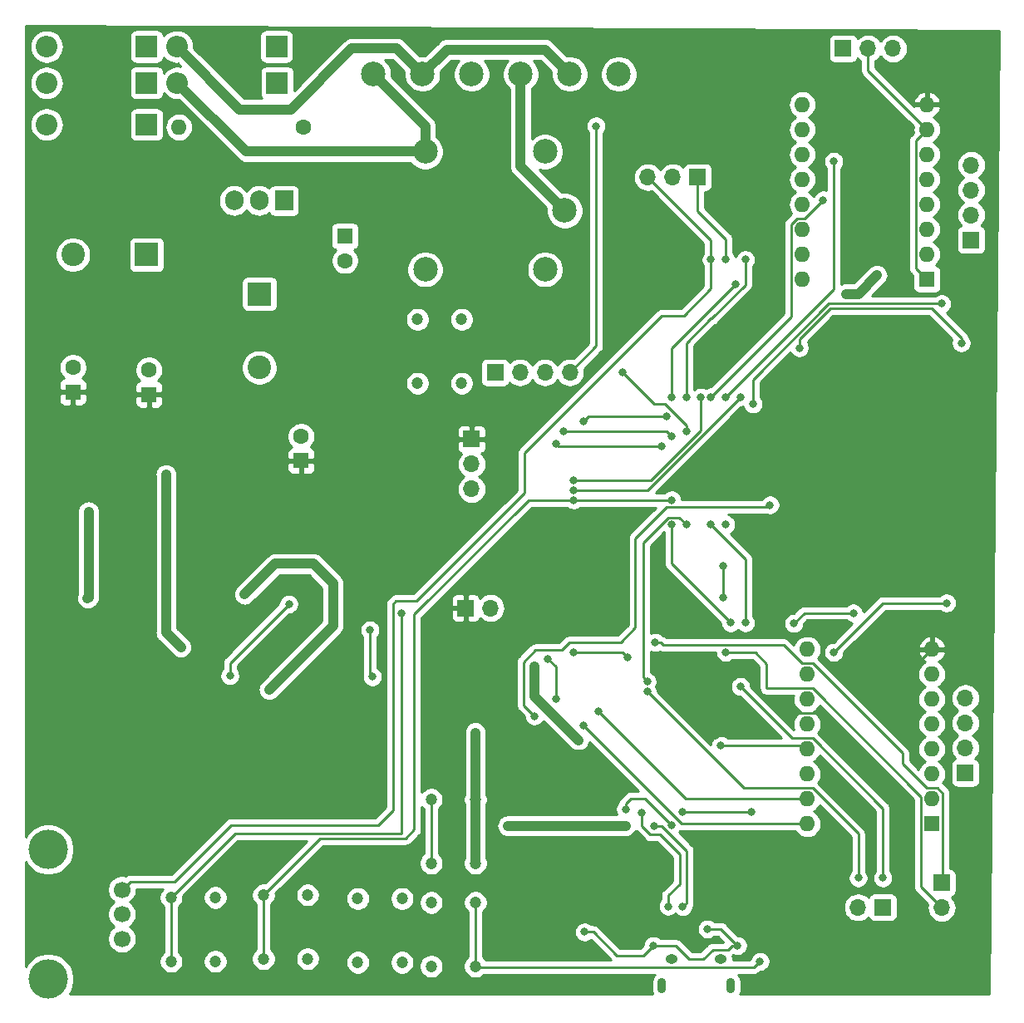
<source format=gbr>
%TF.GenerationSoftware,KiCad,Pcbnew,(5.1.2)-1*%
%TF.CreationDate,2022-02-24T14:14:44-06:00*%
%TF.ProjectId,final project circ 1,66696e61-6c20-4707-926f-6a6563742063,rev?*%
%TF.SameCoordinates,Original*%
%TF.FileFunction,Copper,L2,Bot*%
%TF.FilePolarity,Positive*%
%FSLAX46Y46*%
G04 Gerber Fmt 4.6, Leading zero omitted, Abs format (unit mm)*
G04 Created by KiCad (PCBNEW (5.1.2)-1) date 2022-02-24 14:14:44*
%MOMM*%
%LPD*%
G04 APERTURE LIST*
%TA.AperFunction,ComponentPad*%
%ADD10O,1.700000X1.700000*%
%TD*%
%TA.AperFunction,ComponentPad*%
%ADD11R,1.700000X1.700000*%
%TD*%
%TA.AperFunction,ComponentPad*%
%ADD12C,4.000000*%
%TD*%
%TA.AperFunction,ComponentPad*%
%ADD13C,1.700000*%
%TD*%
%TA.AperFunction,ComponentPad*%
%ADD14C,2.500000*%
%TD*%
%TA.AperFunction,ComponentPad*%
%ADD15C,1.600000*%
%TD*%
%TA.AperFunction,ComponentPad*%
%ADD16R,1.600000X1.600000*%
%TD*%
%TA.AperFunction,ComponentPad*%
%ADD17C,1.200000*%
%TD*%
%TA.AperFunction,ComponentPad*%
%ADD18C,2.400000*%
%TD*%
%TA.AperFunction,ComponentPad*%
%ADD19R,2.400000X2.400000*%
%TD*%
%TA.AperFunction,ComponentPad*%
%ADD20O,1.600000X1.600000*%
%TD*%
%TA.AperFunction,ComponentPad*%
%ADD21O,2.200000X2.200000*%
%TD*%
%TA.AperFunction,ComponentPad*%
%ADD22R,2.200000X2.200000*%
%TD*%
%TA.AperFunction,ComponentPad*%
%ADD23O,1.250000X0.950000*%
%TD*%
%TA.AperFunction,ComponentPad*%
%ADD24O,0.890000X1.550000*%
%TD*%
%TA.AperFunction,ComponentPad*%
%ADD25R,1.905000X2.000000*%
%TD*%
%TA.AperFunction,ComponentPad*%
%ADD26O,1.905000X2.000000*%
%TD*%
%TA.AperFunction,ViaPad*%
%ADD27C,0.800000*%
%TD*%
%TA.AperFunction,Conductor*%
%ADD28C,0.250000*%
%TD*%
%TA.AperFunction,Conductor*%
%ADD29C,1.000000*%
%TD*%
%TA.AperFunction,Conductor*%
%ADD30C,0.254000*%
%TD*%
G04 APERTURE END LIST*
D10*
%TO.P,J13,3*%
%TO.N,GND*%
X140500000Y-99980000D03*
%TO.P,J13,2*%
%TO.N,Ex2*%
X140500000Y-97440000D03*
D11*
%TO.P,J13,1*%
%TO.N,12v*%
X140500000Y-94900000D03*
%TD*%
D12*
%TO.P,REF\002A\002A,*%
%TO.N,*%
X97400000Y-149900000D03*
X97400000Y-136700000D03*
D13*
%TO.P,REF\002A\002A,3*%
%TO.N,Net-(J6-Pad3)*%
X104900000Y-140800000D03*
%TO.P,REF\002A\002A,2*%
%TO.N,GND*%
X104900000Y-143300000D03*
%TO.P,REF\002A\002A,1*%
%TO.N,Net-(J6-Pad1)*%
X104900000Y-145800000D03*
%TD*%
D10*
%TO.P,J5,3*%
%TO.N,Net-(J5-Pad3)*%
X183440000Y-55100000D03*
D11*
%TO.P,J5,1*%
%TO.N,Net-(J5-Pad1)*%
X178360000Y-55100000D03*
D10*
%TO.P,J5,2*%
%TO.N,GND*%
X180900000Y-55100000D03*
%TD*%
%TO.P,J6,2*%
%TO.N,GND*%
X161000000Y-68200000D03*
D11*
%TO.P,J6,1*%
%TO.N,Net-(J6-Pad1)*%
X163540000Y-68200000D03*
D10*
%TO.P,J6,3*%
%TO.N,Net-(J6-Pad3)*%
X158460000Y-68200000D03*
%TD*%
D14*
%TO.P,J2,6*%
%TO.N,GND*%
X155500000Y-57700000D03*
%TO.P,J2,5*%
%TO.N,NEUT*%
X150500000Y-57700000D03*
%TO.P,J2,4*%
%TO.N,LineOut*%
X145500000Y-57700000D03*
%TO.P,J2,3*%
%TO.N,GND*%
X140500000Y-57700000D03*
%TO.P,J2,2*%
%TO.N,NEUT*%
X135500000Y-57700000D03*
%TO.P,J2,1*%
%TO.N,LINE*%
X130500000Y-57700000D03*
%TD*%
D15*
%TO.P,C13,2*%
%TO.N,GND1*%
X127600000Y-76700000D03*
D16*
%TO.P,C13,1*%
%TO.N,Net-(C13-Pad1)*%
X127600000Y-74200000D03*
%TD*%
D17*
%TO.P,B4,1*%
%TO.N,But4*%
X139500000Y-82700000D03*
%TO.P,B4,2*%
%TO.N,GND*%
X135000000Y-82700000D03*
%TO.P,B4,1*%
%TO.N,But4*%
X139500000Y-89200000D03*
%TO.P,B4,2*%
%TO.N,GND*%
X135000000Y-89200000D03*
%TD*%
D18*
%TO.P,C12,2*%
%TO.N,GND1*%
X118900000Y-87600000D03*
D19*
%TO.P,C12,1*%
%TO.N,+VDC*%
X118900000Y-80100000D03*
%TD*%
D14*
%TO.P,U7,5*%
%TO.N,LineOut*%
X150000000Y-71600000D03*
%TO.P,U7,4*%
%TO.N,GND*%
X148000000Y-77600000D03*
%TO.P,U7,3*%
%TO.N,EX1*%
X148000000Y-65600000D03*
%TO.P,U7,2*%
%TO.N,LINE*%
X135800000Y-65600000D03*
%TO.P,U7,1*%
%TO.N,GND1*%
X135800000Y-77600000D03*
%TD*%
D16*
%TO.P,A1,1*%
%TO.N,GND*%
X187400000Y-134100000D03*
D20*
%TO.P,A1,9*%
%TO.N,Net-(A1-Pad9)*%
X174700000Y-116320000D03*
%TO.P,A1,2*%
%TO.N,Net-(A1-Pad2)*%
X187400000Y-131560000D03*
%TO.P,A1,10*%
%TO.N,Net-(A1-Pad10)*%
X174700000Y-118860000D03*
%TO.P,A1,3*%
%TO.N,Net-(A1-Pad3)*%
X187400000Y-129020000D03*
%TO.P,A1,11*%
%TO.N,Net-(A1-Pad11)*%
X174700000Y-121400000D03*
%TO.P,A1,4*%
%TO.N,Net-(A1-Pad4)*%
X187400000Y-126480000D03*
%TO.P,A1,12*%
%TO.N,Net-(A1-Pad12)*%
X174700000Y-123940000D03*
%TO.P,A1,5*%
%TO.N,Net-(A1-Pad5)*%
X187400000Y-123940000D03*
%TO.P,A1,13*%
%TO.N,3.3V_USBREG*%
X174700000Y-126480000D03*
%TO.P,A1,6*%
%TO.N,Net-(A1-Pad6)*%
X187400000Y-121400000D03*
%TO.P,A1,14*%
%TO.N,3.3V_USBREG*%
X174700000Y-129020000D03*
%TO.P,A1,7*%
%TO.N,GND*%
X187400000Y-118860000D03*
%TO.P,A1,15*%
%TO.N,Net-(A1-Pad15)*%
X174700000Y-131560000D03*
%TO.P,A1,8*%
%TO.N,12v*%
X187400000Y-116320000D03*
%TO.P,A1,16*%
%TO.N,Net-(A1-Pad16)*%
X174700000Y-134100000D03*
%TD*%
%TO.P,A2,16*%
%TO.N,Net-(A2-Pad16)*%
X174200000Y-78600000D03*
%TO.P,A2,8*%
%TO.N,12v*%
X186900000Y-60820000D03*
%TO.P,A2,15*%
%TO.N,Net-(A2-Pad15)*%
X174200000Y-76060000D03*
%TO.P,A2,7*%
%TO.N,GND*%
X186900000Y-63360000D03*
%TO.P,A2,14*%
%TO.N,3.3V_USBREG*%
X174200000Y-73520000D03*
%TO.P,A2,6*%
%TO.N,Net-(A2-Pad6)*%
X186900000Y-65900000D03*
%TO.P,A2,13*%
%TO.N,3.3V_USBREG*%
X174200000Y-70980000D03*
%TO.P,A2,5*%
%TO.N,Net-(A2-Pad5)*%
X186900000Y-68440000D03*
%TO.P,A2,12*%
%TO.N,Net-(A2-Pad12)*%
X174200000Y-68440000D03*
%TO.P,A2,4*%
%TO.N,Net-(A2-Pad4)*%
X186900000Y-70980000D03*
%TO.P,A2,11*%
%TO.N,Net-(A2-Pad11)*%
X174200000Y-65900000D03*
%TO.P,A2,3*%
%TO.N,Net-(A2-Pad3)*%
X186900000Y-73520000D03*
%TO.P,A2,10*%
%TO.N,Net-(A2-Pad10)*%
X174200000Y-63360000D03*
%TO.P,A2,2*%
%TO.N,Net-(A2-Pad2)*%
X186900000Y-76060000D03*
%TO.P,A2,9*%
%TO.N,Net-(A2-Pad9)*%
X174200000Y-60820000D03*
D16*
%TO.P,A2,1*%
%TO.N,GND*%
X186900000Y-78600000D03*
%TD*%
D15*
%TO.P,C8,2*%
%TO.N,GND1*%
X99900000Y-87600000D03*
D16*
%TO.P,C8,1*%
%TO.N,12v*%
X99900000Y-90100000D03*
%TD*%
%TO.P,C9,1*%
%TO.N,12v*%
X123150000Y-97100000D03*
D15*
%TO.P,C9,2*%
%TO.N,GND1*%
X123150000Y-94600000D03*
%TD*%
%TO.P,C10,2*%
%TO.N,GND1*%
X107650000Y-87850000D03*
D16*
%TO.P,C10,1*%
%TO.N,12v*%
X107650000Y-90350000D03*
%TD*%
D18*
%TO.P,C11,2*%
%TO.N,GND1*%
X99900000Y-76100000D03*
D19*
%TO.P,C11,1*%
%TO.N,Net-(C11-Pad1)*%
X107400000Y-76100000D03*
%TD*%
D21*
%TO.P,D1,2*%
%TO.N,GND1*%
X97240000Y-58600000D03*
D22*
%TO.P,D1,1*%
%TO.N,LINE*%
X107400000Y-58600000D03*
%TD*%
%TO.P,D2,1*%
%TO.N,NEUT*%
X107400000Y-54900000D03*
D21*
%TO.P,D2,2*%
%TO.N,GND1*%
X97240000Y-54900000D03*
%TD*%
%TO.P,D3,2*%
%TO.N,LINE*%
X110540000Y-58600000D03*
D22*
%TO.P,D3,1*%
%TO.N,Net-(C11-Pad1)*%
X120700000Y-58600000D03*
%TD*%
%TO.P,D4,1*%
%TO.N,Net-(C11-Pad1)*%
X120650000Y-54900000D03*
D21*
%TO.P,D4,2*%
%TO.N,NEUT*%
X110490000Y-54900000D03*
%TD*%
D22*
%TO.P,D5,1*%
%TO.N,Net-(C13-Pad1)*%
X107400000Y-62850000D03*
D21*
%TO.P,D5,2*%
%TO.N,GND1*%
X97240000Y-62850000D03*
%TD*%
D23*
%TO.P,J1,6*%
%TO.N,GND*%
X160900000Y-147900000D03*
X165900000Y-147900000D03*
D24*
X159900000Y-150600000D03*
X166900000Y-150600000D03*
%TD*%
D11*
%TO.P,J3,1*%
%TO.N,Net-(A1-Pad3)*%
X190800000Y-128900000D03*
D10*
%TO.P,J3,2*%
%TO.N,Net-(A1-Pad4)*%
X190800000Y-126360000D03*
%TO.P,J3,3*%
%TO.N,Net-(A1-Pad5)*%
X190800000Y-123820000D03*
%TO.P,J3,4*%
%TO.N,Net-(A1-Pad6)*%
X190800000Y-121280000D03*
%TD*%
%TO.P,J4,4*%
%TO.N,Net-(A2-Pad6)*%
X191400000Y-66980000D03*
%TO.P,J4,3*%
%TO.N,Net-(A2-Pad5)*%
X191400000Y-69520000D03*
%TO.P,J4,2*%
%TO.N,Net-(A2-Pad4)*%
X191400000Y-72060000D03*
D11*
%TO.P,J4,1*%
%TO.N,Net-(A2-Pad3)*%
X191400000Y-74600000D03*
%TD*%
%TO.P,J7,1*%
%TO.N,Net-(J7-Pad1)*%
X142900000Y-88100000D03*
D10*
%TO.P,J7,2*%
%TO.N,Ex2*%
X145440000Y-88100000D03*
%TO.P,J7,3*%
%TO.N,Ex3*%
X147980000Y-88100000D03*
%TO.P,J7,4*%
%TO.N,Ex4*%
X150520000Y-88100000D03*
%TD*%
D17*
%TO.P,B1,2*%
%TO.N,GND*%
X123810000Y-141330000D03*
%TO.P,B1,1*%
%TO.N,But1*%
X119310000Y-141330000D03*
%TO.P,B1,2*%
%TO.N,GND*%
X123810000Y-147830000D03*
%TO.P,B1,1*%
%TO.N,But1*%
X119310000Y-147830000D03*
%TD*%
%TO.P,B2,1*%
%TO.N,But2*%
X136400000Y-138100000D03*
%TO.P,B2,2*%
%TO.N,GND*%
X140900000Y-138100000D03*
%TO.P,B2,1*%
%TO.N,But2*%
X136400000Y-131600000D03*
%TO.P,B2,2*%
%TO.N,GND*%
X140900000Y-131600000D03*
%TD*%
%TO.P,B3,2*%
%TO.N,GND*%
X114400000Y-141600000D03*
%TO.P,B3,1*%
%TO.N,But3*%
X109900000Y-141600000D03*
%TO.P,B3,2*%
%TO.N,GND*%
X114400000Y-148100000D03*
%TO.P,B3,1*%
%TO.N,But3*%
X109900000Y-148100000D03*
%TD*%
D11*
%TO.P,PWM1,1*%
%TO.N,Net-(PWM1-Pad1)*%
X188400000Y-140100000D03*
D10*
%TO.P,PWM1,2*%
%TO.N,Net-(PWM1-Pad2)*%
X188400000Y-142640000D03*
%TD*%
%TO.P,PWM2,2*%
%TO.N,Net-(PWM2-Pad2)*%
X179860000Y-142600000D03*
D11*
%TO.P,PWM2,1*%
%TO.N,Net-(PWM2-Pad1)*%
X182400000Y-142600000D03*
%TD*%
D25*
%TO.P,Q6,1*%
%TO.N,Net-(C13-Pad1)*%
X121400000Y-70600000D03*
D26*
%TO.P,Q6,2*%
%TO.N,+VDC*%
X118860000Y-70600000D03*
%TO.P,Q6,3*%
%TO.N,Net-(C11-Pad1)*%
X116320000Y-70600000D03*
%TD*%
D15*
%TO.P,R8,1*%
%TO.N,Net-(C13-Pad1)*%
X123400000Y-63100000D03*
D20*
%TO.P,R8,2*%
%TO.N,Net-(C11-Pad1)*%
X110700000Y-63100000D03*
%TD*%
D17*
%TO.P,SW1,2*%
%TO.N,IO0*%
X133420000Y-141700000D03*
%TO.P,SW1,1*%
%TO.N,GND*%
X128920000Y-141700000D03*
%TO.P,SW1,2*%
%TO.N,IO0*%
X133420000Y-148200000D03*
%TO.P,SW1,1*%
%TO.N,GND*%
X128920000Y-148200000D03*
%TD*%
%TO.P,SW2,1*%
%TO.N,GND*%
X136400000Y-148600000D03*
%TO.P,SW2,2*%
%TO.N,EN*%
X140900000Y-148600000D03*
%TO.P,SW2,1*%
%TO.N,GND*%
X136400000Y-142100000D03*
%TO.P,SW2,2*%
%TO.N,EN*%
X140900000Y-142100000D03*
%TD*%
D11*
%TO.P,J12,1*%
%TO.N,12v*%
X139900000Y-112100000D03*
D10*
%TO.P,J12,2*%
%TO.N,GND*%
X142440000Y-112100000D03*
%TD*%
D27*
%TO.N,GND*%
X130400000Y-119100000D03*
X130150000Y-114350000D03*
X147900000Y-122100000D03*
X146900000Y-118100000D03*
X159000000Y-146500000D03*
X167600000Y-146500000D03*
X152000000Y-145100000D03*
X156200000Y-134300000D03*
X144200000Y-134300000D03*
X151400000Y-125600000D03*
X181800000Y-78200000D03*
X178700000Y-80100000D03*
X140900000Y-124800000D03*
X156200000Y-132600000D03*
%TO.N,3.3V_USBREG*%
X150900000Y-116600000D03*
X156400000Y-117100000D03*
X165900000Y-126100000D03*
X173337500Y-113662500D03*
X179400000Y-112600000D03*
%TO.N,Net-(A1-Pad15)*%
X153400000Y-122600000D03*
%TO.N,12v*%
X178400000Y-125600000D03*
X112720000Y-116030000D03*
X112320001Y-118520001D03*
X167400000Y-118600000D03*
X165400000Y-125100000D03*
X152400000Y-126600000D03*
X184400000Y-118600000D03*
X156600000Y-63800000D03*
%TO.N,GND*%
X160900000Y-134200000D03*
X164525000Y-144800000D03*
%TO.N,Net-(A1-Pad16)*%
X160400000Y-92600000D03*
X151900000Y-93100000D03*
X151900000Y-124100000D03*
%TO.N,Net-(A2-Pad16)*%
X160900000Y-90600000D03*
X167400000Y-79100000D03*
%TO.N,Net-(A2-Pad15)*%
X162400000Y-90600000D03*
X168400000Y-76600000D03*
%TO.N,Net-(C3-Pad1)*%
X121900000Y-111700000D03*
X115900000Y-119000000D03*
%TO.N,+VDC*%
X110900000Y-116100000D03*
X109400000Y-98500000D03*
%TO.N,VDD33*%
X169000000Y-132900000D03*
X162000000Y-132900000D03*
%TO.N,EN*%
X173900000Y-85600000D03*
X190400000Y-85100000D03*
X188900000Y-111600000D03*
X177400000Y-116600000D03*
X169900000Y-148100000D03*
%TO.N,D-*%
X157800000Y-133000000D03*
X160525000Y-142500000D03*
%TO.N,D+*%
X159100000Y-134300000D03*
X162025000Y-142550000D03*
%TO.N,Net-(J5-Pad3)*%
X164900000Y-90600000D03*
X176322501Y-70522501D03*
%TO.N,Net-(J5-Pad1)*%
X166400000Y-90600000D03*
X177400000Y-66600000D03*
%TO.N,Net-(J6-Pad1)*%
X166400000Y-76600000D03*
X167900000Y-90600000D03*
X150900000Y-100100000D03*
X148300000Y-117300000D03*
X149100000Y-121400000D03*
%TO.N,Net-(J6-Pad3)*%
X164900000Y-76600000D03*
%TO.N,Ex2*%
X149150000Y-95350000D03*
X159900000Y-95600000D03*
%TO.N,Ex3*%
X149900000Y-94100000D03*
X160900000Y-94600000D03*
%TO.N,Ex4*%
X155900000Y-88100000D03*
X162400000Y-94100000D03*
X153200000Y-63000000D03*
%TO.N,But1*%
X160900000Y-101100000D03*
X150900000Y-101100000D03*
%TO.N,But2*%
X146900000Y-123100000D03*
X170900000Y-101600000D03*
%TO.N,But3*%
X169174999Y-91325001D03*
X188400000Y-81100000D03*
X163863499Y-90636501D03*
X150900000Y-99100000D03*
X133400000Y-112600000D03*
%TO.N,Net-(PWM1-Pad1)*%
X159200000Y-115600000D03*
%TO.N,Net-(PWM1-Pad2)*%
X166400000Y-116600000D03*
%TO.N,Net-(PWM2-Pad2)*%
X179900000Y-139600000D03*
X158400000Y-120600000D03*
%TO.N,Net-(PWM2-Pad1)*%
X182400000Y-139600000D03*
X167900000Y-120100000D03*
%TO.N,EN2*%
X160900000Y-103600000D03*
X166900000Y-113600000D03*
%TO.N,IN1*%
X158400000Y-119600000D03*
X162400000Y-103600000D03*
%TO.N,IN2*%
X168400000Y-113600000D03*
X164900000Y-103600000D03*
%TO.N,IN3*%
X166100000Y-107800000D03*
X166100000Y-111000000D03*
X166400000Y-103600000D03*
%TO.N,GND1*%
X101400000Y-111100000D03*
X101500000Y-102300000D03*
X119900000Y-120400000D03*
X117400000Y-110700000D03*
%TD*%
D28*
%TO.N,GND*%
X180900000Y-57360000D02*
X186900000Y-63360000D01*
X180900000Y-55100000D02*
X180900000Y-57360000D01*
X185774999Y-77474999D02*
X186900000Y-78600000D01*
X185774999Y-64485001D02*
X185774999Y-77474999D01*
X186900000Y-63360000D02*
X185774999Y-64485001D01*
X130150000Y-118850000D02*
X130400000Y-119100000D01*
X130150000Y-114350000D02*
X130150000Y-118850000D01*
X147900000Y-122100000D02*
X147900000Y-122100000D01*
X164100000Y-147900000D02*
X162700000Y-147900000D01*
X161300000Y-146500000D02*
X159000000Y-146500000D01*
X167034315Y-146500000D02*
X166634315Y-146900000D01*
X166634315Y-146900000D02*
X165100000Y-146900000D01*
X162700000Y-147900000D02*
X161300000Y-146500000D01*
X167600000Y-146500000D02*
X167034315Y-146500000D01*
X165100000Y-146900000D02*
X164100000Y-147900000D01*
X152900000Y-145100000D02*
X152000000Y-145100000D01*
X158000000Y-147500000D02*
X155300000Y-147500000D01*
X155300000Y-147500000D02*
X152900000Y-145100000D01*
X159000000Y-146500000D02*
X158000000Y-147500000D01*
D29*
X155634315Y-134300000D02*
X144200000Y-134300000D01*
X156200000Y-134300000D02*
X155634315Y-134300000D01*
X147900000Y-122100000D02*
X151400000Y-125600000D01*
X146900000Y-121100000D02*
X146900000Y-118100000D01*
X147900000Y-122100000D02*
X146900000Y-121100000D01*
X179900000Y-80100000D02*
X181800000Y-78200000D01*
X178700000Y-80100000D02*
X179900000Y-80100000D01*
X140900000Y-131600000D02*
X140900000Y-138100000D01*
X140900000Y-131600000D02*
X140900000Y-124800000D01*
D28*
%TO.N,3.3V_USBREG*%
X155900000Y-116600000D02*
X156400000Y-117100000D01*
X150900000Y-116600000D02*
X155900000Y-116600000D01*
X174320000Y-126100000D02*
X174700000Y-126480000D01*
X165900000Y-126100000D02*
X174320000Y-126100000D01*
X174400000Y-112600000D02*
X173337500Y-113662500D01*
X179400000Y-112600000D02*
X174400000Y-112600000D01*
%TO.N,Net-(A1-Pad15)*%
X153860000Y-123060000D02*
X153400000Y-122600000D01*
X162360000Y-131560000D02*
X153860000Y-123060000D01*
X174700000Y-131560000D02*
X162360000Y-131560000D01*
%TO.N,12v*%
X112320001Y-116429999D02*
X112320001Y-118520001D01*
X112720000Y-116030000D02*
X112320001Y-116429999D01*
X112320001Y-118520001D02*
X112320001Y-118520001D01*
X165400000Y-125100000D02*
X165400000Y-125100000D01*
X152400000Y-126600000D02*
X148900000Y-126600000D01*
X148900000Y-126600000D02*
X135400000Y-113100000D01*
X135400000Y-113100000D02*
X135400000Y-113100000D01*
X167473002Y-118600000D02*
X167400000Y-118600000D01*
X175614999Y-122814999D02*
X171688001Y-122814999D01*
X178400000Y-125600000D02*
X175614999Y-122814999D01*
X185120000Y-118600000D02*
X184400000Y-118600000D01*
X187400000Y-116320000D02*
X185120000Y-118600000D01*
%TO.N,GND*%
X156200000Y-132034315D02*
X156734315Y-131500000D01*
X156200000Y-132600000D02*
X156200000Y-132034315D01*
X158200000Y-131500000D02*
X160900000Y-134200000D01*
X156734315Y-131500000D02*
X158200000Y-131500000D01*
X165900000Y-144800000D02*
X167600000Y-146500000D01*
X164525000Y-144800000D02*
X165900000Y-144800000D01*
%TO.N,Net-(A1-Pad16)*%
X152400000Y-92600000D02*
X151900000Y-93100000D01*
X160400000Y-92600000D02*
X152400000Y-92600000D01*
X152900000Y-125100000D02*
X151900000Y-124100000D01*
X174700000Y-134100000D02*
X161900000Y-134100000D01*
X161900000Y-134100000D02*
X152900000Y-125100000D01*
%TO.N,Net-(A2-Pad16)*%
X160900000Y-90600000D02*
X160900000Y-85600000D01*
X160900000Y-85600000D02*
X167400000Y-79100000D01*
X167400000Y-79100000D02*
X167400000Y-79100000D01*
%TO.N,Net-(A2-Pad15)*%
X162400000Y-90600000D02*
X162400000Y-85100000D01*
X164973002Y-82600000D02*
X168400000Y-79173002D01*
X164900000Y-82600000D02*
X164973002Y-82600000D01*
X162400000Y-85100000D02*
X164900000Y-82600000D01*
X168400000Y-79173002D02*
X168400000Y-76600000D01*
X168400000Y-76600000D02*
X168400000Y-76600000D01*
%TO.N,Net-(C3-Pad1)*%
X115900000Y-117700000D02*
X121900000Y-111700000D01*
X115900000Y-119000000D02*
X115900000Y-117700000D01*
D29*
%TO.N,+VDC*%
X110900000Y-116100000D02*
X109400000Y-114600000D01*
X109400000Y-114600000D02*
X109400000Y-104100000D01*
X109400000Y-104100000D02*
X109400000Y-98500000D01*
X109400000Y-98500000D02*
X109400000Y-98500000D01*
D28*
%TO.N,VDD33*%
X169000000Y-132900000D02*
X162000000Y-132900000D01*
%TO.N,EN*%
X173900000Y-85600000D02*
X173900000Y-84736410D01*
X177036410Y-81600000D02*
X187400000Y-81600000D01*
X173900000Y-84736410D02*
X177036410Y-81600000D01*
X187400000Y-81600000D02*
X190400000Y-84600000D01*
X190400000Y-84600000D02*
X190400000Y-85100000D01*
X190400000Y-85100000D02*
X190400000Y-85100000D01*
X182400000Y-111600000D02*
X177400000Y-116600000D01*
X188900000Y-111600000D02*
X182400000Y-111600000D01*
X141000010Y-148700010D02*
X140900000Y-148600000D01*
X169299990Y-148700010D02*
X141000010Y-148700010D01*
X169900000Y-148100000D02*
X169299990Y-148700010D01*
X140900000Y-142100000D02*
X140900000Y-148600000D01*
D29*
%TO.N,LINE*%
X117540000Y-65600000D02*
X135800000Y-65600000D01*
X110540000Y-58600000D02*
X117540000Y-65600000D01*
X135800000Y-63000000D02*
X130500000Y-57700000D01*
X135800000Y-65600000D02*
X135800000Y-63000000D01*
%TO.N,NEUT*%
X110490000Y-54900000D02*
X116890000Y-61300000D01*
X116890000Y-61300000D02*
X122100000Y-61300000D01*
X122100000Y-61300000D02*
X128300000Y-55100000D01*
X132900000Y-55100000D02*
X135500000Y-57700000D01*
X128300000Y-55100000D02*
X132900000Y-55100000D01*
X148000000Y-55200000D02*
X150500000Y-57700000D01*
X135500000Y-57700000D02*
X138000000Y-55200000D01*
X138000000Y-55200000D02*
X148000000Y-55200000D01*
D28*
%TO.N,D-*%
X157800000Y-134300000D02*
X157800000Y-133000000D01*
X160525000Y-141375000D02*
X161700000Y-140200000D01*
X160525000Y-142500000D02*
X160525000Y-141375000D01*
X161700000Y-140200000D02*
X161700000Y-137200000D01*
X161700000Y-137200000D02*
X159700000Y-135200000D01*
X159700000Y-135200000D02*
X158700000Y-135200000D01*
X158700000Y-135200000D02*
X157800000Y-134300000D01*
%TO.N,D+*%
X162424999Y-142150001D02*
X162424999Y-136825001D01*
X162025000Y-142550000D02*
X162424999Y-142150001D01*
X159899998Y-134300000D02*
X159100000Y-134300000D01*
X162424999Y-136825001D02*
X159899998Y-134300000D01*
%TO.N,Net-(J5-Pad3)*%
X173659999Y-72394999D02*
X174450003Y-72394999D01*
X173074999Y-72979999D02*
X173659999Y-72394999D01*
X173074999Y-82425001D02*
X173074999Y-72979999D01*
X174450003Y-72394999D02*
X176322501Y-70522501D01*
X164900000Y-90600000D02*
X173074999Y-82425001D01*
X176322501Y-70522501D02*
X176400000Y-70445002D01*
%TO.N,Net-(J5-Pad1)*%
X166400000Y-90600000D02*
X177400000Y-79600000D01*
X177400000Y-79600000D02*
X177400000Y-70600000D01*
X177400000Y-70600000D02*
X177400000Y-66600000D01*
X177400000Y-66600000D02*
X177400000Y-66600000D01*
%TO.N,Net-(J6-Pad1)*%
X167900000Y-90600000D02*
X158400000Y-100100000D01*
X158400000Y-100100000D02*
X150900000Y-100100000D01*
X150900000Y-100100000D02*
X150900000Y-100100000D01*
X166400000Y-74500000D02*
X166400000Y-76600000D01*
X163540000Y-68200000D02*
X163540000Y-71640000D01*
X163540000Y-71640000D02*
X166400000Y-74500000D01*
X148300000Y-117300000D02*
X149100000Y-118100000D01*
X149100000Y-118100000D02*
X149100000Y-121400000D01*
%TO.N,Net-(J6-Pad3)*%
X164900000Y-74640000D02*
X164900000Y-76600000D01*
X158460000Y-68200000D02*
X164900000Y-74640000D01*
X159861100Y-82338900D02*
X162128028Y-82338900D01*
X116000000Y-134200000D02*
X131000000Y-134200000D01*
X134900000Y-111400000D02*
X145900000Y-100400000D01*
X110249999Y-139950001D02*
X116000000Y-134200000D01*
X132500000Y-132700000D02*
X132500000Y-111700000D01*
X145900000Y-96300000D02*
X159861100Y-82338900D01*
X132800000Y-111400000D02*
X134900000Y-111400000D01*
X145900000Y-100400000D02*
X145900000Y-96300000D01*
X131000000Y-134200000D02*
X132500000Y-132700000D01*
X104900000Y-140800000D02*
X105749999Y-139950001D01*
X105749999Y-139950001D02*
X110249999Y-139950001D01*
X132500000Y-111700000D02*
X132800000Y-111400000D01*
X164900000Y-79566928D02*
X162128028Y-82338900D01*
X164900000Y-76600000D02*
X164900000Y-79566928D01*
%TO.N,Ex2*%
X149400000Y-95600000D02*
X149150000Y-95350000D01*
X159900000Y-95600000D02*
X149400000Y-95600000D01*
%TO.N,Ex3*%
X160400000Y-94100000D02*
X160900000Y-94600000D01*
X149900000Y-94100000D02*
X160400000Y-94100000D01*
%TO.N,Ex4*%
X160198003Y-91325001D02*
X162400000Y-93526998D01*
X159125001Y-91325001D02*
X160198003Y-91325001D01*
X155900000Y-88100000D02*
X159125001Y-91325001D01*
X162400000Y-93526998D02*
X162400000Y-94100000D01*
X162400000Y-94100000D02*
X162400000Y-94100000D01*
X153200000Y-85420000D02*
X150520000Y-88100000D01*
X153200000Y-63000000D02*
X153200000Y-85420000D01*
%TO.N,But1*%
X160900000Y-101100000D02*
X150900000Y-101100000D01*
X119310000Y-141330000D02*
X119310000Y-147830000D01*
X134674999Y-112751999D02*
X146326998Y-101100000D01*
X134674999Y-134694003D02*
X134674999Y-112751999D01*
X133818992Y-135550010D02*
X134674999Y-134694003D01*
X146326998Y-101100000D02*
X150900000Y-101100000D01*
X125089990Y-135550010D02*
X133818992Y-135550010D01*
X119310000Y-141330000D02*
X125089990Y-135550010D01*
%TO.N,But2*%
X136400000Y-131600000D02*
X136400000Y-138100000D01*
X146900000Y-123100000D02*
X146900000Y-123100000D01*
X146900000Y-123100000D02*
X145800000Y-122000000D01*
X145800000Y-122000000D02*
X145800000Y-117600000D01*
X145800000Y-117600000D02*
X147000000Y-116400000D01*
X147000000Y-116400000D02*
X149700000Y-116400000D01*
X149700000Y-116400000D02*
X150500000Y-115600000D01*
X150500000Y-115600000D02*
X155700000Y-115600000D01*
X155700000Y-115600000D02*
X157200000Y-114100000D01*
X157200000Y-114100000D02*
X157200000Y-105000000D01*
X170674999Y-101825001D02*
X170900000Y-101600000D01*
X160374999Y-101825001D02*
X170674999Y-101825001D01*
X157200000Y-105000000D02*
X160374999Y-101825001D01*
%TO.N,But3*%
X169174999Y-91325001D02*
X169174999Y-88825001D01*
X169174999Y-88825001D02*
X176900000Y-81100000D01*
X176900000Y-81100000D02*
X188400000Y-81100000D01*
X188400000Y-81100000D02*
X188400000Y-81100000D01*
X163863499Y-90636501D02*
X163863499Y-94000091D01*
X163863499Y-94000091D02*
X158763590Y-99100000D01*
X158763590Y-99100000D02*
X150900000Y-99100000D01*
X150900000Y-99100000D02*
X150900000Y-99100000D01*
X133400000Y-112600000D02*
X133400000Y-135100000D01*
X116400000Y-135100000D02*
X109900000Y-141600000D01*
X133400000Y-135100000D02*
X116400000Y-135100000D01*
X109900000Y-141600000D02*
X109900000Y-148100000D01*
%TO.N,Net-(PWM1-Pad1)*%
X188525001Y-139974999D02*
X188400000Y-140100000D01*
X188525001Y-131019999D02*
X188525001Y-139974999D01*
X184400000Y-127975000D02*
X186859999Y-130434999D01*
X187940001Y-130434999D02*
X188525001Y-131019999D01*
X184400000Y-126894998D02*
X184400000Y-127975000D01*
X159200000Y-115600000D02*
X159765685Y-115600000D01*
X159765685Y-115600000D02*
X160040684Y-115874999D01*
X160040684Y-115874999D02*
X172299999Y-115874999D01*
X172299999Y-115874999D02*
X174159999Y-117734999D01*
X174159999Y-117734999D02*
X175240001Y-117734999D01*
X186859999Y-130434999D02*
X187940001Y-130434999D01*
X175240001Y-117734999D02*
X184400000Y-126894998D01*
%TO.N,Net-(PWM1-Pad2)*%
X186274999Y-140514999D02*
X188400000Y-142640000D01*
X186274999Y-131309997D02*
X186274999Y-140514999D01*
X175240001Y-120274999D02*
X186274999Y-131309997D01*
X170574999Y-120274999D02*
X175240001Y-120274999D01*
X170574999Y-120274999D02*
X170574999Y-117774999D01*
X169400000Y-116600000D02*
X166400000Y-116600000D01*
X170574999Y-117774999D02*
X169400000Y-116600000D01*
%TO.N,Net-(PWM2-Pad2)*%
X179900000Y-135094998D02*
X179900000Y-139600000D01*
X175240001Y-130434999D02*
X179900000Y-135094998D01*
X168234999Y-130434999D02*
X175240001Y-130434999D01*
X158400000Y-120600000D02*
X168234999Y-130434999D01*
%TO.N,Net-(PWM2-Pad1)*%
X182400000Y-132514998D02*
X182400000Y-139600000D01*
X175240001Y-125354999D02*
X182400000Y-132514998D01*
X173154999Y-125354999D02*
X175240001Y-125354999D01*
X167900000Y-120100000D02*
X173154999Y-125354999D01*
%TO.N,EN2*%
X166900000Y-113600000D02*
X160900000Y-107600000D01*
X160900000Y-107600000D02*
X160900000Y-103600000D01*
%TO.N,IN1*%
X161674999Y-102874999D02*
X162400000Y-103600000D01*
X158000001Y-105426997D02*
X160551999Y-102874999D01*
X158000001Y-119200001D02*
X158000001Y-105426997D01*
X160551999Y-102874999D02*
X161674999Y-102874999D01*
X158400000Y-119600000D02*
X158000001Y-119200001D01*
%TO.N,IN2*%
X168400000Y-107100000D02*
X164900000Y-103600000D01*
X168400000Y-107100000D02*
X168400000Y-113600000D01*
%TO.N,IN3*%
X166100000Y-111000000D02*
X166100000Y-107800000D01*
D29*
%TO.N,GND1*%
X101500000Y-111000000D02*
X101400000Y-111100000D01*
X101500000Y-102300000D02*
X101500000Y-111000000D01*
X119900000Y-120400000D02*
X126400000Y-113900000D01*
X126400000Y-113900000D02*
X126400000Y-109600000D01*
X126400000Y-109600000D02*
X124400000Y-107600000D01*
X120500000Y-107600000D02*
X117400000Y-110700000D01*
X124400000Y-107600000D02*
X120500000Y-107600000D01*
%TO.N,LineOut*%
X145500000Y-67100000D02*
X150000000Y-71600000D01*
X145500000Y-57700000D02*
X145500000Y-67100000D01*
%TD*%
D30*
%TO.N,12v*%
G36*
X194208115Y-53281565D02*
G01*
X193221850Y-151415000D01*
X167865361Y-151415000D01*
X167902617Y-151345298D01*
X167964373Y-151141716D01*
X167980000Y-150983050D01*
X167980000Y-150216949D01*
X167964373Y-150058283D01*
X167902617Y-149854702D01*
X167802332Y-149667081D01*
X167667370Y-149502630D01*
X167615438Y-149460010D01*
X169262668Y-149460010D01*
X169299990Y-149463686D01*
X169337312Y-149460010D01*
X169337323Y-149460010D01*
X169448976Y-149449013D01*
X169592237Y-149405556D01*
X169724266Y-149334984D01*
X169839991Y-149240011D01*
X169863793Y-149211008D01*
X169939801Y-149135000D01*
X170001939Y-149135000D01*
X170201898Y-149095226D01*
X170390256Y-149017205D01*
X170559774Y-148903937D01*
X170703937Y-148759774D01*
X170817205Y-148590256D01*
X170895226Y-148401898D01*
X170935000Y-148201939D01*
X170935000Y-147998061D01*
X170895226Y-147798102D01*
X170817205Y-147609744D01*
X170703937Y-147440226D01*
X170559774Y-147296063D01*
X170390256Y-147182795D01*
X170201898Y-147104774D01*
X170001939Y-147065000D01*
X169798061Y-147065000D01*
X169598102Y-147104774D01*
X169409744Y-147182795D01*
X169240226Y-147296063D01*
X169096063Y-147440226D01*
X168982795Y-147609744D01*
X168904774Y-147798102D01*
X168876547Y-147940010D01*
X167161429Y-147940010D01*
X167165370Y-147900000D01*
X167143938Y-147682402D01*
X167091119Y-147508279D01*
X167171117Y-147442627D01*
X167298102Y-147495226D01*
X167498061Y-147535000D01*
X167701939Y-147535000D01*
X167901898Y-147495226D01*
X168090256Y-147417205D01*
X168259774Y-147303937D01*
X168403937Y-147159774D01*
X168517205Y-146990256D01*
X168595226Y-146801898D01*
X168635000Y-146601939D01*
X168635000Y-146398061D01*
X168595226Y-146198102D01*
X168517205Y-146009744D01*
X168403937Y-145840226D01*
X168259774Y-145696063D01*
X168090256Y-145582795D01*
X167901898Y-145504774D01*
X167701939Y-145465000D01*
X167639802Y-145465000D01*
X166463804Y-144289003D01*
X166440001Y-144259999D01*
X166324276Y-144165026D01*
X166192247Y-144094454D01*
X166048986Y-144050997D01*
X165937333Y-144040000D01*
X165937322Y-144040000D01*
X165900000Y-144036324D01*
X165862678Y-144040000D01*
X165228711Y-144040000D01*
X165184774Y-143996063D01*
X165015256Y-143882795D01*
X164826898Y-143804774D01*
X164626939Y-143765000D01*
X164423061Y-143765000D01*
X164223102Y-143804774D01*
X164034744Y-143882795D01*
X163865226Y-143996063D01*
X163721063Y-144140226D01*
X163607795Y-144309744D01*
X163529774Y-144498102D01*
X163490000Y-144698061D01*
X163490000Y-144901939D01*
X163529774Y-145101898D01*
X163607795Y-145290256D01*
X163721063Y-145459774D01*
X163865226Y-145603937D01*
X164034744Y-145717205D01*
X164223102Y-145795226D01*
X164423061Y-145835000D01*
X164626939Y-145835000D01*
X164826898Y-145795226D01*
X165015256Y-145717205D01*
X165184774Y-145603937D01*
X165228711Y-145560000D01*
X165585199Y-145560000D01*
X166165199Y-146140000D01*
X165137333Y-146140000D01*
X165100000Y-146136323D01*
X165062667Y-146140000D01*
X164951014Y-146150997D01*
X164807753Y-146194454D01*
X164675724Y-146265026D01*
X164559999Y-146359999D01*
X164536201Y-146388997D01*
X163785199Y-147140000D01*
X163014802Y-147140000D01*
X161863804Y-145989003D01*
X161840001Y-145959999D01*
X161724276Y-145865026D01*
X161592247Y-145794454D01*
X161448986Y-145750997D01*
X161337333Y-145740000D01*
X161337322Y-145740000D01*
X161300000Y-145736324D01*
X161262678Y-145740000D01*
X159703711Y-145740000D01*
X159659774Y-145696063D01*
X159490256Y-145582795D01*
X159301898Y-145504774D01*
X159101939Y-145465000D01*
X158898061Y-145465000D01*
X158698102Y-145504774D01*
X158509744Y-145582795D01*
X158340226Y-145696063D01*
X158196063Y-145840226D01*
X158082795Y-146009744D01*
X158004774Y-146198102D01*
X157965000Y-146398061D01*
X157965000Y-146460198D01*
X157685199Y-146740000D01*
X155614802Y-146740000D01*
X153463804Y-144589003D01*
X153440001Y-144559999D01*
X153324276Y-144465026D01*
X153192247Y-144394454D01*
X153048986Y-144350997D01*
X152937333Y-144340000D01*
X152937322Y-144340000D01*
X152900000Y-144336324D01*
X152862678Y-144340000D01*
X152703711Y-144340000D01*
X152659774Y-144296063D01*
X152490256Y-144182795D01*
X152301898Y-144104774D01*
X152101939Y-144065000D01*
X151898061Y-144065000D01*
X151698102Y-144104774D01*
X151509744Y-144182795D01*
X151340226Y-144296063D01*
X151196063Y-144440226D01*
X151082795Y-144609744D01*
X151004774Y-144798102D01*
X150965000Y-144998061D01*
X150965000Y-145201939D01*
X151004774Y-145401898D01*
X151082795Y-145590256D01*
X151196063Y-145759774D01*
X151340226Y-145903937D01*
X151509744Y-146017205D01*
X151698102Y-146095226D01*
X151898061Y-146135000D01*
X152101939Y-146135000D01*
X152301898Y-146095226D01*
X152490256Y-146017205D01*
X152641408Y-145916209D01*
X154665208Y-147940010D01*
X141944331Y-147940010D01*
X141859287Y-147812733D01*
X141687267Y-147640713D01*
X141660000Y-147622494D01*
X141660000Y-143077506D01*
X141687267Y-143059287D01*
X141859287Y-142887267D01*
X141994443Y-142684992D01*
X142087540Y-142460236D01*
X142135000Y-142221637D01*
X142135000Y-141978363D01*
X142087540Y-141739764D01*
X141994443Y-141515008D01*
X141859287Y-141312733D01*
X141687267Y-141140713D01*
X141484992Y-141005557D01*
X141260236Y-140912460D01*
X141021637Y-140865000D01*
X140778363Y-140865000D01*
X140539764Y-140912460D01*
X140315008Y-141005557D01*
X140112733Y-141140713D01*
X139940713Y-141312733D01*
X139805557Y-141515008D01*
X139712460Y-141739764D01*
X139665000Y-141978363D01*
X139665000Y-142221637D01*
X139712460Y-142460236D01*
X139805557Y-142684992D01*
X139940713Y-142887267D01*
X140112733Y-143059287D01*
X140140000Y-143077506D01*
X140140001Y-147622493D01*
X140112733Y-147640713D01*
X139940713Y-147812733D01*
X139805557Y-148015008D01*
X139712460Y-148239764D01*
X139665000Y-148478363D01*
X139665000Y-148721637D01*
X139712460Y-148960236D01*
X139805557Y-149184992D01*
X139940713Y-149387267D01*
X140112733Y-149559287D01*
X140315008Y-149694443D01*
X140539764Y-149787540D01*
X140778363Y-149835000D01*
X141021637Y-149835000D01*
X141260236Y-149787540D01*
X141484992Y-149694443D01*
X141687267Y-149559287D01*
X141786544Y-149460010D01*
X159184562Y-149460010D01*
X159132630Y-149502630D01*
X158997668Y-149667081D01*
X158897383Y-149854703D01*
X158835627Y-150058284D01*
X158820000Y-150216950D01*
X158820000Y-150983051D01*
X158835627Y-151141717D01*
X158897384Y-151345298D01*
X158934640Y-151415000D01*
X99556797Y-151415000D01*
X99735107Y-151148141D01*
X99933739Y-150668601D01*
X100035000Y-150159525D01*
X100035000Y-149640475D01*
X99933739Y-149131399D01*
X99735107Y-148651859D01*
X99446738Y-148220285D01*
X99079715Y-147853262D01*
X98648141Y-147564893D01*
X98168601Y-147366261D01*
X97659525Y-147265000D01*
X97140475Y-147265000D01*
X96631399Y-147366261D01*
X96151859Y-147564893D01*
X95720285Y-147853262D01*
X95353262Y-148220285D01*
X95085000Y-148621767D01*
X95085000Y-140653740D01*
X103415000Y-140653740D01*
X103415000Y-140946260D01*
X103472068Y-141233158D01*
X103584010Y-141503411D01*
X103746525Y-141746632D01*
X103953368Y-141953475D01*
X104097828Y-142050000D01*
X103953368Y-142146525D01*
X103746525Y-142353368D01*
X103584010Y-142596589D01*
X103472068Y-142866842D01*
X103415000Y-143153740D01*
X103415000Y-143446260D01*
X103472068Y-143733158D01*
X103584010Y-144003411D01*
X103746525Y-144246632D01*
X103953368Y-144453475D01*
X104097828Y-144550000D01*
X103953368Y-144646525D01*
X103746525Y-144853368D01*
X103584010Y-145096589D01*
X103472068Y-145366842D01*
X103415000Y-145653740D01*
X103415000Y-145946260D01*
X103472068Y-146233158D01*
X103584010Y-146503411D01*
X103746525Y-146746632D01*
X103953368Y-146953475D01*
X104196589Y-147115990D01*
X104466842Y-147227932D01*
X104753740Y-147285000D01*
X105046260Y-147285000D01*
X105333158Y-147227932D01*
X105603411Y-147115990D01*
X105846632Y-146953475D01*
X106053475Y-146746632D01*
X106215990Y-146503411D01*
X106327932Y-146233158D01*
X106385000Y-145946260D01*
X106385000Y-145653740D01*
X106327932Y-145366842D01*
X106215990Y-145096589D01*
X106053475Y-144853368D01*
X105846632Y-144646525D01*
X105702172Y-144550000D01*
X105846632Y-144453475D01*
X106053475Y-144246632D01*
X106215990Y-144003411D01*
X106327932Y-143733158D01*
X106385000Y-143446260D01*
X106385000Y-143153740D01*
X106327932Y-142866842D01*
X106215990Y-142596589D01*
X106053475Y-142353368D01*
X105846632Y-142146525D01*
X105702172Y-142050000D01*
X105846632Y-141953475D01*
X106053475Y-141746632D01*
X106215990Y-141503411D01*
X106327932Y-141233158D01*
X106385000Y-140946260D01*
X106385000Y-140710001D01*
X109043445Y-140710001D01*
X108940713Y-140812733D01*
X108805557Y-141015008D01*
X108712460Y-141239764D01*
X108665000Y-141478363D01*
X108665000Y-141721637D01*
X108712460Y-141960236D01*
X108805557Y-142184992D01*
X108940713Y-142387267D01*
X109112733Y-142559287D01*
X109140000Y-142577506D01*
X109140001Y-147122493D01*
X109112733Y-147140713D01*
X108940713Y-147312733D01*
X108805557Y-147515008D01*
X108712460Y-147739764D01*
X108665000Y-147978363D01*
X108665000Y-148221637D01*
X108712460Y-148460236D01*
X108805557Y-148684992D01*
X108940713Y-148887267D01*
X109112733Y-149059287D01*
X109315008Y-149194443D01*
X109539764Y-149287540D01*
X109778363Y-149335000D01*
X110021637Y-149335000D01*
X110260236Y-149287540D01*
X110484992Y-149194443D01*
X110687267Y-149059287D01*
X110859287Y-148887267D01*
X110994443Y-148684992D01*
X111087540Y-148460236D01*
X111135000Y-148221637D01*
X111135000Y-147978363D01*
X113165000Y-147978363D01*
X113165000Y-148221637D01*
X113212460Y-148460236D01*
X113305557Y-148684992D01*
X113440713Y-148887267D01*
X113612733Y-149059287D01*
X113815008Y-149194443D01*
X114039764Y-149287540D01*
X114278363Y-149335000D01*
X114521637Y-149335000D01*
X114760236Y-149287540D01*
X114984992Y-149194443D01*
X115187267Y-149059287D01*
X115359287Y-148887267D01*
X115494443Y-148684992D01*
X115587540Y-148460236D01*
X115635000Y-148221637D01*
X115635000Y-147978363D01*
X115587540Y-147739764D01*
X115494443Y-147515008D01*
X115359287Y-147312733D01*
X115187267Y-147140713D01*
X114984992Y-147005557D01*
X114760236Y-146912460D01*
X114521637Y-146865000D01*
X114278363Y-146865000D01*
X114039764Y-146912460D01*
X113815008Y-147005557D01*
X113612733Y-147140713D01*
X113440713Y-147312733D01*
X113305557Y-147515008D01*
X113212460Y-147739764D01*
X113165000Y-147978363D01*
X111135000Y-147978363D01*
X111087540Y-147739764D01*
X110994443Y-147515008D01*
X110859287Y-147312733D01*
X110687267Y-147140713D01*
X110660000Y-147122494D01*
X110660000Y-142577506D01*
X110687267Y-142559287D01*
X110859287Y-142387267D01*
X110994443Y-142184992D01*
X111087540Y-141960236D01*
X111135000Y-141721637D01*
X111135000Y-141478363D01*
X113165000Y-141478363D01*
X113165000Y-141721637D01*
X113212460Y-141960236D01*
X113305557Y-142184992D01*
X113440713Y-142387267D01*
X113612733Y-142559287D01*
X113815008Y-142694443D01*
X114039764Y-142787540D01*
X114278363Y-142835000D01*
X114521637Y-142835000D01*
X114760236Y-142787540D01*
X114984992Y-142694443D01*
X115187267Y-142559287D01*
X115359287Y-142387267D01*
X115494443Y-142184992D01*
X115587540Y-141960236D01*
X115635000Y-141721637D01*
X115635000Y-141478363D01*
X115587540Y-141239764D01*
X115494443Y-141015008D01*
X115359287Y-140812733D01*
X115187267Y-140640713D01*
X114984992Y-140505557D01*
X114760236Y-140412460D01*
X114521637Y-140365000D01*
X114278363Y-140365000D01*
X114039764Y-140412460D01*
X113815008Y-140505557D01*
X113612733Y-140640713D01*
X113440713Y-140812733D01*
X113305557Y-141015008D01*
X113212460Y-141239764D01*
X113165000Y-141478363D01*
X111135000Y-141478363D01*
X111128602Y-141446199D01*
X116714802Y-135860000D01*
X123705198Y-135860000D01*
X119463801Y-140101398D01*
X119431637Y-140095000D01*
X119188363Y-140095000D01*
X118949764Y-140142460D01*
X118725008Y-140235557D01*
X118522733Y-140370713D01*
X118350713Y-140542733D01*
X118215557Y-140745008D01*
X118122460Y-140969764D01*
X118075000Y-141208363D01*
X118075000Y-141451637D01*
X118122460Y-141690236D01*
X118215557Y-141914992D01*
X118350713Y-142117267D01*
X118522733Y-142289287D01*
X118550000Y-142307506D01*
X118550001Y-146852493D01*
X118522733Y-146870713D01*
X118350713Y-147042733D01*
X118215557Y-147245008D01*
X118122460Y-147469764D01*
X118075000Y-147708363D01*
X118075000Y-147951637D01*
X118122460Y-148190236D01*
X118215557Y-148414992D01*
X118350713Y-148617267D01*
X118522733Y-148789287D01*
X118725008Y-148924443D01*
X118949764Y-149017540D01*
X119188363Y-149065000D01*
X119431637Y-149065000D01*
X119670236Y-149017540D01*
X119894992Y-148924443D01*
X120097267Y-148789287D01*
X120269287Y-148617267D01*
X120404443Y-148414992D01*
X120497540Y-148190236D01*
X120545000Y-147951637D01*
X120545000Y-147708363D01*
X122575000Y-147708363D01*
X122575000Y-147951637D01*
X122622460Y-148190236D01*
X122715557Y-148414992D01*
X122850713Y-148617267D01*
X123022733Y-148789287D01*
X123225008Y-148924443D01*
X123449764Y-149017540D01*
X123688363Y-149065000D01*
X123931637Y-149065000D01*
X124170236Y-149017540D01*
X124394992Y-148924443D01*
X124597267Y-148789287D01*
X124769287Y-148617267D01*
X124904443Y-148414992D01*
X124997540Y-148190236D01*
X125019792Y-148078363D01*
X127685000Y-148078363D01*
X127685000Y-148321637D01*
X127732460Y-148560236D01*
X127825557Y-148784992D01*
X127960713Y-148987267D01*
X128132733Y-149159287D01*
X128335008Y-149294443D01*
X128559764Y-149387540D01*
X128798363Y-149435000D01*
X129041637Y-149435000D01*
X129280236Y-149387540D01*
X129504992Y-149294443D01*
X129707267Y-149159287D01*
X129879287Y-148987267D01*
X130014443Y-148784992D01*
X130107540Y-148560236D01*
X130155000Y-148321637D01*
X130155000Y-148078363D01*
X132185000Y-148078363D01*
X132185000Y-148321637D01*
X132232460Y-148560236D01*
X132325557Y-148784992D01*
X132460713Y-148987267D01*
X132632733Y-149159287D01*
X132835008Y-149294443D01*
X133059764Y-149387540D01*
X133298363Y-149435000D01*
X133541637Y-149435000D01*
X133780236Y-149387540D01*
X134004992Y-149294443D01*
X134207267Y-149159287D01*
X134379287Y-148987267D01*
X134514443Y-148784992D01*
X134607540Y-148560236D01*
X134623825Y-148478363D01*
X135165000Y-148478363D01*
X135165000Y-148721637D01*
X135212460Y-148960236D01*
X135305557Y-149184992D01*
X135440713Y-149387267D01*
X135612733Y-149559287D01*
X135815008Y-149694443D01*
X136039764Y-149787540D01*
X136278363Y-149835000D01*
X136521637Y-149835000D01*
X136760236Y-149787540D01*
X136984992Y-149694443D01*
X137187267Y-149559287D01*
X137359287Y-149387267D01*
X137494443Y-149184992D01*
X137587540Y-148960236D01*
X137635000Y-148721637D01*
X137635000Y-148478363D01*
X137587540Y-148239764D01*
X137494443Y-148015008D01*
X137359287Y-147812733D01*
X137187267Y-147640713D01*
X136984992Y-147505557D01*
X136760236Y-147412460D01*
X136521637Y-147365000D01*
X136278363Y-147365000D01*
X136039764Y-147412460D01*
X135815008Y-147505557D01*
X135612733Y-147640713D01*
X135440713Y-147812733D01*
X135305557Y-148015008D01*
X135212460Y-148239764D01*
X135165000Y-148478363D01*
X134623825Y-148478363D01*
X134655000Y-148321637D01*
X134655000Y-148078363D01*
X134607540Y-147839764D01*
X134514443Y-147615008D01*
X134379287Y-147412733D01*
X134207267Y-147240713D01*
X134004992Y-147105557D01*
X133780236Y-147012460D01*
X133541637Y-146965000D01*
X133298363Y-146965000D01*
X133059764Y-147012460D01*
X132835008Y-147105557D01*
X132632733Y-147240713D01*
X132460713Y-147412733D01*
X132325557Y-147615008D01*
X132232460Y-147839764D01*
X132185000Y-148078363D01*
X130155000Y-148078363D01*
X130107540Y-147839764D01*
X130014443Y-147615008D01*
X129879287Y-147412733D01*
X129707267Y-147240713D01*
X129504992Y-147105557D01*
X129280236Y-147012460D01*
X129041637Y-146965000D01*
X128798363Y-146965000D01*
X128559764Y-147012460D01*
X128335008Y-147105557D01*
X128132733Y-147240713D01*
X127960713Y-147412733D01*
X127825557Y-147615008D01*
X127732460Y-147839764D01*
X127685000Y-148078363D01*
X125019792Y-148078363D01*
X125045000Y-147951637D01*
X125045000Y-147708363D01*
X124997540Y-147469764D01*
X124904443Y-147245008D01*
X124769287Y-147042733D01*
X124597267Y-146870713D01*
X124394992Y-146735557D01*
X124170236Y-146642460D01*
X123931637Y-146595000D01*
X123688363Y-146595000D01*
X123449764Y-146642460D01*
X123225008Y-146735557D01*
X123022733Y-146870713D01*
X122850713Y-147042733D01*
X122715557Y-147245008D01*
X122622460Y-147469764D01*
X122575000Y-147708363D01*
X120545000Y-147708363D01*
X120497540Y-147469764D01*
X120404443Y-147245008D01*
X120269287Y-147042733D01*
X120097267Y-146870713D01*
X120070000Y-146852494D01*
X120070000Y-142307506D01*
X120097267Y-142289287D01*
X120269287Y-142117267D01*
X120404443Y-141914992D01*
X120497540Y-141690236D01*
X120545000Y-141451637D01*
X120545000Y-141208363D01*
X122575000Y-141208363D01*
X122575000Y-141451637D01*
X122622460Y-141690236D01*
X122715557Y-141914992D01*
X122850713Y-142117267D01*
X123022733Y-142289287D01*
X123225008Y-142424443D01*
X123449764Y-142517540D01*
X123688363Y-142565000D01*
X123931637Y-142565000D01*
X124170236Y-142517540D01*
X124394992Y-142424443D01*
X124597267Y-142289287D01*
X124769287Y-142117267D01*
X124904443Y-141914992D01*
X124997540Y-141690236D01*
X125019792Y-141578363D01*
X127685000Y-141578363D01*
X127685000Y-141821637D01*
X127732460Y-142060236D01*
X127825557Y-142284992D01*
X127960713Y-142487267D01*
X128132733Y-142659287D01*
X128335008Y-142794443D01*
X128559764Y-142887540D01*
X128798363Y-142935000D01*
X129041637Y-142935000D01*
X129280236Y-142887540D01*
X129504992Y-142794443D01*
X129707267Y-142659287D01*
X129879287Y-142487267D01*
X130014443Y-142284992D01*
X130107540Y-142060236D01*
X130155000Y-141821637D01*
X130155000Y-141578363D01*
X132185000Y-141578363D01*
X132185000Y-141821637D01*
X132232460Y-142060236D01*
X132325557Y-142284992D01*
X132460713Y-142487267D01*
X132632733Y-142659287D01*
X132835008Y-142794443D01*
X133059764Y-142887540D01*
X133298363Y-142935000D01*
X133541637Y-142935000D01*
X133780236Y-142887540D01*
X134004992Y-142794443D01*
X134207267Y-142659287D01*
X134379287Y-142487267D01*
X134514443Y-142284992D01*
X134607540Y-142060236D01*
X134623825Y-141978363D01*
X135165000Y-141978363D01*
X135165000Y-142221637D01*
X135212460Y-142460236D01*
X135305557Y-142684992D01*
X135440713Y-142887267D01*
X135612733Y-143059287D01*
X135815008Y-143194443D01*
X136039764Y-143287540D01*
X136278363Y-143335000D01*
X136521637Y-143335000D01*
X136760236Y-143287540D01*
X136984992Y-143194443D01*
X137187267Y-143059287D01*
X137359287Y-142887267D01*
X137494443Y-142684992D01*
X137587540Y-142460236D01*
X137635000Y-142221637D01*
X137635000Y-141978363D01*
X137587540Y-141739764D01*
X137494443Y-141515008D01*
X137359287Y-141312733D01*
X137187267Y-141140713D01*
X136984992Y-141005557D01*
X136760236Y-140912460D01*
X136521637Y-140865000D01*
X136278363Y-140865000D01*
X136039764Y-140912460D01*
X135815008Y-141005557D01*
X135612733Y-141140713D01*
X135440713Y-141312733D01*
X135305557Y-141515008D01*
X135212460Y-141739764D01*
X135165000Y-141978363D01*
X134623825Y-141978363D01*
X134655000Y-141821637D01*
X134655000Y-141578363D01*
X134607540Y-141339764D01*
X134514443Y-141115008D01*
X134379287Y-140912733D01*
X134207267Y-140740713D01*
X134004992Y-140605557D01*
X133780236Y-140512460D01*
X133541637Y-140465000D01*
X133298363Y-140465000D01*
X133059764Y-140512460D01*
X132835008Y-140605557D01*
X132632733Y-140740713D01*
X132460713Y-140912733D01*
X132325557Y-141115008D01*
X132232460Y-141339764D01*
X132185000Y-141578363D01*
X130155000Y-141578363D01*
X130107540Y-141339764D01*
X130014443Y-141115008D01*
X129879287Y-140912733D01*
X129707267Y-140740713D01*
X129504992Y-140605557D01*
X129280236Y-140512460D01*
X129041637Y-140465000D01*
X128798363Y-140465000D01*
X128559764Y-140512460D01*
X128335008Y-140605557D01*
X128132733Y-140740713D01*
X127960713Y-140912733D01*
X127825557Y-141115008D01*
X127732460Y-141339764D01*
X127685000Y-141578363D01*
X125019792Y-141578363D01*
X125045000Y-141451637D01*
X125045000Y-141208363D01*
X124997540Y-140969764D01*
X124904443Y-140745008D01*
X124769287Y-140542733D01*
X124597267Y-140370713D01*
X124394992Y-140235557D01*
X124170236Y-140142460D01*
X123931637Y-140095000D01*
X123688363Y-140095000D01*
X123449764Y-140142460D01*
X123225008Y-140235557D01*
X123022733Y-140370713D01*
X122850713Y-140542733D01*
X122715557Y-140745008D01*
X122622460Y-140969764D01*
X122575000Y-141208363D01*
X120545000Y-141208363D01*
X120538602Y-141176199D01*
X125404792Y-136310010D01*
X133781670Y-136310010D01*
X133818992Y-136313686D01*
X133856314Y-136310010D01*
X133856325Y-136310010D01*
X133967978Y-136299013D01*
X134111239Y-136255556D01*
X134243268Y-136184984D01*
X134358993Y-136090011D01*
X134382795Y-136061008D01*
X135186003Y-135257801D01*
X135215000Y-135234004D01*
X135309973Y-135118279D01*
X135380545Y-134986250D01*
X135424002Y-134842989D01*
X135434999Y-134731336D01*
X135434999Y-134731328D01*
X135438675Y-134694003D01*
X135434999Y-134656678D01*
X135434999Y-132378715D01*
X135440713Y-132387267D01*
X135612733Y-132559287D01*
X135640000Y-132577506D01*
X135640001Y-137122493D01*
X135612733Y-137140713D01*
X135440713Y-137312733D01*
X135305557Y-137515008D01*
X135212460Y-137739764D01*
X135165000Y-137978363D01*
X135165000Y-138221637D01*
X135212460Y-138460236D01*
X135305557Y-138684992D01*
X135440713Y-138887267D01*
X135612733Y-139059287D01*
X135815008Y-139194443D01*
X136039764Y-139287540D01*
X136278363Y-139335000D01*
X136521637Y-139335000D01*
X136760236Y-139287540D01*
X136984992Y-139194443D01*
X137187267Y-139059287D01*
X137359287Y-138887267D01*
X137494443Y-138684992D01*
X137587540Y-138460236D01*
X137635000Y-138221637D01*
X137635000Y-137978363D01*
X137587540Y-137739764D01*
X137494443Y-137515008D01*
X137359287Y-137312733D01*
X137187267Y-137140713D01*
X137160000Y-137122494D01*
X137160000Y-132577506D01*
X137187267Y-132559287D01*
X137359287Y-132387267D01*
X137494443Y-132184992D01*
X137587540Y-131960236D01*
X137635000Y-131721637D01*
X137635000Y-131478363D01*
X139665000Y-131478363D01*
X139665000Y-131721637D01*
X139712460Y-131960236D01*
X139765000Y-132087079D01*
X139765001Y-137612919D01*
X139712460Y-137739764D01*
X139665000Y-137978363D01*
X139665000Y-138221637D01*
X139712460Y-138460236D01*
X139805557Y-138684992D01*
X139940713Y-138887267D01*
X140112733Y-139059287D01*
X140315008Y-139194443D01*
X140539764Y-139287540D01*
X140778363Y-139335000D01*
X141021637Y-139335000D01*
X141260236Y-139287540D01*
X141484992Y-139194443D01*
X141687267Y-139059287D01*
X141859287Y-138887267D01*
X141994443Y-138684992D01*
X142087540Y-138460236D01*
X142135000Y-138221637D01*
X142135000Y-137978363D01*
X142087540Y-137739764D01*
X142035000Y-137612921D01*
X142035000Y-132087079D01*
X142087540Y-131960236D01*
X142135000Y-131721637D01*
X142135000Y-131478363D01*
X142087540Y-131239764D01*
X142035000Y-131112921D01*
X142035000Y-124744248D01*
X142018577Y-124577501D01*
X141953676Y-124363553D01*
X141848284Y-124166377D01*
X141706449Y-123993551D01*
X141533623Y-123851716D01*
X141336447Y-123746324D01*
X141122499Y-123681423D01*
X140900000Y-123659509D01*
X140677502Y-123681423D01*
X140463554Y-123746324D01*
X140266378Y-123851716D01*
X140093552Y-123993551D01*
X139951717Y-124166377D01*
X139846325Y-124363553D01*
X139781424Y-124577501D01*
X139765001Y-124744248D01*
X139765000Y-131112921D01*
X139712460Y-131239764D01*
X139665000Y-131478363D01*
X137635000Y-131478363D01*
X137587540Y-131239764D01*
X137494443Y-131015008D01*
X137359287Y-130812733D01*
X137187267Y-130640713D01*
X136984992Y-130505557D01*
X136760236Y-130412460D01*
X136521637Y-130365000D01*
X136278363Y-130365000D01*
X136039764Y-130412460D01*
X135815008Y-130505557D01*
X135612733Y-130640713D01*
X135440713Y-130812733D01*
X135434999Y-130821285D01*
X135434999Y-113066800D01*
X135551799Y-112950000D01*
X138411928Y-112950000D01*
X138424188Y-113074482D01*
X138460498Y-113194180D01*
X138519463Y-113304494D01*
X138598815Y-113401185D01*
X138695506Y-113480537D01*
X138805820Y-113539502D01*
X138925518Y-113575812D01*
X139050000Y-113588072D01*
X139614250Y-113585000D01*
X139773000Y-113426250D01*
X139773000Y-112227000D01*
X138573750Y-112227000D01*
X138415000Y-112385750D01*
X138411928Y-112950000D01*
X135551799Y-112950000D01*
X137251799Y-111250000D01*
X138411928Y-111250000D01*
X138415000Y-111814250D01*
X138573750Y-111973000D01*
X139773000Y-111973000D01*
X139773000Y-110773750D01*
X140027000Y-110773750D01*
X140027000Y-111973000D01*
X140047000Y-111973000D01*
X140047000Y-112227000D01*
X140027000Y-112227000D01*
X140027000Y-113426250D01*
X140185750Y-113585000D01*
X140750000Y-113588072D01*
X140874482Y-113575812D01*
X140994180Y-113539502D01*
X141104494Y-113480537D01*
X141201185Y-113401185D01*
X141280537Y-113304494D01*
X141339502Y-113194180D01*
X141360393Y-113125313D01*
X141384866Y-113155134D01*
X141610986Y-113340706D01*
X141868966Y-113478599D01*
X142148889Y-113563513D01*
X142367050Y-113585000D01*
X142512950Y-113585000D01*
X142731111Y-113563513D01*
X143011034Y-113478599D01*
X143269014Y-113340706D01*
X143495134Y-113155134D01*
X143680706Y-112929014D01*
X143818599Y-112671034D01*
X143903513Y-112391111D01*
X143932185Y-112100000D01*
X143903513Y-111808889D01*
X143818599Y-111528966D01*
X143680706Y-111270986D01*
X143495134Y-111044866D01*
X143269014Y-110859294D01*
X143011034Y-110721401D01*
X142731111Y-110636487D01*
X142512950Y-110615000D01*
X142367050Y-110615000D01*
X142148889Y-110636487D01*
X141868966Y-110721401D01*
X141610986Y-110859294D01*
X141384866Y-111044866D01*
X141360393Y-111074687D01*
X141339502Y-111005820D01*
X141280537Y-110895506D01*
X141201185Y-110798815D01*
X141104494Y-110719463D01*
X140994180Y-110660498D01*
X140874482Y-110624188D01*
X140750000Y-110611928D01*
X140185750Y-110615000D01*
X140027000Y-110773750D01*
X139773000Y-110773750D01*
X139614250Y-110615000D01*
X139050000Y-110611928D01*
X138925518Y-110624188D01*
X138805820Y-110660498D01*
X138695506Y-110719463D01*
X138598815Y-110798815D01*
X138519463Y-110895506D01*
X138460498Y-111005820D01*
X138424188Y-111125518D01*
X138411928Y-111250000D01*
X137251799Y-111250000D01*
X146641800Y-101860000D01*
X150196289Y-101860000D01*
X150240226Y-101903937D01*
X150409744Y-102017205D01*
X150598102Y-102095226D01*
X150798061Y-102135000D01*
X151001939Y-102135000D01*
X151201898Y-102095226D01*
X151390256Y-102017205D01*
X151559774Y-101903937D01*
X151603711Y-101860000D01*
X159265198Y-101860000D01*
X156688998Y-104436201D01*
X156660000Y-104459999D01*
X156636202Y-104488997D01*
X156636201Y-104488998D01*
X156565026Y-104575724D01*
X156494454Y-104707754D01*
X156450998Y-104851015D01*
X156436324Y-105000000D01*
X156440001Y-105037332D01*
X156440000Y-113785198D01*
X155385199Y-114840000D01*
X150537323Y-114840000D01*
X150500000Y-114836324D01*
X150462677Y-114840000D01*
X150462667Y-114840000D01*
X150351014Y-114850997D01*
X150207753Y-114894454D01*
X150075724Y-114965026D01*
X149959999Y-115059999D01*
X149936201Y-115088998D01*
X149385199Y-115640000D01*
X147037322Y-115640000D01*
X146999999Y-115636324D01*
X146962676Y-115640000D01*
X146962667Y-115640000D01*
X146851014Y-115650997D01*
X146707753Y-115694454D01*
X146575724Y-115765026D01*
X146459999Y-115859999D01*
X146436201Y-115888997D01*
X145288998Y-117036201D01*
X145260000Y-117059999D01*
X145236202Y-117088997D01*
X145236201Y-117088998D01*
X145165026Y-117175724D01*
X145094454Y-117307754D01*
X145084792Y-117339608D01*
X145051614Y-117448985D01*
X145050998Y-117451015D01*
X145036324Y-117600000D01*
X145040001Y-117637332D01*
X145040000Y-121962677D01*
X145036324Y-122000000D01*
X145040000Y-122037322D01*
X145040000Y-122037332D01*
X145050997Y-122148985D01*
X145094454Y-122292246D01*
X145165026Y-122424276D01*
X145198469Y-122465026D01*
X145259999Y-122540001D01*
X145289002Y-122563804D01*
X145865000Y-123139802D01*
X145865000Y-123201939D01*
X145904774Y-123401898D01*
X145982795Y-123590256D01*
X146096063Y-123759774D01*
X146240226Y-123903937D01*
X146409744Y-124017205D01*
X146598102Y-124095226D01*
X146798061Y-124135000D01*
X147001939Y-124135000D01*
X147201898Y-124095226D01*
X147390256Y-124017205D01*
X147559774Y-123903937D01*
X147703937Y-123759774D01*
X147804355Y-123609487D01*
X150636856Y-126441988D01*
X150766376Y-126548283D01*
X150963552Y-126653675D01*
X151177500Y-126718576D01*
X151399999Y-126740490D01*
X151622498Y-126718576D01*
X151836446Y-126653675D01*
X152033622Y-126548283D01*
X152206448Y-126406448D01*
X152348283Y-126233622D01*
X152453675Y-126036446D01*
X152518576Y-125822498D01*
X152521187Y-125795988D01*
X157465198Y-130740000D01*
X156771648Y-130740000D01*
X156734315Y-130736323D01*
X156696982Y-130740000D01*
X156585329Y-130750997D01*
X156442068Y-130794454D01*
X156310039Y-130865026D01*
X156194314Y-130959999D01*
X156170515Y-130988998D01*
X155688998Y-131470516D01*
X155660000Y-131494314D01*
X155636202Y-131523312D01*
X155636201Y-131523313D01*
X155565026Y-131610039D01*
X155540592Y-131655752D01*
X155494454Y-131742068D01*
X155451013Y-131885276D01*
X155396063Y-131940226D01*
X155282795Y-132109744D01*
X155204774Y-132298102D01*
X155165000Y-132498061D01*
X155165000Y-132701939D01*
X155204774Y-132901898D01*
X155282795Y-133090256D01*
X155332737Y-133165000D01*
X144144248Y-133165000D01*
X143977501Y-133181423D01*
X143763553Y-133246324D01*
X143566377Y-133351716D01*
X143393551Y-133493551D01*
X143251716Y-133666377D01*
X143146324Y-133863553D01*
X143081423Y-134077501D01*
X143059509Y-134300000D01*
X143081423Y-134522499D01*
X143146324Y-134736447D01*
X143251716Y-134933623D01*
X143393551Y-135106449D01*
X143566377Y-135248284D01*
X143763553Y-135353676D01*
X143977501Y-135418577D01*
X144144248Y-135435000D01*
X156255752Y-135435000D01*
X156422499Y-135418577D01*
X156636447Y-135353676D01*
X156833623Y-135248284D01*
X157006449Y-135106449D01*
X157148284Y-134933623D01*
X157222651Y-134794492D01*
X157259999Y-134840001D01*
X157289002Y-134863803D01*
X158136200Y-135711002D01*
X158159999Y-135740001D01*
X158275724Y-135834974D01*
X158407753Y-135905546D01*
X158551014Y-135949003D01*
X158662667Y-135960000D01*
X158662676Y-135960000D01*
X158699999Y-135963676D01*
X158737322Y-135960000D01*
X159385199Y-135960000D01*
X160940001Y-137514803D01*
X160940000Y-139885198D01*
X160013998Y-140811201D01*
X159985000Y-140834999D01*
X159961202Y-140863997D01*
X159961201Y-140863998D01*
X159890026Y-140950724D01*
X159819454Y-141082754D01*
X159806886Y-141124188D01*
X159775998Y-141226014D01*
X159770811Y-141278676D01*
X159761324Y-141375000D01*
X159765001Y-141412332D01*
X159765001Y-141796288D01*
X159721063Y-141840226D01*
X159607795Y-142009744D01*
X159529774Y-142198102D01*
X159490000Y-142398061D01*
X159490000Y-142601939D01*
X159529774Y-142801898D01*
X159607795Y-142990256D01*
X159721063Y-143159774D01*
X159865226Y-143303937D01*
X160034744Y-143417205D01*
X160223102Y-143495226D01*
X160423061Y-143535000D01*
X160626939Y-143535000D01*
X160826898Y-143495226D01*
X161015256Y-143417205D01*
X161184774Y-143303937D01*
X161250000Y-143238711D01*
X161365226Y-143353937D01*
X161534744Y-143467205D01*
X161723102Y-143545226D01*
X161923061Y-143585000D01*
X162126939Y-143585000D01*
X162326898Y-143545226D01*
X162515256Y-143467205D01*
X162684774Y-143353937D01*
X162828937Y-143209774D01*
X162942205Y-143040256D01*
X163020226Y-142851898D01*
X163060000Y-142651939D01*
X163060000Y-142600000D01*
X178367815Y-142600000D01*
X178396487Y-142891111D01*
X178481401Y-143171034D01*
X178619294Y-143429014D01*
X178804866Y-143655134D01*
X179030986Y-143840706D01*
X179288966Y-143978599D01*
X179568889Y-144063513D01*
X179787050Y-144085000D01*
X179932950Y-144085000D01*
X180151111Y-144063513D01*
X180431034Y-143978599D01*
X180689014Y-143840706D01*
X180915134Y-143655134D01*
X180939607Y-143625313D01*
X180960498Y-143694180D01*
X181019463Y-143804494D01*
X181098815Y-143901185D01*
X181195506Y-143980537D01*
X181305820Y-144039502D01*
X181425518Y-144075812D01*
X181550000Y-144088072D01*
X183250000Y-144088072D01*
X183374482Y-144075812D01*
X183494180Y-144039502D01*
X183604494Y-143980537D01*
X183701185Y-143901185D01*
X183780537Y-143804494D01*
X183839502Y-143694180D01*
X183875812Y-143574482D01*
X183888072Y-143450000D01*
X183888072Y-141750000D01*
X183875812Y-141625518D01*
X183839502Y-141505820D01*
X183780537Y-141395506D01*
X183701185Y-141298815D01*
X183604494Y-141219463D01*
X183494180Y-141160498D01*
X183374482Y-141124188D01*
X183250000Y-141111928D01*
X181550000Y-141111928D01*
X181425518Y-141124188D01*
X181305820Y-141160498D01*
X181195506Y-141219463D01*
X181098815Y-141298815D01*
X181019463Y-141395506D01*
X180960498Y-141505820D01*
X180939607Y-141574687D01*
X180915134Y-141544866D01*
X180689014Y-141359294D01*
X180431034Y-141221401D01*
X180151111Y-141136487D01*
X179932950Y-141115000D01*
X179787050Y-141115000D01*
X179568889Y-141136487D01*
X179288966Y-141221401D01*
X179030986Y-141359294D01*
X178804866Y-141544866D01*
X178619294Y-141770986D01*
X178481401Y-142028966D01*
X178396487Y-142308889D01*
X178367815Y-142600000D01*
X163060000Y-142600000D01*
X163060000Y-142574226D01*
X163130545Y-142442248D01*
X163174002Y-142298987D01*
X163184999Y-142187334D01*
X163184999Y-142187324D01*
X163188675Y-142150002D01*
X163184999Y-142112679D01*
X163184999Y-136862326D01*
X163188675Y-136825001D01*
X163184999Y-136787676D01*
X163184999Y-136787668D01*
X163174002Y-136676015D01*
X163130545Y-136532754D01*
X163059973Y-136400725D01*
X162965000Y-136285000D01*
X162936002Y-136261202D01*
X161619255Y-134944456D01*
X161703937Y-134859774D01*
X161717855Y-134838944D01*
X161751014Y-134849003D01*
X161862667Y-134860000D01*
X161862676Y-134860000D01*
X161899999Y-134863676D01*
X161937322Y-134860000D01*
X173479099Y-134860000D01*
X173501068Y-134901101D01*
X173680392Y-135119608D01*
X173898899Y-135298932D01*
X174148192Y-135432182D01*
X174418691Y-135514236D01*
X174629508Y-135535000D01*
X174770492Y-135535000D01*
X174981309Y-135514236D01*
X175251808Y-135432182D01*
X175501101Y-135298932D01*
X175719608Y-135119608D01*
X175898932Y-134901101D01*
X176032182Y-134651808D01*
X176114236Y-134381309D01*
X176141943Y-134100000D01*
X176114236Y-133818691D01*
X176032182Y-133548192D01*
X175898932Y-133298899D01*
X175719608Y-133080392D01*
X175501101Y-132901068D01*
X175368142Y-132830000D01*
X175501101Y-132758932D01*
X175719608Y-132579608D01*
X175898932Y-132361101D01*
X175965940Y-132235739D01*
X179140000Y-135409800D01*
X179140001Y-138896288D01*
X179096063Y-138940226D01*
X178982795Y-139109744D01*
X178904774Y-139298102D01*
X178865000Y-139498061D01*
X178865000Y-139701939D01*
X178904774Y-139901898D01*
X178982795Y-140090256D01*
X179096063Y-140259774D01*
X179240226Y-140403937D01*
X179409744Y-140517205D01*
X179598102Y-140595226D01*
X179798061Y-140635000D01*
X180001939Y-140635000D01*
X180201898Y-140595226D01*
X180390256Y-140517205D01*
X180559774Y-140403937D01*
X180703937Y-140259774D01*
X180817205Y-140090256D01*
X180895226Y-139901898D01*
X180935000Y-139701939D01*
X180935000Y-139498061D01*
X180895226Y-139298102D01*
X180817205Y-139109744D01*
X180703937Y-138940226D01*
X180660000Y-138896289D01*
X180660000Y-135132323D01*
X180663676Y-135094998D01*
X180660000Y-135057673D01*
X180660000Y-135057665D01*
X180649003Y-134946012D01*
X180605546Y-134802751D01*
X180534974Y-134670722D01*
X180440001Y-134554997D01*
X180411004Y-134531200D01*
X175809670Y-129929867D01*
X175898932Y-129821101D01*
X176032182Y-129571808D01*
X176114236Y-129301309D01*
X176141943Y-129020000D01*
X176114236Y-128738691D01*
X176032182Y-128468192D01*
X175898932Y-128218899D01*
X175719608Y-128000392D01*
X175501101Y-127821068D01*
X175368142Y-127750000D01*
X175501101Y-127678932D01*
X175719608Y-127499608D01*
X175898932Y-127281101D01*
X175965940Y-127155739D01*
X181640000Y-132829800D01*
X181640001Y-138896288D01*
X181596063Y-138940226D01*
X181482795Y-139109744D01*
X181404774Y-139298102D01*
X181365000Y-139498061D01*
X181365000Y-139701939D01*
X181404774Y-139901898D01*
X181482795Y-140090256D01*
X181596063Y-140259774D01*
X181740226Y-140403937D01*
X181909744Y-140517205D01*
X182098102Y-140595226D01*
X182298061Y-140635000D01*
X182501939Y-140635000D01*
X182701898Y-140595226D01*
X182890256Y-140517205D01*
X183059774Y-140403937D01*
X183203937Y-140259774D01*
X183317205Y-140090256D01*
X183395226Y-139901898D01*
X183435000Y-139701939D01*
X183435000Y-139498061D01*
X183395226Y-139298102D01*
X183317205Y-139109744D01*
X183203937Y-138940226D01*
X183160000Y-138896289D01*
X183160000Y-132552323D01*
X183163676Y-132514998D01*
X183160000Y-132477673D01*
X183160000Y-132477665D01*
X183149003Y-132366012D01*
X183105546Y-132222751D01*
X183034974Y-132090722D01*
X182940001Y-131974997D01*
X182911004Y-131951200D01*
X175809670Y-124849867D01*
X175898932Y-124741101D01*
X176032182Y-124491808D01*
X176114236Y-124221309D01*
X176141943Y-123940000D01*
X176114236Y-123658691D01*
X176032182Y-123388192D01*
X175898932Y-123138899D01*
X175719608Y-122920392D01*
X175501101Y-122741068D01*
X175368142Y-122670000D01*
X175501101Y-122598932D01*
X175719608Y-122419608D01*
X175898932Y-122201101D01*
X175965940Y-122075739D01*
X185514999Y-131624799D01*
X185515000Y-140477667D01*
X185511323Y-140514999D01*
X185515000Y-140552332D01*
X185525997Y-140663985D01*
X185535413Y-140695026D01*
X185569453Y-140807245D01*
X185640025Y-140939275D01*
X185694422Y-141005557D01*
X185734999Y-141055000D01*
X185763997Y-141078798D01*
X186959203Y-142274005D01*
X186936487Y-142348889D01*
X186907815Y-142640000D01*
X186936487Y-142931111D01*
X187021401Y-143211034D01*
X187159294Y-143469014D01*
X187344866Y-143695134D01*
X187570986Y-143880706D01*
X187828966Y-144018599D01*
X188108889Y-144103513D01*
X188327050Y-144125000D01*
X188472950Y-144125000D01*
X188691111Y-144103513D01*
X188971034Y-144018599D01*
X189229014Y-143880706D01*
X189455134Y-143695134D01*
X189640706Y-143469014D01*
X189778599Y-143211034D01*
X189863513Y-142931111D01*
X189892185Y-142640000D01*
X189863513Y-142348889D01*
X189778599Y-142068966D01*
X189640706Y-141810986D01*
X189455134Y-141584866D01*
X189425313Y-141560393D01*
X189494180Y-141539502D01*
X189604494Y-141480537D01*
X189701185Y-141401185D01*
X189780537Y-141304494D01*
X189839502Y-141194180D01*
X189875812Y-141074482D01*
X189888072Y-140950000D01*
X189888072Y-139250000D01*
X189875812Y-139125518D01*
X189839502Y-139005820D01*
X189780537Y-138895506D01*
X189701185Y-138798815D01*
X189604494Y-138719463D01*
X189494180Y-138660498D01*
X189374482Y-138624188D01*
X189285001Y-138615375D01*
X189285001Y-131057322D01*
X189288677Y-131019999D01*
X189285001Y-130982676D01*
X189285001Y-130982666D01*
X189274004Y-130871013D01*
X189230547Y-130727752D01*
X189230276Y-130727245D01*
X189159975Y-130595722D01*
X189088800Y-130508996D01*
X189065002Y-130479998D01*
X189036005Y-130456201D01*
X188509670Y-129929867D01*
X188598932Y-129821101D01*
X188732182Y-129571808D01*
X188814236Y-129301309D01*
X188841943Y-129020000D01*
X188814236Y-128738691D01*
X188732182Y-128468192D01*
X188598932Y-128218899D01*
X188419608Y-128000392D01*
X188201101Y-127821068D01*
X188068142Y-127750000D01*
X188201101Y-127678932D01*
X188419608Y-127499608D01*
X188598932Y-127281101D01*
X188732182Y-127031808D01*
X188814236Y-126761309D01*
X188841943Y-126480000D01*
X188814236Y-126198691D01*
X188732182Y-125928192D01*
X188598932Y-125678899D01*
X188419608Y-125460392D01*
X188201101Y-125281068D01*
X188068142Y-125210000D01*
X188201101Y-125138932D01*
X188419608Y-124959608D01*
X188598932Y-124741101D01*
X188732182Y-124491808D01*
X188814236Y-124221309D01*
X188841943Y-123940000D01*
X188814236Y-123658691D01*
X188732182Y-123388192D01*
X188598932Y-123138899D01*
X188419608Y-122920392D01*
X188201101Y-122741068D01*
X188068142Y-122670000D01*
X188201101Y-122598932D01*
X188419608Y-122419608D01*
X188598932Y-122201101D01*
X188732182Y-121951808D01*
X188814236Y-121681309D01*
X188841943Y-121400000D01*
X188830124Y-121280000D01*
X189307815Y-121280000D01*
X189336487Y-121571111D01*
X189421401Y-121851034D01*
X189559294Y-122109014D01*
X189744866Y-122335134D01*
X189970986Y-122520706D01*
X190025791Y-122550000D01*
X189970986Y-122579294D01*
X189744866Y-122764866D01*
X189559294Y-122990986D01*
X189421401Y-123248966D01*
X189336487Y-123528889D01*
X189307815Y-123820000D01*
X189336487Y-124111111D01*
X189421401Y-124391034D01*
X189559294Y-124649014D01*
X189744866Y-124875134D01*
X189970986Y-125060706D01*
X190025791Y-125090000D01*
X189970986Y-125119294D01*
X189744866Y-125304866D01*
X189559294Y-125530986D01*
X189421401Y-125788966D01*
X189336487Y-126068889D01*
X189307815Y-126360000D01*
X189336487Y-126651111D01*
X189421401Y-126931034D01*
X189559294Y-127189014D01*
X189744866Y-127415134D01*
X189774687Y-127439607D01*
X189705820Y-127460498D01*
X189595506Y-127519463D01*
X189498815Y-127598815D01*
X189419463Y-127695506D01*
X189360498Y-127805820D01*
X189324188Y-127925518D01*
X189311928Y-128050000D01*
X189311928Y-129750000D01*
X189324188Y-129874482D01*
X189360498Y-129994180D01*
X189419463Y-130104494D01*
X189498815Y-130201185D01*
X189595506Y-130280537D01*
X189705820Y-130339502D01*
X189825518Y-130375812D01*
X189950000Y-130388072D01*
X191650000Y-130388072D01*
X191774482Y-130375812D01*
X191894180Y-130339502D01*
X192004494Y-130280537D01*
X192101185Y-130201185D01*
X192180537Y-130104494D01*
X192239502Y-129994180D01*
X192275812Y-129874482D01*
X192288072Y-129750000D01*
X192288072Y-128050000D01*
X192275812Y-127925518D01*
X192239502Y-127805820D01*
X192180537Y-127695506D01*
X192101185Y-127598815D01*
X192004494Y-127519463D01*
X191894180Y-127460498D01*
X191825313Y-127439607D01*
X191855134Y-127415134D01*
X192040706Y-127189014D01*
X192178599Y-126931034D01*
X192263513Y-126651111D01*
X192292185Y-126360000D01*
X192263513Y-126068889D01*
X192178599Y-125788966D01*
X192040706Y-125530986D01*
X191855134Y-125304866D01*
X191629014Y-125119294D01*
X191574209Y-125090000D01*
X191629014Y-125060706D01*
X191855134Y-124875134D01*
X192040706Y-124649014D01*
X192178599Y-124391034D01*
X192263513Y-124111111D01*
X192292185Y-123820000D01*
X192263513Y-123528889D01*
X192178599Y-123248966D01*
X192040706Y-122990986D01*
X191855134Y-122764866D01*
X191629014Y-122579294D01*
X191574209Y-122550000D01*
X191629014Y-122520706D01*
X191855134Y-122335134D01*
X192040706Y-122109014D01*
X192178599Y-121851034D01*
X192263513Y-121571111D01*
X192292185Y-121280000D01*
X192263513Y-120988889D01*
X192178599Y-120708966D01*
X192040706Y-120450986D01*
X191855134Y-120224866D01*
X191629014Y-120039294D01*
X191371034Y-119901401D01*
X191091111Y-119816487D01*
X190872950Y-119795000D01*
X190727050Y-119795000D01*
X190508889Y-119816487D01*
X190228966Y-119901401D01*
X189970986Y-120039294D01*
X189744866Y-120224866D01*
X189559294Y-120450986D01*
X189421401Y-120708966D01*
X189336487Y-120988889D01*
X189307815Y-121280000D01*
X188830124Y-121280000D01*
X188814236Y-121118691D01*
X188732182Y-120848192D01*
X188598932Y-120598899D01*
X188419608Y-120380392D01*
X188201101Y-120201068D01*
X188068142Y-120130000D01*
X188201101Y-120058932D01*
X188419608Y-119879608D01*
X188598932Y-119661101D01*
X188732182Y-119411808D01*
X188814236Y-119141309D01*
X188841943Y-118860000D01*
X188814236Y-118578691D01*
X188732182Y-118308192D01*
X188598932Y-118058899D01*
X188419608Y-117840392D01*
X188201101Y-117661068D01*
X188063318Y-117587421D01*
X188255131Y-117472385D01*
X188463519Y-117283414D01*
X188631037Y-117057420D01*
X188751246Y-116803087D01*
X188791904Y-116669039D01*
X188669915Y-116447000D01*
X187527000Y-116447000D01*
X187527000Y-116467000D01*
X187273000Y-116467000D01*
X187273000Y-116447000D01*
X186130085Y-116447000D01*
X186008096Y-116669039D01*
X186048754Y-116803087D01*
X186168963Y-117057420D01*
X186336481Y-117283414D01*
X186544869Y-117472385D01*
X186736682Y-117587421D01*
X186598899Y-117661068D01*
X186380392Y-117840392D01*
X186201068Y-118058899D01*
X186067818Y-118308192D01*
X185985764Y-118578691D01*
X185958057Y-118860000D01*
X185985764Y-119141309D01*
X186067818Y-119411808D01*
X186201068Y-119661101D01*
X186380392Y-119879608D01*
X186598899Y-120058932D01*
X186731858Y-120130000D01*
X186598899Y-120201068D01*
X186380392Y-120380392D01*
X186201068Y-120598899D01*
X186067818Y-120848192D01*
X185985764Y-121118691D01*
X185958057Y-121400000D01*
X185985764Y-121681309D01*
X186067818Y-121951808D01*
X186201068Y-122201101D01*
X186380392Y-122419608D01*
X186598899Y-122598932D01*
X186731858Y-122670000D01*
X186598899Y-122741068D01*
X186380392Y-122920392D01*
X186201068Y-123138899D01*
X186067818Y-123388192D01*
X185985764Y-123658691D01*
X185958057Y-123940000D01*
X185985764Y-124221309D01*
X186067818Y-124491808D01*
X186201068Y-124741101D01*
X186380392Y-124959608D01*
X186598899Y-125138932D01*
X186731858Y-125210000D01*
X186598899Y-125281068D01*
X186380392Y-125460392D01*
X186201068Y-125678899D01*
X186067818Y-125928192D01*
X185985764Y-126198691D01*
X185958057Y-126480000D01*
X185985764Y-126761309D01*
X186067818Y-127031808D01*
X186201068Y-127281101D01*
X186380392Y-127499608D01*
X186598899Y-127678932D01*
X186731858Y-127750000D01*
X186598899Y-127821068D01*
X186380392Y-128000392D01*
X186201068Y-128218899D01*
X186067818Y-128468192D01*
X186044585Y-128544783D01*
X185160000Y-127660199D01*
X185160000Y-126932321D01*
X185163676Y-126894998D01*
X185160000Y-126857675D01*
X185160000Y-126857665D01*
X185149003Y-126746012D01*
X185105546Y-126602751D01*
X185034974Y-126470722D01*
X184940001Y-126354997D01*
X184911004Y-126331200D01*
X175809670Y-117229867D01*
X175898932Y-117121101D01*
X176032182Y-116871808D01*
X176114236Y-116601309D01*
X176141943Y-116320000D01*
X176114236Y-116038691D01*
X176032182Y-115768192D01*
X175898932Y-115518899D01*
X175719608Y-115300392D01*
X175501101Y-115121068D01*
X175251808Y-114987818D01*
X174981309Y-114905764D01*
X174770492Y-114885000D01*
X174629508Y-114885000D01*
X174418691Y-114905764D01*
X174148192Y-114987818D01*
X173898899Y-115121068D01*
X173680392Y-115300392D01*
X173501068Y-115518899D01*
X173367818Y-115768192D01*
X173344585Y-115844783D01*
X172863803Y-115364002D01*
X172840000Y-115334998D01*
X172724275Y-115240025D01*
X172592246Y-115169453D01*
X172448985Y-115125996D01*
X172337332Y-115114999D01*
X172337321Y-115114999D01*
X172299999Y-115111323D01*
X172262677Y-115114999D01*
X160355485Y-115114999D01*
X160329489Y-115089003D01*
X160305686Y-115059999D01*
X160189961Y-114965026D01*
X160057932Y-114894454D01*
X159914724Y-114851013D01*
X159859774Y-114796063D01*
X159690256Y-114682795D01*
X159501898Y-114604774D01*
X159301939Y-114565000D01*
X159098061Y-114565000D01*
X158898102Y-114604774D01*
X158760001Y-114661978D01*
X158760001Y-105741798D01*
X160140001Y-104361799D01*
X160140000Y-107562677D01*
X160136324Y-107600000D01*
X160140000Y-107637322D01*
X160140000Y-107637332D01*
X160150997Y-107748985D01*
X160185788Y-107863676D01*
X160194454Y-107892246D01*
X160265026Y-108024276D01*
X160275014Y-108036446D01*
X160359999Y-108140001D01*
X160389003Y-108163804D01*
X165865000Y-113639803D01*
X165865000Y-113701939D01*
X165904774Y-113901898D01*
X165982795Y-114090256D01*
X166096063Y-114259774D01*
X166240226Y-114403937D01*
X166409744Y-114517205D01*
X166598102Y-114595226D01*
X166798061Y-114635000D01*
X167001939Y-114635000D01*
X167201898Y-114595226D01*
X167390256Y-114517205D01*
X167559774Y-114403937D01*
X167650000Y-114313711D01*
X167740226Y-114403937D01*
X167909744Y-114517205D01*
X168098102Y-114595226D01*
X168298061Y-114635000D01*
X168501939Y-114635000D01*
X168701898Y-114595226D01*
X168890256Y-114517205D01*
X169059774Y-114403937D01*
X169203937Y-114259774D01*
X169317205Y-114090256D01*
X169395226Y-113901898D01*
X169435000Y-113701939D01*
X169435000Y-113560561D01*
X172302500Y-113560561D01*
X172302500Y-113764439D01*
X172342274Y-113964398D01*
X172420295Y-114152756D01*
X172533563Y-114322274D01*
X172677726Y-114466437D01*
X172847244Y-114579705D01*
X173035602Y-114657726D01*
X173235561Y-114697500D01*
X173439439Y-114697500D01*
X173639398Y-114657726D01*
X173827756Y-114579705D01*
X173997274Y-114466437D01*
X174141437Y-114322274D01*
X174254705Y-114152756D01*
X174332726Y-113964398D01*
X174372500Y-113764439D01*
X174372500Y-113702301D01*
X174714802Y-113360000D01*
X178696289Y-113360000D01*
X178740226Y-113403937D01*
X178909744Y-113517205D01*
X179098102Y-113595226D01*
X179291503Y-113633696D01*
X177360199Y-115565000D01*
X177298061Y-115565000D01*
X177098102Y-115604774D01*
X176909744Y-115682795D01*
X176740226Y-115796063D01*
X176596063Y-115940226D01*
X176482795Y-116109744D01*
X176404774Y-116298102D01*
X176365000Y-116498061D01*
X176365000Y-116701939D01*
X176404774Y-116901898D01*
X176482795Y-117090256D01*
X176596063Y-117259774D01*
X176740226Y-117403937D01*
X176909744Y-117517205D01*
X177098102Y-117595226D01*
X177298061Y-117635000D01*
X177501939Y-117635000D01*
X177701898Y-117595226D01*
X177890256Y-117517205D01*
X178059774Y-117403937D01*
X178203937Y-117259774D01*
X178317205Y-117090256D01*
X178395226Y-116901898D01*
X178435000Y-116701939D01*
X178435000Y-116639801D01*
X179103840Y-115970961D01*
X186008096Y-115970961D01*
X186130085Y-116193000D01*
X187273000Y-116193000D01*
X187273000Y-115049376D01*
X187527000Y-115049376D01*
X187527000Y-116193000D01*
X188669915Y-116193000D01*
X188791904Y-115970961D01*
X188751246Y-115836913D01*
X188631037Y-115582580D01*
X188463519Y-115356586D01*
X188255131Y-115167615D01*
X188013881Y-115022930D01*
X187749040Y-114928091D01*
X187527000Y-115049376D01*
X187273000Y-115049376D01*
X187050960Y-114928091D01*
X186786119Y-115022930D01*
X186544869Y-115167615D01*
X186336481Y-115356586D01*
X186168963Y-115582580D01*
X186048754Y-115836913D01*
X186008096Y-115970961D01*
X179103840Y-115970961D01*
X182714802Y-112360000D01*
X188196289Y-112360000D01*
X188240226Y-112403937D01*
X188409744Y-112517205D01*
X188598102Y-112595226D01*
X188798061Y-112635000D01*
X189001939Y-112635000D01*
X189201898Y-112595226D01*
X189390256Y-112517205D01*
X189559774Y-112403937D01*
X189703937Y-112259774D01*
X189817205Y-112090256D01*
X189895226Y-111901898D01*
X189935000Y-111701939D01*
X189935000Y-111498061D01*
X189895226Y-111298102D01*
X189817205Y-111109744D01*
X189703937Y-110940226D01*
X189559774Y-110796063D01*
X189390256Y-110682795D01*
X189201898Y-110604774D01*
X189001939Y-110565000D01*
X188798061Y-110565000D01*
X188598102Y-110604774D01*
X188409744Y-110682795D01*
X188240226Y-110796063D01*
X188196289Y-110840000D01*
X182437323Y-110840000D01*
X182400000Y-110836324D01*
X182362677Y-110840000D01*
X182362667Y-110840000D01*
X182251014Y-110850997D01*
X182107753Y-110894454D01*
X181975724Y-110965026D01*
X181859999Y-111059999D01*
X181836201Y-111088997D01*
X180433696Y-112491503D01*
X180395226Y-112298102D01*
X180317205Y-112109744D01*
X180203937Y-111940226D01*
X180059774Y-111796063D01*
X179890256Y-111682795D01*
X179701898Y-111604774D01*
X179501939Y-111565000D01*
X179298061Y-111565000D01*
X179098102Y-111604774D01*
X178909744Y-111682795D01*
X178740226Y-111796063D01*
X178696289Y-111840000D01*
X174437323Y-111840000D01*
X174400000Y-111836324D01*
X174362677Y-111840000D01*
X174362667Y-111840000D01*
X174251014Y-111850997D01*
X174115029Y-111892247D01*
X174107753Y-111894454D01*
X173975723Y-111965026D01*
X173892083Y-112033668D01*
X173859999Y-112059999D01*
X173836201Y-112088997D01*
X173297699Y-112627500D01*
X173235561Y-112627500D01*
X173035602Y-112667274D01*
X172847244Y-112745295D01*
X172677726Y-112858563D01*
X172533563Y-113002726D01*
X172420295Y-113172244D01*
X172342274Y-113360602D01*
X172302500Y-113560561D01*
X169435000Y-113560561D01*
X169435000Y-113498061D01*
X169395226Y-113298102D01*
X169317205Y-113109744D01*
X169203937Y-112940226D01*
X169160000Y-112896289D01*
X169160000Y-107137322D01*
X169163676Y-107099999D01*
X169160000Y-107062676D01*
X169160000Y-107062667D01*
X169149003Y-106951014D01*
X169105546Y-106807753D01*
X169034974Y-106675724D01*
X169015271Y-106651716D01*
X168963799Y-106588996D01*
X168963795Y-106588992D01*
X168940001Y-106559999D01*
X168911009Y-106536206D01*
X166891306Y-104516504D01*
X167059774Y-104403937D01*
X167203937Y-104259774D01*
X167317205Y-104090256D01*
X167395226Y-103901898D01*
X167435000Y-103701939D01*
X167435000Y-103498061D01*
X167395226Y-103298102D01*
X167317205Y-103109744D01*
X167203937Y-102940226D01*
X167059774Y-102796063D01*
X166890256Y-102682795D01*
X166701898Y-102604774D01*
X166602492Y-102585001D01*
X170573417Y-102585001D01*
X170598102Y-102595226D01*
X170798061Y-102635000D01*
X171001939Y-102635000D01*
X171201898Y-102595226D01*
X171390256Y-102517205D01*
X171559774Y-102403937D01*
X171703937Y-102259774D01*
X171817205Y-102090256D01*
X171895226Y-101901898D01*
X171935000Y-101701939D01*
X171935000Y-101498061D01*
X171895226Y-101298102D01*
X171817205Y-101109744D01*
X171703937Y-100940226D01*
X171559774Y-100796063D01*
X171390256Y-100682795D01*
X171201898Y-100604774D01*
X171001939Y-100565000D01*
X170798061Y-100565000D01*
X170598102Y-100604774D01*
X170409744Y-100682795D01*
X170240226Y-100796063D01*
X170096063Y-100940226D01*
X170012691Y-101065001D01*
X161935000Y-101065001D01*
X161935000Y-100998061D01*
X161895226Y-100798102D01*
X161817205Y-100609744D01*
X161703937Y-100440226D01*
X161559774Y-100296063D01*
X161390256Y-100182795D01*
X161201898Y-100104774D01*
X161001939Y-100065000D01*
X160798061Y-100065000D01*
X160598102Y-100104774D01*
X160409744Y-100182795D01*
X160240226Y-100296063D01*
X160196289Y-100340000D01*
X159234801Y-100340000D01*
X167939802Y-91635000D01*
X168001939Y-91635000D01*
X168174555Y-91600665D01*
X168179773Y-91626899D01*
X168257794Y-91815257D01*
X168371062Y-91984775D01*
X168515225Y-92128938D01*
X168684743Y-92242206D01*
X168873101Y-92320227D01*
X169073060Y-92360001D01*
X169276938Y-92360001D01*
X169476897Y-92320227D01*
X169665255Y-92242206D01*
X169834773Y-92128938D01*
X169978936Y-91984775D01*
X170092204Y-91815257D01*
X170170225Y-91626899D01*
X170209999Y-91426940D01*
X170209999Y-91223062D01*
X170170225Y-91023103D01*
X170092204Y-90834745D01*
X169978936Y-90665227D01*
X169934999Y-90621290D01*
X169934999Y-89139802D01*
X172983496Y-86091305D01*
X173096063Y-86259774D01*
X173240226Y-86403937D01*
X173409744Y-86517205D01*
X173598102Y-86595226D01*
X173798061Y-86635000D01*
X174001939Y-86635000D01*
X174201898Y-86595226D01*
X174390256Y-86517205D01*
X174559774Y-86403937D01*
X174703937Y-86259774D01*
X174817205Y-86090256D01*
X174895226Y-85901898D01*
X174935000Y-85701939D01*
X174935000Y-85498061D01*
X174895226Y-85298102D01*
X174817205Y-85109744D01*
X174730793Y-84980418D01*
X177351212Y-82360000D01*
X187085199Y-82360000D01*
X189439490Y-84714292D01*
X189404774Y-84798102D01*
X189365000Y-84998061D01*
X189365000Y-85201939D01*
X189404774Y-85401898D01*
X189482795Y-85590256D01*
X189596063Y-85759774D01*
X189740226Y-85903937D01*
X189909744Y-86017205D01*
X190098102Y-86095226D01*
X190298061Y-86135000D01*
X190501939Y-86135000D01*
X190701898Y-86095226D01*
X190890256Y-86017205D01*
X191059774Y-85903937D01*
X191203937Y-85759774D01*
X191317205Y-85590256D01*
X191395226Y-85401898D01*
X191435000Y-85201939D01*
X191435000Y-84998061D01*
X191395226Y-84798102D01*
X191317205Y-84609744D01*
X191203937Y-84440226D01*
X191120386Y-84356675D01*
X191105546Y-84307753D01*
X191034974Y-84175724D01*
X190940001Y-84059999D01*
X190911004Y-84036202D01*
X188891305Y-82016504D01*
X189059774Y-81903937D01*
X189203937Y-81759774D01*
X189317205Y-81590256D01*
X189395226Y-81401898D01*
X189435000Y-81201939D01*
X189435000Y-80998061D01*
X189395226Y-80798102D01*
X189317205Y-80609744D01*
X189203937Y-80440226D01*
X189059774Y-80296063D01*
X188890256Y-80182795D01*
X188701898Y-80104774D01*
X188501939Y-80065000D01*
X188298061Y-80065000D01*
X188098102Y-80104774D01*
X187909744Y-80182795D01*
X187740226Y-80296063D01*
X187696289Y-80340000D01*
X181265131Y-80340000D01*
X182641988Y-78963144D01*
X182748284Y-78833623D01*
X182853676Y-78636447D01*
X182918577Y-78422499D01*
X182940491Y-78200000D01*
X182918577Y-77977501D01*
X182853676Y-77763554D01*
X182748284Y-77566378D01*
X182606449Y-77393551D01*
X182433622Y-77251716D01*
X182236446Y-77146324D01*
X182022499Y-77081423D01*
X181800000Y-77059509D01*
X181577501Y-77081423D01*
X181363553Y-77146324D01*
X181166377Y-77251716D01*
X181036856Y-77358012D01*
X179429869Y-78965000D01*
X178644248Y-78965000D01*
X178477501Y-78981423D01*
X178263553Y-79046324D01*
X178160000Y-79101674D01*
X178160000Y-67303711D01*
X178203937Y-67259774D01*
X178317205Y-67090256D01*
X178395226Y-66901898D01*
X178435000Y-66701939D01*
X178435000Y-66498061D01*
X178395226Y-66298102D01*
X178317205Y-66109744D01*
X178203937Y-65940226D01*
X178059774Y-65796063D01*
X177890256Y-65682795D01*
X177701898Y-65604774D01*
X177501939Y-65565000D01*
X177298061Y-65565000D01*
X177098102Y-65604774D01*
X176909744Y-65682795D01*
X176740226Y-65796063D01*
X176596063Y-65940226D01*
X176482795Y-66109744D01*
X176404774Y-66298102D01*
X176365000Y-66498061D01*
X176365000Y-66701939D01*
X176404774Y-66901898D01*
X176482795Y-67090256D01*
X176596063Y-67259774D01*
X176640001Y-67303712D01*
X176640000Y-69533737D01*
X176624399Y-69527275D01*
X176424440Y-69487501D01*
X176220562Y-69487501D01*
X176020603Y-69527275D01*
X175832245Y-69605296D01*
X175662727Y-69718564D01*
X175518564Y-69862727D01*
X175405296Y-70032245D01*
X175362791Y-70134861D01*
X175219608Y-69960392D01*
X175001101Y-69781068D01*
X174868142Y-69710000D01*
X175001101Y-69638932D01*
X175219608Y-69459608D01*
X175398932Y-69241101D01*
X175532182Y-68991808D01*
X175614236Y-68721309D01*
X175641943Y-68440000D01*
X175614236Y-68158691D01*
X175532182Y-67888192D01*
X175398932Y-67638899D01*
X175219608Y-67420392D01*
X175001101Y-67241068D01*
X174868142Y-67170000D01*
X175001101Y-67098932D01*
X175219608Y-66919608D01*
X175398932Y-66701101D01*
X175532182Y-66451808D01*
X175614236Y-66181309D01*
X175641943Y-65900000D01*
X175614236Y-65618691D01*
X175532182Y-65348192D01*
X175398932Y-65098899D01*
X175219608Y-64880392D01*
X175001101Y-64701068D01*
X174868142Y-64630000D01*
X175001101Y-64558932D01*
X175219608Y-64379608D01*
X175398932Y-64161101D01*
X175532182Y-63911808D01*
X175614236Y-63641309D01*
X175641943Y-63360000D01*
X175614236Y-63078691D01*
X175532182Y-62808192D01*
X175398932Y-62558899D01*
X175219608Y-62340392D01*
X175001101Y-62161068D01*
X174868142Y-62090000D01*
X175001101Y-62018932D01*
X175219608Y-61839608D01*
X175398932Y-61621101D01*
X175532182Y-61371808D01*
X175614236Y-61101309D01*
X175641943Y-60820000D01*
X175614236Y-60538691D01*
X175532182Y-60268192D01*
X175398932Y-60018899D01*
X175219608Y-59800392D01*
X175001101Y-59621068D01*
X174751808Y-59487818D01*
X174481309Y-59405764D01*
X174270492Y-59385000D01*
X174129508Y-59385000D01*
X173918691Y-59405764D01*
X173648192Y-59487818D01*
X173398899Y-59621068D01*
X173180392Y-59800392D01*
X173001068Y-60018899D01*
X172867818Y-60268192D01*
X172785764Y-60538691D01*
X172758057Y-60820000D01*
X172785764Y-61101309D01*
X172867818Y-61371808D01*
X173001068Y-61621101D01*
X173180392Y-61839608D01*
X173398899Y-62018932D01*
X173531858Y-62090000D01*
X173398899Y-62161068D01*
X173180392Y-62340392D01*
X173001068Y-62558899D01*
X172867818Y-62808192D01*
X172785764Y-63078691D01*
X172758057Y-63360000D01*
X172785764Y-63641309D01*
X172867818Y-63911808D01*
X173001068Y-64161101D01*
X173180392Y-64379608D01*
X173398899Y-64558932D01*
X173531858Y-64630000D01*
X173398899Y-64701068D01*
X173180392Y-64880392D01*
X173001068Y-65098899D01*
X172867818Y-65348192D01*
X172785764Y-65618691D01*
X172758057Y-65900000D01*
X172785764Y-66181309D01*
X172867818Y-66451808D01*
X173001068Y-66701101D01*
X173180392Y-66919608D01*
X173398899Y-67098932D01*
X173531858Y-67170000D01*
X173398899Y-67241068D01*
X173180392Y-67420392D01*
X173001068Y-67638899D01*
X172867818Y-67888192D01*
X172785764Y-68158691D01*
X172758057Y-68440000D01*
X172785764Y-68721309D01*
X172867818Y-68991808D01*
X173001068Y-69241101D01*
X173180392Y-69459608D01*
X173398899Y-69638932D01*
X173531858Y-69710000D01*
X173398899Y-69781068D01*
X173180392Y-69960392D01*
X173001068Y-70178899D01*
X172867818Y-70428192D01*
X172785764Y-70698691D01*
X172758057Y-70980000D01*
X172785764Y-71261309D01*
X172867818Y-71531808D01*
X173001068Y-71781101D01*
X173090330Y-71889867D01*
X172563997Y-72416200D01*
X172534999Y-72439998D01*
X172511201Y-72468996D01*
X172511200Y-72468997D01*
X172440025Y-72555723D01*
X172369453Y-72687753D01*
X172353456Y-72740491D01*
X172329558Y-72819276D01*
X172325997Y-72831014D01*
X172311323Y-72979999D01*
X172315000Y-73017331D01*
X172314999Y-82110198D01*
X164860199Y-89565000D01*
X164798061Y-89565000D01*
X164598102Y-89604774D01*
X164409744Y-89682795D01*
X164354436Y-89719751D01*
X164353755Y-89719296D01*
X164165397Y-89641275D01*
X163965438Y-89601501D01*
X163761560Y-89601501D01*
X163561601Y-89641275D01*
X163373243Y-89719296D01*
X163203725Y-89832564D01*
X163160000Y-89876289D01*
X163160000Y-85414801D01*
X165273857Y-83300945D01*
X165397278Y-83234974D01*
X165513003Y-83140001D01*
X165536806Y-83110997D01*
X168911004Y-79736800D01*
X168940001Y-79713003D01*
X168996483Y-79644180D01*
X169034974Y-79597279D01*
X169105546Y-79465249D01*
X169109864Y-79451015D01*
X169149003Y-79321988D01*
X169160000Y-79210335D01*
X169160000Y-79210326D01*
X169163676Y-79173003D01*
X169160000Y-79135680D01*
X169160000Y-77303711D01*
X169203937Y-77259774D01*
X169317205Y-77090256D01*
X169395226Y-76901898D01*
X169435000Y-76701939D01*
X169435000Y-76498061D01*
X169395226Y-76298102D01*
X169317205Y-76109744D01*
X169203937Y-75940226D01*
X169059774Y-75796063D01*
X168890256Y-75682795D01*
X168701898Y-75604774D01*
X168501939Y-75565000D01*
X168298061Y-75565000D01*
X168098102Y-75604774D01*
X167909744Y-75682795D01*
X167740226Y-75796063D01*
X167596063Y-75940226D01*
X167482795Y-76109744D01*
X167404774Y-76298102D01*
X167400000Y-76322103D01*
X167395226Y-76298102D01*
X167317205Y-76109744D01*
X167203937Y-75940226D01*
X167160000Y-75896289D01*
X167160000Y-74537325D01*
X167163676Y-74500000D01*
X167160000Y-74462675D01*
X167160000Y-74462667D01*
X167149003Y-74351014D01*
X167105546Y-74207753D01*
X167034974Y-74075724D01*
X166940001Y-73959999D01*
X166911004Y-73936202D01*
X164300000Y-71325199D01*
X164300000Y-69688072D01*
X164390000Y-69688072D01*
X164514482Y-69675812D01*
X164634180Y-69639502D01*
X164744494Y-69580537D01*
X164841185Y-69501185D01*
X164920537Y-69404494D01*
X164979502Y-69294180D01*
X165015812Y-69174482D01*
X165028072Y-69050000D01*
X165028072Y-67350000D01*
X165015812Y-67225518D01*
X164979502Y-67105820D01*
X164920537Y-66995506D01*
X164841185Y-66898815D01*
X164744494Y-66819463D01*
X164634180Y-66760498D01*
X164514482Y-66724188D01*
X164390000Y-66711928D01*
X162690000Y-66711928D01*
X162565518Y-66724188D01*
X162445820Y-66760498D01*
X162335506Y-66819463D01*
X162238815Y-66898815D01*
X162159463Y-66995506D01*
X162100498Y-67105820D01*
X162079607Y-67174687D01*
X162055134Y-67144866D01*
X161829014Y-66959294D01*
X161571034Y-66821401D01*
X161291111Y-66736487D01*
X161072950Y-66715000D01*
X160927050Y-66715000D01*
X160708889Y-66736487D01*
X160428966Y-66821401D01*
X160170986Y-66959294D01*
X159944866Y-67144866D01*
X159759294Y-67370986D01*
X159730000Y-67425791D01*
X159700706Y-67370986D01*
X159515134Y-67144866D01*
X159289014Y-66959294D01*
X159031034Y-66821401D01*
X158751111Y-66736487D01*
X158532950Y-66715000D01*
X158387050Y-66715000D01*
X158168889Y-66736487D01*
X157888966Y-66821401D01*
X157630986Y-66959294D01*
X157404866Y-67144866D01*
X157219294Y-67370986D01*
X157081401Y-67628966D01*
X156996487Y-67908889D01*
X156967815Y-68200000D01*
X156996487Y-68491111D01*
X157081401Y-68771034D01*
X157219294Y-69029014D01*
X157404866Y-69255134D01*
X157630986Y-69440706D01*
X157888966Y-69578599D01*
X158168889Y-69663513D01*
X158387050Y-69685000D01*
X158532950Y-69685000D01*
X158751111Y-69663513D01*
X158825996Y-69640797D01*
X164140000Y-74954802D01*
X164140001Y-75896288D01*
X164096063Y-75940226D01*
X163982795Y-76109744D01*
X163904774Y-76298102D01*
X163865000Y-76498061D01*
X163865000Y-76701939D01*
X163904774Y-76901898D01*
X163982795Y-77090256D01*
X164096063Y-77259774D01*
X164140000Y-77303711D01*
X164140001Y-79252124D01*
X161813227Y-81578900D01*
X159898423Y-81578900D01*
X159861100Y-81575224D01*
X159823777Y-81578900D01*
X159823767Y-81578900D01*
X159712114Y-81589897D01*
X159568853Y-81633354D01*
X159436823Y-81703926D01*
X159368773Y-81759774D01*
X159321099Y-81798899D01*
X159297301Y-81827897D01*
X145388998Y-95736201D01*
X145360000Y-95759999D01*
X145336202Y-95788997D01*
X145336201Y-95788998D01*
X145265026Y-95875724D01*
X145194454Y-96007754D01*
X145150998Y-96151015D01*
X145136324Y-96300000D01*
X145140001Y-96337332D01*
X145140000Y-100085198D01*
X134585199Y-110640000D01*
X132837322Y-110640000D01*
X132799999Y-110636324D01*
X132762676Y-110640000D01*
X132762667Y-110640000D01*
X132651014Y-110650997D01*
X132507753Y-110694454D01*
X132375724Y-110765026D01*
X132259999Y-110859999D01*
X132236196Y-110889003D01*
X131988998Y-111136201D01*
X131960000Y-111159999D01*
X131936202Y-111188997D01*
X131936201Y-111188998D01*
X131865026Y-111275724D01*
X131794454Y-111407754D01*
X131781332Y-111451014D01*
X131750998Y-111551014D01*
X131747133Y-111590256D01*
X131736324Y-111700000D01*
X131740001Y-111737333D01*
X131740000Y-132385198D01*
X130685199Y-133440000D01*
X116037322Y-133440000D01*
X115999999Y-133436324D01*
X115962676Y-133440000D01*
X115962667Y-133440000D01*
X115851014Y-133450997D01*
X115707753Y-133494454D01*
X115575724Y-133565026D01*
X115575722Y-133565027D01*
X115575723Y-133565027D01*
X115488996Y-133636201D01*
X115488992Y-133636205D01*
X115459999Y-133659999D01*
X115436205Y-133688992D01*
X109935198Y-139190001D01*
X105787321Y-139190001D01*
X105749998Y-139186325D01*
X105712675Y-139190001D01*
X105712666Y-139190001D01*
X105601013Y-139200998D01*
X105493079Y-139233739D01*
X105457752Y-139244455D01*
X105325722Y-139315027D01*
X105271228Y-139359749D01*
X105046260Y-139315000D01*
X104753740Y-139315000D01*
X104466842Y-139372068D01*
X104196589Y-139484010D01*
X103953368Y-139646525D01*
X103746525Y-139853368D01*
X103584010Y-140096589D01*
X103472068Y-140366842D01*
X103415000Y-140653740D01*
X95085000Y-140653740D01*
X95085000Y-137978233D01*
X95353262Y-138379715D01*
X95720285Y-138746738D01*
X96151859Y-139035107D01*
X96631399Y-139233739D01*
X97140475Y-139335000D01*
X97659525Y-139335000D01*
X98168601Y-139233739D01*
X98648141Y-139035107D01*
X99079715Y-138746738D01*
X99446738Y-138379715D01*
X99735107Y-137948141D01*
X99933739Y-137468601D01*
X100035000Y-136959525D01*
X100035000Y-136440475D01*
X99933739Y-135931399D01*
X99735107Y-135451859D01*
X99446738Y-135020285D01*
X99079715Y-134653262D01*
X98648141Y-134364893D01*
X98168601Y-134166261D01*
X97659525Y-134065000D01*
X97140475Y-134065000D01*
X96631399Y-134166261D01*
X96151859Y-134364893D01*
X95720285Y-134653262D01*
X95353262Y-135020285D01*
X95085000Y-135421767D01*
X95085000Y-118898061D01*
X114865000Y-118898061D01*
X114865000Y-119101939D01*
X114904774Y-119301898D01*
X114982795Y-119490256D01*
X115096063Y-119659774D01*
X115240226Y-119803937D01*
X115409744Y-119917205D01*
X115598102Y-119995226D01*
X115798061Y-120035000D01*
X116001939Y-120035000D01*
X116201898Y-119995226D01*
X116390256Y-119917205D01*
X116559774Y-119803937D01*
X116703937Y-119659774D01*
X116817205Y-119490256D01*
X116895226Y-119301898D01*
X116935000Y-119101939D01*
X116935000Y-118898061D01*
X116895226Y-118698102D01*
X116817205Y-118509744D01*
X116703937Y-118340226D01*
X116660000Y-118296289D01*
X116660000Y-118014801D01*
X121939803Y-112735000D01*
X122001939Y-112735000D01*
X122201898Y-112695226D01*
X122390256Y-112617205D01*
X122559774Y-112503937D01*
X122703937Y-112359774D01*
X122817205Y-112190256D01*
X122895226Y-112001898D01*
X122935000Y-111801939D01*
X122935000Y-111598061D01*
X122895226Y-111398102D01*
X122817205Y-111209744D01*
X122703937Y-111040226D01*
X122559774Y-110896063D01*
X122390256Y-110782795D01*
X122201898Y-110704774D01*
X122001939Y-110665000D01*
X121798061Y-110665000D01*
X121598102Y-110704774D01*
X121409744Y-110782795D01*
X121240226Y-110896063D01*
X121096063Y-111040226D01*
X120982795Y-111209744D01*
X120904774Y-111398102D01*
X120865000Y-111598061D01*
X120865000Y-111660197D01*
X115388998Y-117136201D01*
X115360000Y-117159999D01*
X115336202Y-117188997D01*
X115336201Y-117188998D01*
X115265026Y-117275724D01*
X115194454Y-117407754D01*
X115176672Y-117466377D01*
X115150998Y-117551014D01*
X115140001Y-117662667D01*
X115136324Y-117700000D01*
X115140001Y-117737332D01*
X115140001Y-118296288D01*
X115096063Y-118340226D01*
X114982795Y-118509744D01*
X114904774Y-118698102D01*
X114865000Y-118898061D01*
X95085000Y-118898061D01*
X95085000Y-111100000D01*
X100259509Y-111100000D01*
X100281423Y-111322498D01*
X100346324Y-111536446D01*
X100451717Y-111733622D01*
X100593552Y-111906448D01*
X100766378Y-112048283D01*
X100963554Y-112153676D01*
X101177502Y-112218577D01*
X101400000Y-112240491D01*
X101622498Y-112218577D01*
X101836446Y-112153676D01*
X102033622Y-112048283D01*
X102163143Y-111941988D01*
X102263135Y-111841996D01*
X102306449Y-111806449D01*
X102448284Y-111633623D01*
X102553676Y-111436447D01*
X102618577Y-111222499D01*
X102635000Y-111055752D01*
X102635000Y-111055742D01*
X102640490Y-111000001D01*
X102635000Y-110944259D01*
X102635000Y-102244248D01*
X102618577Y-102077501D01*
X102553676Y-101863553D01*
X102448284Y-101666377D01*
X102306449Y-101493551D01*
X102133623Y-101351716D01*
X101936446Y-101246324D01*
X101722498Y-101181423D01*
X101500000Y-101159509D01*
X101277501Y-101181423D01*
X101063553Y-101246324D01*
X100866377Y-101351716D01*
X100693551Y-101493551D01*
X100551716Y-101666377D01*
X100446324Y-101863554D01*
X100381423Y-102077502D01*
X100365000Y-102244249D01*
X100365001Y-110628612D01*
X100346324Y-110663554D01*
X100281423Y-110877502D01*
X100259509Y-111100000D01*
X95085000Y-111100000D01*
X95085000Y-98500000D01*
X108259509Y-98500000D01*
X108265001Y-98555762D01*
X108265000Y-104155751D01*
X108265001Y-104155761D01*
X108265000Y-114544248D01*
X108259509Y-114600000D01*
X108265728Y-114663144D01*
X108281423Y-114822498D01*
X108346324Y-115036446D01*
X108451716Y-115233623D01*
X108593551Y-115406449D01*
X108636865Y-115441996D01*
X110136856Y-116941988D01*
X110266376Y-117048283D01*
X110463552Y-117153675D01*
X110677500Y-117218576D01*
X110899999Y-117240490D01*
X111122498Y-117218576D01*
X111336446Y-117153675D01*
X111533622Y-117048283D01*
X111706448Y-116906448D01*
X111848283Y-116733622D01*
X111953675Y-116536446D01*
X112018576Y-116322498D01*
X112040490Y-116099999D01*
X112018576Y-115877500D01*
X111953675Y-115663552D01*
X111848283Y-115466376D01*
X111741988Y-115336856D01*
X110535000Y-114129869D01*
X110535000Y-110700000D01*
X116259509Y-110700000D01*
X116281423Y-110922498D01*
X116346324Y-111136446D01*
X116451717Y-111333622D01*
X116593552Y-111506448D01*
X116766378Y-111648283D01*
X116963554Y-111753676D01*
X117177502Y-111818577D01*
X117400000Y-111840491D01*
X117622498Y-111818577D01*
X117836446Y-111753676D01*
X118033622Y-111648283D01*
X118163143Y-111541988D01*
X120970132Y-108735000D01*
X123929869Y-108735000D01*
X125265001Y-110070133D01*
X125265000Y-113429868D01*
X119058012Y-119636857D01*
X118951717Y-119766378D01*
X118846324Y-119963554D01*
X118781423Y-120177502D01*
X118759509Y-120400000D01*
X118781423Y-120622498D01*
X118846324Y-120836446D01*
X118951717Y-121033622D01*
X119093552Y-121206448D01*
X119266378Y-121348283D01*
X119463554Y-121453676D01*
X119677502Y-121518577D01*
X119900000Y-121540491D01*
X120122498Y-121518577D01*
X120336446Y-121453676D01*
X120533622Y-121348283D01*
X120663143Y-121241988D01*
X127163141Y-114741991D01*
X127206449Y-114706449D01*
X127348284Y-114533623D01*
X127453676Y-114336447D01*
X127480487Y-114248061D01*
X129115000Y-114248061D01*
X129115000Y-114451939D01*
X129154774Y-114651898D01*
X129232795Y-114840256D01*
X129346063Y-115009774D01*
X129390000Y-115053711D01*
X129390001Y-118812668D01*
X129386324Y-118850000D01*
X129389015Y-118877326D01*
X129365000Y-118998061D01*
X129365000Y-119201939D01*
X129404774Y-119401898D01*
X129482795Y-119590256D01*
X129596063Y-119759774D01*
X129740226Y-119903937D01*
X129909744Y-120017205D01*
X130098102Y-120095226D01*
X130298061Y-120135000D01*
X130501939Y-120135000D01*
X130701898Y-120095226D01*
X130890256Y-120017205D01*
X131059774Y-119903937D01*
X131203937Y-119759774D01*
X131317205Y-119590256D01*
X131395226Y-119401898D01*
X131435000Y-119201939D01*
X131435000Y-118998061D01*
X131395226Y-118798102D01*
X131317205Y-118609744D01*
X131203937Y-118440226D01*
X131059774Y-118296063D01*
X130910000Y-118195987D01*
X130910000Y-115053711D01*
X130953937Y-115009774D01*
X131067205Y-114840256D01*
X131145226Y-114651898D01*
X131185000Y-114451939D01*
X131185000Y-114248061D01*
X131145226Y-114048102D01*
X131067205Y-113859744D01*
X130953937Y-113690226D01*
X130809774Y-113546063D01*
X130640256Y-113432795D01*
X130451898Y-113354774D01*
X130251939Y-113315000D01*
X130048061Y-113315000D01*
X129848102Y-113354774D01*
X129659744Y-113432795D01*
X129490226Y-113546063D01*
X129346063Y-113690226D01*
X129232795Y-113859744D01*
X129154774Y-114048102D01*
X129115000Y-114248061D01*
X127480487Y-114248061D01*
X127514077Y-114137333D01*
X127518577Y-114122500D01*
X127540491Y-113900001D01*
X127535000Y-113844249D01*
X127535000Y-109655751D01*
X127540491Y-109599999D01*
X127518577Y-109377500D01*
X127503471Y-109327705D01*
X127453676Y-109163553D01*
X127348284Y-108966377D01*
X127206449Y-108793551D01*
X127163141Y-108758009D01*
X125241996Y-106836865D01*
X125206449Y-106793551D01*
X125033623Y-106651716D01*
X124836447Y-106546324D01*
X124622499Y-106481423D01*
X124455752Y-106465000D01*
X124455751Y-106465000D01*
X124400000Y-106459509D01*
X124344249Y-106465000D01*
X120555751Y-106465000D01*
X120499999Y-106459509D01*
X120444248Y-106465000D01*
X120277501Y-106481423D01*
X120063553Y-106546324D01*
X119866377Y-106651716D01*
X119693551Y-106793551D01*
X119658009Y-106836859D01*
X116558012Y-109936857D01*
X116451717Y-110066378D01*
X116346324Y-110263554D01*
X116281423Y-110477502D01*
X116259509Y-110700000D01*
X110535000Y-110700000D01*
X110535000Y-98555752D01*
X110540491Y-98500000D01*
X110518577Y-98277501D01*
X110453676Y-98063553D01*
X110366256Y-97900000D01*
X121711928Y-97900000D01*
X121724188Y-98024482D01*
X121760498Y-98144180D01*
X121819463Y-98254494D01*
X121898815Y-98351185D01*
X121995506Y-98430537D01*
X122105820Y-98489502D01*
X122225518Y-98525812D01*
X122350000Y-98538072D01*
X122864250Y-98535000D01*
X123023000Y-98376250D01*
X123023000Y-97227000D01*
X123277000Y-97227000D01*
X123277000Y-98376250D01*
X123435750Y-98535000D01*
X123950000Y-98538072D01*
X124074482Y-98525812D01*
X124194180Y-98489502D01*
X124304494Y-98430537D01*
X124401185Y-98351185D01*
X124480537Y-98254494D01*
X124539502Y-98144180D01*
X124575812Y-98024482D01*
X124588072Y-97900000D01*
X124585325Y-97440000D01*
X139007815Y-97440000D01*
X139036487Y-97731111D01*
X139121401Y-98011034D01*
X139259294Y-98269014D01*
X139444866Y-98495134D01*
X139670986Y-98680706D01*
X139725791Y-98710000D01*
X139670986Y-98739294D01*
X139444866Y-98924866D01*
X139259294Y-99150986D01*
X139121401Y-99408966D01*
X139036487Y-99688889D01*
X139007815Y-99980000D01*
X139036487Y-100271111D01*
X139121401Y-100551034D01*
X139259294Y-100809014D01*
X139444866Y-101035134D01*
X139670986Y-101220706D01*
X139928966Y-101358599D01*
X140208889Y-101443513D01*
X140427050Y-101465000D01*
X140572950Y-101465000D01*
X140791111Y-101443513D01*
X141071034Y-101358599D01*
X141329014Y-101220706D01*
X141555134Y-101035134D01*
X141740706Y-100809014D01*
X141878599Y-100551034D01*
X141963513Y-100271111D01*
X141992185Y-99980000D01*
X141963513Y-99688889D01*
X141878599Y-99408966D01*
X141740706Y-99150986D01*
X141555134Y-98924866D01*
X141329014Y-98739294D01*
X141274209Y-98710000D01*
X141329014Y-98680706D01*
X141555134Y-98495134D01*
X141740706Y-98269014D01*
X141878599Y-98011034D01*
X141963513Y-97731111D01*
X141992185Y-97440000D01*
X141963513Y-97148889D01*
X141878599Y-96868966D01*
X141740706Y-96610986D01*
X141555134Y-96384866D01*
X141525313Y-96360393D01*
X141594180Y-96339502D01*
X141704494Y-96280537D01*
X141801185Y-96201185D01*
X141880537Y-96104494D01*
X141939502Y-95994180D01*
X141975812Y-95874482D01*
X141988072Y-95750000D01*
X141985000Y-95185750D01*
X141826250Y-95027000D01*
X140627000Y-95027000D01*
X140627000Y-95047000D01*
X140373000Y-95047000D01*
X140373000Y-95027000D01*
X139173750Y-95027000D01*
X139015000Y-95185750D01*
X139011928Y-95750000D01*
X139024188Y-95874482D01*
X139060498Y-95994180D01*
X139119463Y-96104494D01*
X139198815Y-96201185D01*
X139295506Y-96280537D01*
X139405820Y-96339502D01*
X139474687Y-96360393D01*
X139444866Y-96384866D01*
X139259294Y-96610986D01*
X139121401Y-96868966D01*
X139036487Y-97148889D01*
X139007815Y-97440000D01*
X124585325Y-97440000D01*
X124585000Y-97385750D01*
X124426250Y-97227000D01*
X123277000Y-97227000D01*
X123023000Y-97227000D01*
X121873750Y-97227000D01*
X121715000Y-97385750D01*
X121711928Y-97900000D01*
X110366256Y-97900000D01*
X110348284Y-97866377D01*
X110206449Y-97693551D01*
X110033623Y-97551716D01*
X109836447Y-97446324D01*
X109622499Y-97381423D01*
X109455752Y-97365000D01*
X109400000Y-97359509D01*
X109344249Y-97365000D01*
X109344248Y-97365000D01*
X109177501Y-97381423D01*
X108963553Y-97446324D01*
X108766377Y-97551716D01*
X108593551Y-97693551D01*
X108451716Y-97866377D01*
X108346324Y-98063553D01*
X108281423Y-98277501D01*
X108259509Y-98500000D01*
X95085000Y-98500000D01*
X95085000Y-96300000D01*
X121711928Y-96300000D01*
X121715000Y-96814250D01*
X121873750Y-96973000D01*
X123023000Y-96973000D01*
X123023000Y-96953000D01*
X123277000Y-96953000D01*
X123277000Y-96973000D01*
X124426250Y-96973000D01*
X124585000Y-96814250D01*
X124588072Y-96300000D01*
X124575812Y-96175518D01*
X124539502Y-96055820D01*
X124480537Y-95945506D01*
X124401185Y-95848815D01*
X124304494Y-95769463D01*
X124194180Y-95710498D01*
X124098057Y-95681339D01*
X124264637Y-95514759D01*
X124421680Y-95279727D01*
X124529853Y-95018574D01*
X124585000Y-94741335D01*
X124585000Y-94458665D01*
X124529853Y-94181426D01*
X124475415Y-94050000D01*
X139011928Y-94050000D01*
X139015000Y-94614250D01*
X139173750Y-94773000D01*
X140373000Y-94773000D01*
X140373000Y-93573750D01*
X140627000Y-93573750D01*
X140627000Y-94773000D01*
X141826250Y-94773000D01*
X141985000Y-94614250D01*
X141988072Y-94050000D01*
X141975812Y-93925518D01*
X141939502Y-93805820D01*
X141880537Y-93695506D01*
X141801185Y-93598815D01*
X141704494Y-93519463D01*
X141594180Y-93460498D01*
X141474482Y-93424188D01*
X141350000Y-93411928D01*
X140785750Y-93415000D01*
X140627000Y-93573750D01*
X140373000Y-93573750D01*
X140214250Y-93415000D01*
X139650000Y-93411928D01*
X139525518Y-93424188D01*
X139405820Y-93460498D01*
X139295506Y-93519463D01*
X139198815Y-93598815D01*
X139119463Y-93695506D01*
X139060498Y-93805820D01*
X139024188Y-93925518D01*
X139011928Y-94050000D01*
X124475415Y-94050000D01*
X124421680Y-93920273D01*
X124264637Y-93685241D01*
X124064759Y-93485363D01*
X123829727Y-93328320D01*
X123568574Y-93220147D01*
X123291335Y-93165000D01*
X123008665Y-93165000D01*
X122731426Y-93220147D01*
X122470273Y-93328320D01*
X122235241Y-93485363D01*
X122035363Y-93685241D01*
X121878320Y-93920273D01*
X121770147Y-94181426D01*
X121715000Y-94458665D01*
X121715000Y-94741335D01*
X121770147Y-95018574D01*
X121878320Y-95279727D01*
X122035363Y-95514759D01*
X122201943Y-95681339D01*
X122105820Y-95710498D01*
X121995506Y-95769463D01*
X121898815Y-95848815D01*
X121819463Y-95945506D01*
X121760498Y-96055820D01*
X121724188Y-96175518D01*
X121711928Y-96300000D01*
X95085000Y-96300000D01*
X95085000Y-90900000D01*
X98461928Y-90900000D01*
X98474188Y-91024482D01*
X98510498Y-91144180D01*
X98569463Y-91254494D01*
X98648815Y-91351185D01*
X98745506Y-91430537D01*
X98855820Y-91489502D01*
X98975518Y-91525812D01*
X99100000Y-91538072D01*
X99614250Y-91535000D01*
X99773000Y-91376250D01*
X99773000Y-90227000D01*
X100027000Y-90227000D01*
X100027000Y-91376250D01*
X100185750Y-91535000D01*
X100700000Y-91538072D01*
X100824482Y-91525812D01*
X100944180Y-91489502D01*
X101054494Y-91430537D01*
X101151185Y-91351185D01*
X101230537Y-91254494D01*
X101286391Y-91150000D01*
X106211928Y-91150000D01*
X106224188Y-91274482D01*
X106260498Y-91394180D01*
X106319463Y-91504494D01*
X106398815Y-91601185D01*
X106495506Y-91680537D01*
X106605820Y-91739502D01*
X106725518Y-91775812D01*
X106850000Y-91788072D01*
X107364250Y-91785000D01*
X107523000Y-91626250D01*
X107523000Y-90477000D01*
X107777000Y-90477000D01*
X107777000Y-91626250D01*
X107935750Y-91785000D01*
X108450000Y-91788072D01*
X108574482Y-91775812D01*
X108694180Y-91739502D01*
X108804494Y-91680537D01*
X108901185Y-91601185D01*
X108980537Y-91504494D01*
X109039502Y-91394180D01*
X109075812Y-91274482D01*
X109088072Y-91150000D01*
X109085000Y-90635750D01*
X108926250Y-90477000D01*
X107777000Y-90477000D01*
X107523000Y-90477000D01*
X106373750Y-90477000D01*
X106215000Y-90635750D01*
X106211928Y-91150000D01*
X101286391Y-91150000D01*
X101289502Y-91144180D01*
X101325812Y-91024482D01*
X101338072Y-90900000D01*
X101335000Y-90385750D01*
X101176250Y-90227000D01*
X100027000Y-90227000D01*
X99773000Y-90227000D01*
X98623750Y-90227000D01*
X98465000Y-90385750D01*
X98461928Y-90900000D01*
X95085000Y-90900000D01*
X95085000Y-89300000D01*
X98461928Y-89300000D01*
X98465000Y-89814250D01*
X98623750Y-89973000D01*
X99773000Y-89973000D01*
X99773000Y-89953000D01*
X100027000Y-89953000D01*
X100027000Y-89973000D01*
X101176250Y-89973000D01*
X101335000Y-89814250D01*
X101336578Y-89550000D01*
X106211928Y-89550000D01*
X106215000Y-90064250D01*
X106373750Y-90223000D01*
X107523000Y-90223000D01*
X107523000Y-90203000D01*
X107777000Y-90203000D01*
X107777000Y-90223000D01*
X108926250Y-90223000D01*
X109085000Y-90064250D01*
X109088072Y-89550000D01*
X109075812Y-89425518D01*
X109039502Y-89305820D01*
X108980537Y-89195506D01*
X108901185Y-89098815D01*
X108804494Y-89019463D01*
X108694180Y-88960498D01*
X108598057Y-88931339D01*
X108764637Y-88764759D01*
X108921680Y-88529727D01*
X109029853Y-88268574D01*
X109085000Y-87991335D01*
X109085000Y-87708665D01*
X109029853Y-87431426D01*
X109024817Y-87419268D01*
X117065000Y-87419268D01*
X117065000Y-87780732D01*
X117135518Y-88135250D01*
X117273844Y-88469199D01*
X117474662Y-88769744D01*
X117730256Y-89025338D01*
X118030801Y-89226156D01*
X118364750Y-89364482D01*
X118719268Y-89435000D01*
X119080732Y-89435000D01*
X119435250Y-89364482D01*
X119769199Y-89226156D01*
X119990386Y-89078363D01*
X133765000Y-89078363D01*
X133765000Y-89321637D01*
X133812460Y-89560236D01*
X133905557Y-89784992D01*
X134040713Y-89987267D01*
X134212733Y-90159287D01*
X134415008Y-90294443D01*
X134639764Y-90387540D01*
X134878363Y-90435000D01*
X135121637Y-90435000D01*
X135360236Y-90387540D01*
X135584992Y-90294443D01*
X135787267Y-90159287D01*
X135959287Y-89987267D01*
X136094443Y-89784992D01*
X136187540Y-89560236D01*
X136235000Y-89321637D01*
X136235000Y-89078363D01*
X138265000Y-89078363D01*
X138265000Y-89321637D01*
X138312460Y-89560236D01*
X138405557Y-89784992D01*
X138540713Y-89987267D01*
X138712733Y-90159287D01*
X138915008Y-90294443D01*
X139139764Y-90387540D01*
X139378363Y-90435000D01*
X139621637Y-90435000D01*
X139860236Y-90387540D01*
X140084992Y-90294443D01*
X140287267Y-90159287D01*
X140459287Y-89987267D01*
X140594443Y-89784992D01*
X140687540Y-89560236D01*
X140735000Y-89321637D01*
X140735000Y-89078363D01*
X140687540Y-88839764D01*
X140594443Y-88615008D01*
X140459287Y-88412733D01*
X140287267Y-88240713D01*
X140084992Y-88105557D01*
X139860236Y-88012460D01*
X139621637Y-87965000D01*
X139378363Y-87965000D01*
X139139764Y-88012460D01*
X138915008Y-88105557D01*
X138712733Y-88240713D01*
X138540713Y-88412733D01*
X138405557Y-88615008D01*
X138312460Y-88839764D01*
X138265000Y-89078363D01*
X136235000Y-89078363D01*
X136187540Y-88839764D01*
X136094443Y-88615008D01*
X135959287Y-88412733D01*
X135787267Y-88240713D01*
X135584992Y-88105557D01*
X135360236Y-88012460D01*
X135121637Y-87965000D01*
X134878363Y-87965000D01*
X134639764Y-88012460D01*
X134415008Y-88105557D01*
X134212733Y-88240713D01*
X134040713Y-88412733D01*
X133905557Y-88615008D01*
X133812460Y-88839764D01*
X133765000Y-89078363D01*
X119990386Y-89078363D01*
X120069744Y-89025338D01*
X120325338Y-88769744D01*
X120526156Y-88469199D01*
X120664482Y-88135250D01*
X120735000Y-87780732D01*
X120735000Y-87419268D01*
X120701331Y-87250000D01*
X141411928Y-87250000D01*
X141411928Y-88950000D01*
X141424188Y-89074482D01*
X141460498Y-89194180D01*
X141519463Y-89304494D01*
X141598815Y-89401185D01*
X141695506Y-89480537D01*
X141805820Y-89539502D01*
X141925518Y-89575812D01*
X142050000Y-89588072D01*
X143750000Y-89588072D01*
X143874482Y-89575812D01*
X143994180Y-89539502D01*
X144104494Y-89480537D01*
X144201185Y-89401185D01*
X144280537Y-89304494D01*
X144339502Y-89194180D01*
X144360393Y-89125313D01*
X144384866Y-89155134D01*
X144610986Y-89340706D01*
X144868966Y-89478599D01*
X145148889Y-89563513D01*
X145367050Y-89585000D01*
X145512950Y-89585000D01*
X145731111Y-89563513D01*
X146011034Y-89478599D01*
X146269014Y-89340706D01*
X146495134Y-89155134D01*
X146680706Y-88929014D01*
X146710000Y-88874209D01*
X146739294Y-88929014D01*
X146924866Y-89155134D01*
X147150986Y-89340706D01*
X147408966Y-89478599D01*
X147688889Y-89563513D01*
X147907050Y-89585000D01*
X148052950Y-89585000D01*
X148271111Y-89563513D01*
X148551034Y-89478599D01*
X148809014Y-89340706D01*
X149035134Y-89155134D01*
X149220706Y-88929014D01*
X149250000Y-88874209D01*
X149279294Y-88929014D01*
X149464866Y-89155134D01*
X149690986Y-89340706D01*
X149948966Y-89478599D01*
X150228889Y-89563513D01*
X150447050Y-89585000D01*
X150592950Y-89585000D01*
X150811111Y-89563513D01*
X151091034Y-89478599D01*
X151349014Y-89340706D01*
X151575134Y-89155134D01*
X151760706Y-88929014D01*
X151898599Y-88671034D01*
X151983513Y-88391111D01*
X152012185Y-88100000D01*
X151983513Y-87808889D01*
X151960797Y-87734004D01*
X153711003Y-85983799D01*
X153740001Y-85960001D01*
X153834974Y-85844276D01*
X153905546Y-85712247D01*
X153949003Y-85568986D01*
X153960000Y-85457333D01*
X153960000Y-85457324D01*
X153963676Y-85420001D01*
X153960000Y-85382678D01*
X153960000Y-63703711D01*
X154003937Y-63659774D01*
X154117205Y-63490256D01*
X154195226Y-63301898D01*
X154235000Y-63101939D01*
X154235000Y-62898061D01*
X154195226Y-62698102D01*
X154117205Y-62509744D01*
X154003937Y-62340226D01*
X153859774Y-62196063D01*
X153690256Y-62082795D01*
X153501898Y-62004774D01*
X153301939Y-61965000D01*
X153098061Y-61965000D01*
X152898102Y-62004774D01*
X152709744Y-62082795D01*
X152540226Y-62196063D01*
X152396063Y-62340226D01*
X152282795Y-62509744D01*
X152204774Y-62698102D01*
X152165000Y-62898061D01*
X152165000Y-63101939D01*
X152204774Y-63301898D01*
X152282795Y-63490256D01*
X152396063Y-63659774D01*
X152440000Y-63703711D01*
X152440001Y-85105197D01*
X150885996Y-86659203D01*
X150811111Y-86636487D01*
X150592950Y-86615000D01*
X150447050Y-86615000D01*
X150228889Y-86636487D01*
X149948966Y-86721401D01*
X149690986Y-86859294D01*
X149464866Y-87044866D01*
X149279294Y-87270986D01*
X149250000Y-87325791D01*
X149220706Y-87270986D01*
X149035134Y-87044866D01*
X148809014Y-86859294D01*
X148551034Y-86721401D01*
X148271111Y-86636487D01*
X148052950Y-86615000D01*
X147907050Y-86615000D01*
X147688889Y-86636487D01*
X147408966Y-86721401D01*
X147150986Y-86859294D01*
X146924866Y-87044866D01*
X146739294Y-87270986D01*
X146710000Y-87325791D01*
X146680706Y-87270986D01*
X146495134Y-87044866D01*
X146269014Y-86859294D01*
X146011034Y-86721401D01*
X145731111Y-86636487D01*
X145512950Y-86615000D01*
X145367050Y-86615000D01*
X145148889Y-86636487D01*
X144868966Y-86721401D01*
X144610986Y-86859294D01*
X144384866Y-87044866D01*
X144360393Y-87074687D01*
X144339502Y-87005820D01*
X144280537Y-86895506D01*
X144201185Y-86798815D01*
X144104494Y-86719463D01*
X143994180Y-86660498D01*
X143874482Y-86624188D01*
X143750000Y-86611928D01*
X142050000Y-86611928D01*
X141925518Y-86624188D01*
X141805820Y-86660498D01*
X141695506Y-86719463D01*
X141598815Y-86798815D01*
X141519463Y-86895506D01*
X141460498Y-87005820D01*
X141424188Y-87125518D01*
X141411928Y-87250000D01*
X120701331Y-87250000D01*
X120664482Y-87064750D01*
X120526156Y-86730801D01*
X120325338Y-86430256D01*
X120069744Y-86174662D01*
X119769199Y-85973844D01*
X119435250Y-85835518D01*
X119080732Y-85765000D01*
X118719268Y-85765000D01*
X118364750Y-85835518D01*
X118030801Y-85973844D01*
X117730256Y-86174662D01*
X117474662Y-86430256D01*
X117273844Y-86730801D01*
X117135518Y-87064750D01*
X117065000Y-87419268D01*
X109024817Y-87419268D01*
X108921680Y-87170273D01*
X108764637Y-86935241D01*
X108564759Y-86735363D01*
X108329727Y-86578320D01*
X108068574Y-86470147D01*
X107791335Y-86415000D01*
X107508665Y-86415000D01*
X107231426Y-86470147D01*
X106970273Y-86578320D01*
X106735241Y-86735363D01*
X106535363Y-86935241D01*
X106378320Y-87170273D01*
X106270147Y-87431426D01*
X106215000Y-87708665D01*
X106215000Y-87991335D01*
X106270147Y-88268574D01*
X106378320Y-88529727D01*
X106535363Y-88764759D01*
X106701943Y-88931339D01*
X106605820Y-88960498D01*
X106495506Y-89019463D01*
X106398815Y-89098815D01*
X106319463Y-89195506D01*
X106260498Y-89305820D01*
X106224188Y-89425518D01*
X106211928Y-89550000D01*
X101336578Y-89550000D01*
X101338072Y-89300000D01*
X101325812Y-89175518D01*
X101289502Y-89055820D01*
X101230537Y-88945506D01*
X101151185Y-88848815D01*
X101054494Y-88769463D01*
X100944180Y-88710498D01*
X100848057Y-88681339D01*
X101014637Y-88514759D01*
X101171680Y-88279727D01*
X101279853Y-88018574D01*
X101335000Y-87741335D01*
X101335000Y-87458665D01*
X101279853Y-87181426D01*
X101171680Y-86920273D01*
X101014637Y-86685241D01*
X100814759Y-86485363D01*
X100579727Y-86328320D01*
X100318574Y-86220147D01*
X100041335Y-86165000D01*
X99758665Y-86165000D01*
X99481426Y-86220147D01*
X99220273Y-86328320D01*
X98985241Y-86485363D01*
X98785363Y-86685241D01*
X98628320Y-86920273D01*
X98520147Y-87181426D01*
X98465000Y-87458665D01*
X98465000Y-87741335D01*
X98520147Y-88018574D01*
X98628320Y-88279727D01*
X98785363Y-88514759D01*
X98951943Y-88681339D01*
X98855820Y-88710498D01*
X98745506Y-88769463D01*
X98648815Y-88848815D01*
X98569463Y-88945506D01*
X98510498Y-89055820D01*
X98474188Y-89175518D01*
X98461928Y-89300000D01*
X95085000Y-89300000D01*
X95085000Y-82578363D01*
X133765000Y-82578363D01*
X133765000Y-82821637D01*
X133812460Y-83060236D01*
X133905557Y-83284992D01*
X134040713Y-83487267D01*
X134212733Y-83659287D01*
X134415008Y-83794443D01*
X134639764Y-83887540D01*
X134878363Y-83935000D01*
X135121637Y-83935000D01*
X135360236Y-83887540D01*
X135584992Y-83794443D01*
X135787267Y-83659287D01*
X135959287Y-83487267D01*
X136094443Y-83284992D01*
X136187540Y-83060236D01*
X136235000Y-82821637D01*
X136235000Y-82578363D01*
X138265000Y-82578363D01*
X138265000Y-82821637D01*
X138312460Y-83060236D01*
X138405557Y-83284992D01*
X138540713Y-83487267D01*
X138712733Y-83659287D01*
X138915008Y-83794443D01*
X139139764Y-83887540D01*
X139378363Y-83935000D01*
X139621637Y-83935000D01*
X139860236Y-83887540D01*
X140084992Y-83794443D01*
X140287267Y-83659287D01*
X140459287Y-83487267D01*
X140594443Y-83284992D01*
X140687540Y-83060236D01*
X140735000Y-82821637D01*
X140735000Y-82578363D01*
X140687540Y-82339764D01*
X140594443Y-82115008D01*
X140459287Y-81912733D01*
X140287267Y-81740713D01*
X140084992Y-81605557D01*
X139860236Y-81512460D01*
X139621637Y-81465000D01*
X139378363Y-81465000D01*
X139139764Y-81512460D01*
X138915008Y-81605557D01*
X138712733Y-81740713D01*
X138540713Y-81912733D01*
X138405557Y-82115008D01*
X138312460Y-82339764D01*
X138265000Y-82578363D01*
X136235000Y-82578363D01*
X136187540Y-82339764D01*
X136094443Y-82115008D01*
X135959287Y-81912733D01*
X135787267Y-81740713D01*
X135584992Y-81605557D01*
X135360236Y-81512460D01*
X135121637Y-81465000D01*
X134878363Y-81465000D01*
X134639764Y-81512460D01*
X134415008Y-81605557D01*
X134212733Y-81740713D01*
X134040713Y-81912733D01*
X133905557Y-82115008D01*
X133812460Y-82339764D01*
X133765000Y-82578363D01*
X95085000Y-82578363D01*
X95085000Y-78900000D01*
X117061928Y-78900000D01*
X117061928Y-81300000D01*
X117074188Y-81424482D01*
X117110498Y-81544180D01*
X117169463Y-81654494D01*
X117248815Y-81751185D01*
X117345506Y-81830537D01*
X117455820Y-81889502D01*
X117575518Y-81925812D01*
X117700000Y-81938072D01*
X120100000Y-81938072D01*
X120224482Y-81925812D01*
X120344180Y-81889502D01*
X120454494Y-81830537D01*
X120551185Y-81751185D01*
X120630537Y-81654494D01*
X120689502Y-81544180D01*
X120725812Y-81424482D01*
X120738072Y-81300000D01*
X120738072Y-78900000D01*
X120725812Y-78775518D01*
X120689502Y-78655820D01*
X120630537Y-78545506D01*
X120551185Y-78448815D01*
X120454494Y-78369463D01*
X120344180Y-78310498D01*
X120224482Y-78274188D01*
X120100000Y-78261928D01*
X117700000Y-78261928D01*
X117575518Y-78274188D01*
X117455820Y-78310498D01*
X117345506Y-78369463D01*
X117248815Y-78448815D01*
X117169463Y-78545506D01*
X117110498Y-78655820D01*
X117074188Y-78775518D01*
X117061928Y-78900000D01*
X95085000Y-78900000D01*
X95085000Y-75919268D01*
X98065000Y-75919268D01*
X98065000Y-76280732D01*
X98135518Y-76635250D01*
X98273844Y-76969199D01*
X98474662Y-77269744D01*
X98730256Y-77525338D01*
X99030801Y-77726156D01*
X99364750Y-77864482D01*
X99719268Y-77935000D01*
X100080732Y-77935000D01*
X100435250Y-77864482D01*
X100769199Y-77726156D01*
X101069744Y-77525338D01*
X101325338Y-77269744D01*
X101526156Y-76969199D01*
X101664482Y-76635250D01*
X101735000Y-76280732D01*
X101735000Y-75919268D01*
X101664482Y-75564750D01*
X101526156Y-75230801D01*
X101325338Y-74930256D01*
X101295082Y-74900000D01*
X105561928Y-74900000D01*
X105561928Y-77300000D01*
X105574188Y-77424482D01*
X105610498Y-77544180D01*
X105669463Y-77654494D01*
X105748815Y-77751185D01*
X105845506Y-77830537D01*
X105955820Y-77889502D01*
X106075518Y-77925812D01*
X106200000Y-77938072D01*
X108600000Y-77938072D01*
X108724482Y-77925812D01*
X108844180Y-77889502D01*
X108954494Y-77830537D01*
X109051185Y-77751185D01*
X109130537Y-77654494D01*
X109189502Y-77544180D01*
X109225812Y-77424482D01*
X109238072Y-77300000D01*
X109238072Y-74900000D01*
X109225812Y-74775518D01*
X109189502Y-74655820D01*
X109130537Y-74545506D01*
X109051185Y-74448815D01*
X108954494Y-74369463D01*
X108844180Y-74310498D01*
X108724482Y-74274188D01*
X108600000Y-74261928D01*
X106200000Y-74261928D01*
X106075518Y-74274188D01*
X105955820Y-74310498D01*
X105845506Y-74369463D01*
X105748815Y-74448815D01*
X105669463Y-74545506D01*
X105610498Y-74655820D01*
X105574188Y-74775518D01*
X105561928Y-74900000D01*
X101295082Y-74900000D01*
X101069744Y-74674662D01*
X100769199Y-74473844D01*
X100435250Y-74335518D01*
X100080732Y-74265000D01*
X99719268Y-74265000D01*
X99364750Y-74335518D01*
X99030801Y-74473844D01*
X98730256Y-74674662D01*
X98474662Y-74930256D01*
X98273844Y-75230801D01*
X98135518Y-75564750D01*
X98065000Y-75919268D01*
X95085000Y-75919268D01*
X95085000Y-73400000D01*
X126161928Y-73400000D01*
X126161928Y-75000000D01*
X126174188Y-75124482D01*
X126210498Y-75244180D01*
X126269463Y-75354494D01*
X126348815Y-75451185D01*
X126445506Y-75530537D01*
X126555820Y-75589502D01*
X126651943Y-75618661D01*
X126485363Y-75785241D01*
X126328320Y-76020273D01*
X126220147Y-76281426D01*
X126165000Y-76558665D01*
X126165000Y-76841335D01*
X126220147Y-77118574D01*
X126328320Y-77379727D01*
X126485363Y-77614759D01*
X126685241Y-77814637D01*
X126920273Y-77971680D01*
X127181426Y-78079853D01*
X127458665Y-78135000D01*
X127741335Y-78135000D01*
X128018574Y-78079853D01*
X128279727Y-77971680D01*
X128514759Y-77814637D01*
X128714637Y-77614759D01*
X128848549Y-77414344D01*
X133915000Y-77414344D01*
X133915000Y-77785656D01*
X133987439Y-78149834D01*
X134129534Y-78492882D01*
X134335825Y-78801618D01*
X134598382Y-79064175D01*
X134907118Y-79270466D01*
X135250166Y-79412561D01*
X135614344Y-79485000D01*
X135985656Y-79485000D01*
X136349834Y-79412561D01*
X136692882Y-79270466D01*
X137001618Y-79064175D01*
X137264175Y-78801618D01*
X137470466Y-78492882D01*
X137612561Y-78149834D01*
X137685000Y-77785656D01*
X137685000Y-77414344D01*
X146115000Y-77414344D01*
X146115000Y-77785656D01*
X146187439Y-78149834D01*
X146329534Y-78492882D01*
X146535825Y-78801618D01*
X146798382Y-79064175D01*
X147107118Y-79270466D01*
X147450166Y-79412561D01*
X147814344Y-79485000D01*
X148185656Y-79485000D01*
X148549834Y-79412561D01*
X148892882Y-79270466D01*
X149201618Y-79064175D01*
X149464175Y-78801618D01*
X149670466Y-78492882D01*
X149812561Y-78149834D01*
X149885000Y-77785656D01*
X149885000Y-77414344D01*
X149812561Y-77050166D01*
X149670466Y-76707118D01*
X149464175Y-76398382D01*
X149201618Y-76135825D01*
X148892882Y-75929534D01*
X148549834Y-75787439D01*
X148185656Y-75715000D01*
X147814344Y-75715000D01*
X147450166Y-75787439D01*
X147107118Y-75929534D01*
X146798382Y-76135825D01*
X146535825Y-76398382D01*
X146329534Y-76707118D01*
X146187439Y-77050166D01*
X146115000Y-77414344D01*
X137685000Y-77414344D01*
X137612561Y-77050166D01*
X137470466Y-76707118D01*
X137264175Y-76398382D01*
X137001618Y-76135825D01*
X136692882Y-75929534D01*
X136349834Y-75787439D01*
X135985656Y-75715000D01*
X135614344Y-75715000D01*
X135250166Y-75787439D01*
X134907118Y-75929534D01*
X134598382Y-76135825D01*
X134335825Y-76398382D01*
X134129534Y-76707118D01*
X133987439Y-77050166D01*
X133915000Y-77414344D01*
X128848549Y-77414344D01*
X128871680Y-77379727D01*
X128979853Y-77118574D01*
X129035000Y-76841335D01*
X129035000Y-76558665D01*
X128979853Y-76281426D01*
X128871680Y-76020273D01*
X128714637Y-75785241D01*
X128548057Y-75618661D01*
X128644180Y-75589502D01*
X128754494Y-75530537D01*
X128851185Y-75451185D01*
X128930537Y-75354494D01*
X128989502Y-75244180D01*
X129025812Y-75124482D01*
X129038072Y-75000000D01*
X129038072Y-73400000D01*
X129025812Y-73275518D01*
X128989502Y-73155820D01*
X128930537Y-73045506D01*
X128851185Y-72948815D01*
X128754494Y-72869463D01*
X128644180Y-72810498D01*
X128524482Y-72774188D01*
X128400000Y-72761928D01*
X126800000Y-72761928D01*
X126675518Y-72774188D01*
X126555820Y-72810498D01*
X126445506Y-72869463D01*
X126348815Y-72948815D01*
X126269463Y-73045506D01*
X126210498Y-73155820D01*
X126174188Y-73275518D01*
X126161928Y-73400000D01*
X95085000Y-73400000D01*
X95085000Y-70474514D01*
X114732500Y-70474514D01*
X114732500Y-70725485D01*
X114755470Y-70958703D01*
X114846245Y-71257948D01*
X114993655Y-71533734D01*
X115192037Y-71775463D01*
X115433765Y-71973845D01*
X115709551Y-72121255D01*
X116008796Y-72212030D01*
X116320000Y-72242681D01*
X116631203Y-72212030D01*
X116930448Y-72121255D01*
X117206234Y-71973845D01*
X117447963Y-71775463D01*
X117590000Y-71602391D01*
X117732037Y-71775463D01*
X117973765Y-71973845D01*
X118249551Y-72121255D01*
X118548796Y-72212030D01*
X118860000Y-72242681D01*
X119171203Y-72212030D01*
X119470448Y-72121255D01*
X119746234Y-71973845D01*
X119872095Y-71870553D01*
X119916963Y-71954494D01*
X119996315Y-72051185D01*
X120093006Y-72130537D01*
X120203320Y-72189502D01*
X120323018Y-72225812D01*
X120447500Y-72238072D01*
X122352500Y-72238072D01*
X122476982Y-72225812D01*
X122596680Y-72189502D01*
X122706994Y-72130537D01*
X122803685Y-72051185D01*
X122883037Y-71954494D01*
X122942002Y-71844180D01*
X122978312Y-71724482D01*
X122990572Y-71600000D01*
X122990572Y-69600000D01*
X122978312Y-69475518D01*
X122942002Y-69355820D01*
X122883037Y-69245506D01*
X122803685Y-69148815D01*
X122706994Y-69069463D01*
X122596680Y-69010498D01*
X122476982Y-68974188D01*
X122352500Y-68961928D01*
X120447500Y-68961928D01*
X120323018Y-68974188D01*
X120203320Y-69010498D01*
X120093006Y-69069463D01*
X119996315Y-69148815D01*
X119916963Y-69245506D01*
X119872095Y-69329446D01*
X119746235Y-69226155D01*
X119470449Y-69078745D01*
X119171204Y-68987970D01*
X118860000Y-68957319D01*
X118548797Y-68987970D01*
X118249552Y-69078745D01*
X117973766Y-69226155D01*
X117732037Y-69424537D01*
X117590000Y-69597609D01*
X117447963Y-69424537D01*
X117206235Y-69226155D01*
X116930449Y-69078745D01*
X116631204Y-68987970D01*
X116320000Y-68957319D01*
X116008797Y-68987970D01*
X115709552Y-69078745D01*
X115433766Y-69226155D01*
X115192037Y-69424537D01*
X114993655Y-69666265D01*
X114846245Y-69942051D01*
X114755470Y-70241296D01*
X114732500Y-70474514D01*
X95085000Y-70474514D01*
X95085000Y-62850000D01*
X95496606Y-62850000D01*
X95530105Y-63190119D01*
X95629314Y-63517168D01*
X95790421Y-63818578D01*
X96007234Y-64082766D01*
X96271422Y-64299579D01*
X96572832Y-64460686D01*
X96899881Y-64559895D01*
X97154775Y-64585000D01*
X97325225Y-64585000D01*
X97580119Y-64559895D01*
X97907168Y-64460686D01*
X98208578Y-64299579D01*
X98472766Y-64082766D01*
X98689579Y-63818578D01*
X98850686Y-63517168D01*
X98949895Y-63190119D01*
X98983394Y-62850000D01*
X98949895Y-62509881D01*
X98850686Y-62182832D01*
X98689579Y-61881422D01*
X98581724Y-61750000D01*
X105661928Y-61750000D01*
X105661928Y-63950000D01*
X105674188Y-64074482D01*
X105710498Y-64194180D01*
X105769463Y-64304494D01*
X105848815Y-64401185D01*
X105945506Y-64480537D01*
X106055820Y-64539502D01*
X106175518Y-64575812D01*
X106300000Y-64588072D01*
X108500000Y-64588072D01*
X108624482Y-64575812D01*
X108744180Y-64539502D01*
X108854494Y-64480537D01*
X108951185Y-64401185D01*
X109030537Y-64304494D01*
X109089502Y-64194180D01*
X109125812Y-64074482D01*
X109138072Y-63950000D01*
X109138072Y-63100000D01*
X109258057Y-63100000D01*
X109285764Y-63381309D01*
X109367818Y-63651808D01*
X109501068Y-63901101D01*
X109680392Y-64119608D01*
X109898899Y-64298932D01*
X110148192Y-64432182D01*
X110418691Y-64514236D01*
X110629508Y-64535000D01*
X110770492Y-64535000D01*
X110981309Y-64514236D01*
X111251808Y-64432182D01*
X111501101Y-64298932D01*
X111719608Y-64119608D01*
X111898932Y-63901101D01*
X112032182Y-63651808D01*
X112114236Y-63381309D01*
X112141943Y-63100000D01*
X112114236Y-62818691D01*
X112032182Y-62548192D01*
X111898932Y-62298899D01*
X111719608Y-62080392D01*
X111501101Y-61901068D01*
X111251808Y-61767818D01*
X110981309Y-61685764D01*
X110770492Y-61665000D01*
X110629508Y-61665000D01*
X110418691Y-61685764D01*
X110148192Y-61767818D01*
X109898899Y-61901068D01*
X109680392Y-62080392D01*
X109501068Y-62298899D01*
X109367818Y-62548192D01*
X109285764Y-62818691D01*
X109258057Y-63100000D01*
X109138072Y-63100000D01*
X109138072Y-61750000D01*
X109125812Y-61625518D01*
X109089502Y-61505820D01*
X109030537Y-61395506D01*
X108951185Y-61298815D01*
X108854494Y-61219463D01*
X108744180Y-61160498D01*
X108624482Y-61124188D01*
X108500000Y-61111928D01*
X106300000Y-61111928D01*
X106175518Y-61124188D01*
X106055820Y-61160498D01*
X105945506Y-61219463D01*
X105848815Y-61298815D01*
X105769463Y-61395506D01*
X105710498Y-61505820D01*
X105674188Y-61625518D01*
X105661928Y-61750000D01*
X98581724Y-61750000D01*
X98472766Y-61617234D01*
X98208578Y-61400421D01*
X97907168Y-61239314D01*
X97580119Y-61140105D01*
X97325225Y-61115000D01*
X97154775Y-61115000D01*
X96899881Y-61140105D01*
X96572832Y-61239314D01*
X96271422Y-61400421D01*
X96007234Y-61617234D01*
X95790421Y-61881422D01*
X95629314Y-62182832D01*
X95530105Y-62509881D01*
X95496606Y-62850000D01*
X95085000Y-62850000D01*
X95085000Y-58600000D01*
X95496606Y-58600000D01*
X95530105Y-58940119D01*
X95629314Y-59267168D01*
X95790421Y-59568578D01*
X96007234Y-59832766D01*
X96271422Y-60049579D01*
X96572832Y-60210686D01*
X96899881Y-60309895D01*
X97154775Y-60335000D01*
X97325225Y-60335000D01*
X97580119Y-60309895D01*
X97907168Y-60210686D01*
X98208578Y-60049579D01*
X98472766Y-59832766D01*
X98689579Y-59568578D01*
X98850686Y-59267168D01*
X98949895Y-58940119D01*
X98983394Y-58600000D01*
X98949895Y-58259881D01*
X98850686Y-57932832D01*
X98689579Y-57631422D01*
X98472766Y-57367234D01*
X98208578Y-57150421D01*
X97907168Y-56989314D01*
X97580119Y-56890105D01*
X97325225Y-56865000D01*
X97154775Y-56865000D01*
X96899881Y-56890105D01*
X96572832Y-56989314D01*
X96271422Y-57150421D01*
X96007234Y-57367234D01*
X95790421Y-57631422D01*
X95629314Y-57932832D01*
X95530105Y-58259881D01*
X95496606Y-58600000D01*
X95085000Y-58600000D01*
X95085000Y-54900000D01*
X95496606Y-54900000D01*
X95530105Y-55240119D01*
X95629314Y-55567168D01*
X95790421Y-55868578D01*
X96007234Y-56132766D01*
X96271422Y-56349579D01*
X96572832Y-56510686D01*
X96899881Y-56609895D01*
X97154775Y-56635000D01*
X97325225Y-56635000D01*
X97580119Y-56609895D01*
X97907168Y-56510686D01*
X98208578Y-56349579D01*
X98472766Y-56132766D01*
X98689579Y-55868578D01*
X98850686Y-55567168D01*
X98949895Y-55240119D01*
X98983394Y-54900000D01*
X98949895Y-54559881D01*
X98850686Y-54232832D01*
X98689579Y-53931422D01*
X98581724Y-53800000D01*
X105661928Y-53800000D01*
X105661928Y-56000000D01*
X105674188Y-56124482D01*
X105710498Y-56244180D01*
X105769463Y-56354494D01*
X105848815Y-56451185D01*
X105945506Y-56530537D01*
X106055820Y-56589502D01*
X106175518Y-56625812D01*
X106300000Y-56638072D01*
X108500000Y-56638072D01*
X108624482Y-56625812D01*
X108744180Y-56589502D01*
X108854494Y-56530537D01*
X108951185Y-56451185D01*
X109030537Y-56354494D01*
X109089502Y-56244180D01*
X109125812Y-56124482D01*
X109138072Y-56000000D01*
X109138072Y-55987566D01*
X109257234Y-56132766D01*
X109521422Y-56349579D01*
X109822832Y-56510686D01*
X110149881Y-56609895D01*
X110404775Y-56635000D01*
X110575225Y-56635000D01*
X110615866Y-56630997D01*
X110874412Y-56889543D01*
X110625225Y-56865000D01*
X110454775Y-56865000D01*
X110199881Y-56890105D01*
X109872832Y-56989314D01*
X109571422Y-57150421D01*
X109307234Y-57367234D01*
X109138072Y-57573359D01*
X109138072Y-57500000D01*
X109125812Y-57375518D01*
X109089502Y-57255820D01*
X109030537Y-57145506D01*
X108951185Y-57048815D01*
X108854494Y-56969463D01*
X108744180Y-56910498D01*
X108624482Y-56874188D01*
X108500000Y-56861928D01*
X106300000Y-56861928D01*
X106175518Y-56874188D01*
X106055820Y-56910498D01*
X105945506Y-56969463D01*
X105848815Y-57048815D01*
X105769463Y-57145506D01*
X105710498Y-57255820D01*
X105674188Y-57375518D01*
X105661928Y-57500000D01*
X105661928Y-59700000D01*
X105674188Y-59824482D01*
X105710498Y-59944180D01*
X105769463Y-60054494D01*
X105848815Y-60151185D01*
X105945506Y-60230537D01*
X106055820Y-60289502D01*
X106175518Y-60325812D01*
X106300000Y-60338072D01*
X108500000Y-60338072D01*
X108624482Y-60325812D01*
X108744180Y-60289502D01*
X108854494Y-60230537D01*
X108951185Y-60151185D01*
X109030537Y-60054494D01*
X109089502Y-59944180D01*
X109125812Y-59824482D01*
X109138072Y-59700000D01*
X109138072Y-59626641D01*
X109307234Y-59832766D01*
X109571422Y-60049579D01*
X109872832Y-60210686D01*
X110199881Y-60309895D01*
X110454775Y-60335000D01*
X110625225Y-60335000D01*
X110665866Y-60330997D01*
X116698009Y-66363141D01*
X116733551Y-66406449D01*
X116906377Y-66548284D01*
X117003132Y-66600000D01*
X117103553Y-66653676D01*
X117317501Y-66718577D01*
X117540000Y-66740491D01*
X117595751Y-66735000D01*
X134291312Y-66735000D01*
X134335825Y-66801618D01*
X134598382Y-67064175D01*
X134907118Y-67270466D01*
X135250166Y-67412561D01*
X135614344Y-67485000D01*
X135985656Y-67485000D01*
X136349834Y-67412561D01*
X136692882Y-67270466D01*
X137001618Y-67064175D01*
X137264175Y-66801618D01*
X137470466Y-66492882D01*
X137612561Y-66149834D01*
X137685000Y-65785656D01*
X137685000Y-65414344D01*
X137612561Y-65050166D01*
X137470466Y-64707118D01*
X137264175Y-64398382D01*
X137001618Y-64135825D01*
X136935000Y-64091312D01*
X136935000Y-63055752D01*
X136940491Y-63000000D01*
X136918577Y-62777501D01*
X136853676Y-62563553D01*
X136748284Y-62366377D01*
X136747175Y-62365026D01*
X136606449Y-62193551D01*
X136563141Y-62158009D01*
X132369369Y-57964238D01*
X132385000Y-57885656D01*
X132385000Y-57514344D01*
X132312561Y-57150166D01*
X132170466Y-56807118D01*
X131964175Y-56498382D01*
X131701618Y-56235825D01*
X131700383Y-56235000D01*
X132429869Y-56235000D01*
X133630631Y-57435762D01*
X133615000Y-57514344D01*
X133615000Y-57885656D01*
X133687439Y-58249834D01*
X133829534Y-58592882D01*
X134035825Y-58901618D01*
X134298382Y-59164175D01*
X134607118Y-59370466D01*
X134950166Y-59512561D01*
X135314344Y-59585000D01*
X135685656Y-59585000D01*
X136049834Y-59512561D01*
X136392882Y-59370466D01*
X136701618Y-59164175D01*
X136964175Y-58901618D01*
X137170466Y-58592882D01*
X137312561Y-58249834D01*
X137385000Y-57885656D01*
X137385000Y-57514344D01*
X137369369Y-57435762D01*
X138470132Y-56335000D01*
X139199207Y-56335000D01*
X139035825Y-56498382D01*
X138829534Y-56807118D01*
X138687439Y-57150166D01*
X138615000Y-57514344D01*
X138615000Y-57885656D01*
X138687439Y-58249834D01*
X138829534Y-58592882D01*
X139035825Y-58901618D01*
X139298382Y-59164175D01*
X139607118Y-59370466D01*
X139950166Y-59512561D01*
X140314344Y-59585000D01*
X140685656Y-59585000D01*
X141049834Y-59512561D01*
X141392882Y-59370466D01*
X141701618Y-59164175D01*
X141964175Y-58901618D01*
X142170466Y-58592882D01*
X142312561Y-58249834D01*
X142385000Y-57885656D01*
X142385000Y-57514344D01*
X142312561Y-57150166D01*
X142170466Y-56807118D01*
X141964175Y-56498382D01*
X141800793Y-56335000D01*
X144199207Y-56335000D01*
X144035825Y-56498382D01*
X143829534Y-56807118D01*
X143687439Y-57150166D01*
X143615000Y-57514344D01*
X143615000Y-57885656D01*
X143687439Y-58249834D01*
X143829534Y-58592882D01*
X144035825Y-58901618D01*
X144298382Y-59164175D01*
X144365000Y-59208688D01*
X144365001Y-67044239D01*
X144359509Y-67100000D01*
X144381423Y-67322498D01*
X144446324Y-67536446D01*
X144477743Y-67595226D01*
X144551717Y-67733623D01*
X144693552Y-67906449D01*
X144736860Y-67941991D01*
X148130631Y-71335762D01*
X148115000Y-71414344D01*
X148115000Y-71785656D01*
X148187439Y-72149834D01*
X148329534Y-72492882D01*
X148535825Y-72801618D01*
X148798382Y-73064175D01*
X149107118Y-73270466D01*
X149450166Y-73412561D01*
X149814344Y-73485000D01*
X150185656Y-73485000D01*
X150549834Y-73412561D01*
X150892882Y-73270466D01*
X151201618Y-73064175D01*
X151464175Y-72801618D01*
X151670466Y-72492882D01*
X151812561Y-72149834D01*
X151885000Y-71785656D01*
X151885000Y-71414344D01*
X151812561Y-71050166D01*
X151670466Y-70707118D01*
X151464175Y-70398382D01*
X151201618Y-70135825D01*
X150892882Y-69929534D01*
X150549834Y-69787439D01*
X150185656Y-69715000D01*
X149814344Y-69715000D01*
X149735762Y-69730631D01*
X147394730Y-67389599D01*
X147450166Y-67412561D01*
X147814344Y-67485000D01*
X148185656Y-67485000D01*
X148549834Y-67412561D01*
X148892882Y-67270466D01*
X149201618Y-67064175D01*
X149464175Y-66801618D01*
X149670466Y-66492882D01*
X149812561Y-66149834D01*
X149885000Y-65785656D01*
X149885000Y-65414344D01*
X149812561Y-65050166D01*
X149670466Y-64707118D01*
X149464175Y-64398382D01*
X149201618Y-64135825D01*
X148892882Y-63929534D01*
X148549834Y-63787439D01*
X148185656Y-63715000D01*
X147814344Y-63715000D01*
X147450166Y-63787439D01*
X147107118Y-63929534D01*
X146798382Y-64135825D01*
X146635000Y-64299207D01*
X146635000Y-59208688D01*
X146701618Y-59164175D01*
X146964175Y-58901618D01*
X147170466Y-58592882D01*
X147312561Y-58249834D01*
X147385000Y-57885656D01*
X147385000Y-57514344D01*
X147312561Y-57150166D01*
X147170466Y-56807118D01*
X146964175Y-56498382D01*
X146800793Y-56335000D01*
X147529869Y-56335000D01*
X148630631Y-57435762D01*
X148615000Y-57514344D01*
X148615000Y-57885656D01*
X148687439Y-58249834D01*
X148829534Y-58592882D01*
X149035825Y-58901618D01*
X149298382Y-59164175D01*
X149607118Y-59370466D01*
X149950166Y-59512561D01*
X150314344Y-59585000D01*
X150685656Y-59585000D01*
X151049834Y-59512561D01*
X151392882Y-59370466D01*
X151701618Y-59164175D01*
X151964175Y-58901618D01*
X152170466Y-58592882D01*
X152312561Y-58249834D01*
X152385000Y-57885656D01*
X152385000Y-57514344D01*
X153615000Y-57514344D01*
X153615000Y-57885656D01*
X153687439Y-58249834D01*
X153829534Y-58592882D01*
X154035825Y-58901618D01*
X154298382Y-59164175D01*
X154607118Y-59370466D01*
X154950166Y-59512561D01*
X155314344Y-59585000D01*
X155685656Y-59585000D01*
X156049834Y-59512561D01*
X156392882Y-59370466D01*
X156701618Y-59164175D01*
X156964175Y-58901618D01*
X157170466Y-58592882D01*
X157312561Y-58249834D01*
X157385000Y-57885656D01*
X157385000Y-57514344D01*
X157312561Y-57150166D01*
X157170466Y-56807118D01*
X156964175Y-56498382D01*
X156701618Y-56235825D01*
X156392882Y-56029534D01*
X156049834Y-55887439D01*
X155685656Y-55815000D01*
X155314344Y-55815000D01*
X154950166Y-55887439D01*
X154607118Y-56029534D01*
X154298382Y-56235825D01*
X154035825Y-56498382D01*
X153829534Y-56807118D01*
X153687439Y-57150166D01*
X153615000Y-57514344D01*
X152385000Y-57514344D01*
X152312561Y-57150166D01*
X152170466Y-56807118D01*
X151964175Y-56498382D01*
X151701618Y-56235825D01*
X151392882Y-56029534D01*
X151049834Y-55887439D01*
X150685656Y-55815000D01*
X150314344Y-55815000D01*
X150235762Y-55830631D01*
X148841996Y-54436865D01*
X148806449Y-54393551D01*
X148633623Y-54251716D01*
X148630413Y-54250000D01*
X176871928Y-54250000D01*
X176871928Y-55950000D01*
X176884188Y-56074482D01*
X176920498Y-56194180D01*
X176979463Y-56304494D01*
X177058815Y-56401185D01*
X177155506Y-56480537D01*
X177265820Y-56539502D01*
X177385518Y-56575812D01*
X177510000Y-56588072D01*
X179210000Y-56588072D01*
X179334482Y-56575812D01*
X179454180Y-56539502D01*
X179564494Y-56480537D01*
X179661185Y-56401185D01*
X179740537Y-56304494D01*
X179799502Y-56194180D01*
X179820393Y-56125313D01*
X179844866Y-56155134D01*
X180070986Y-56340706D01*
X180140001Y-56377595D01*
X180140001Y-57322668D01*
X180136324Y-57360000D01*
X180140001Y-57397333D01*
X180150998Y-57508986D01*
X180162324Y-57546324D01*
X180194454Y-57652246D01*
X180265026Y-57784276D01*
X180336201Y-57871002D01*
X180360000Y-57900001D01*
X180388998Y-57923799D01*
X185499292Y-63034095D01*
X185485764Y-63078691D01*
X185458057Y-63360000D01*
X185485764Y-63641309D01*
X185499292Y-63685906D01*
X185264001Y-63921197D01*
X185234998Y-63945000D01*
X185193987Y-63994973D01*
X185140025Y-64060725D01*
X185108551Y-64119608D01*
X185069453Y-64192755D01*
X185025996Y-64336016D01*
X185014999Y-64447669D01*
X185014999Y-64447679D01*
X185011323Y-64485001D01*
X185014999Y-64522323D01*
X185015000Y-77437667D01*
X185011323Y-77474999D01*
X185015000Y-77512332D01*
X185025997Y-77623985D01*
X185035252Y-77654494D01*
X185069453Y-77767245D01*
X185140025Y-77899275D01*
X185199447Y-77971680D01*
X185234999Y-78015000D01*
X185263997Y-78038798D01*
X185461928Y-78236729D01*
X185461928Y-79400000D01*
X185474188Y-79524482D01*
X185510498Y-79644180D01*
X185569463Y-79754494D01*
X185648815Y-79851185D01*
X185745506Y-79930537D01*
X185855820Y-79989502D01*
X185975518Y-80025812D01*
X186100000Y-80038072D01*
X187700000Y-80038072D01*
X187824482Y-80025812D01*
X187944180Y-79989502D01*
X188054494Y-79930537D01*
X188151185Y-79851185D01*
X188230537Y-79754494D01*
X188289502Y-79644180D01*
X188325812Y-79524482D01*
X188338072Y-79400000D01*
X188338072Y-77800000D01*
X188325812Y-77675518D01*
X188289502Y-77555820D01*
X188230537Y-77445506D01*
X188151185Y-77348815D01*
X188054494Y-77269463D01*
X187944180Y-77210498D01*
X187824482Y-77174188D01*
X187806518Y-77172419D01*
X187919608Y-77079608D01*
X188098932Y-76861101D01*
X188232182Y-76611808D01*
X188314236Y-76341309D01*
X188341943Y-76060000D01*
X188314236Y-75778691D01*
X188232182Y-75508192D01*
X188098932Y-75258899D01*
X187919608Y-75040392D01*
X187701101Y-74861068D01*
X187568142Y-74790000D01*
X187701101Y-74718932D01*
X187919608Y-74539608D01*
X188098932Y-74321101D01*
X188232182Y-74071808D01*
X188314236Y-73801309D01*
X188341943Y-73520000D01*
X188314236Y-73238691D01*
X188232182Y-72968192D01*
X188098932Y-72718899D01*
X187919608Y-72500392D01*
X187701101Y-72321068D01*
X187568142Y-72250000D01*
X187701101Y-72178932D01*
X187919608Y-71999608D01*
X188098932Y-71781101D01*
X188232182Y-71531808D01*
X188314236Y-71261309D01*
X188341943Y-70980000D01*
X188314236Y-70698691D01*
X188232182Y-70428192D01*
X188098932Y-70178899D01*
X187919608Y-69960392D01*
X187701101Y-69781068D01*
X187568142Y-69710000D01*
X187701101Y-69638932D01*
X187919608Y-69459608D01*
X188098932Y-69241101D01*
X188232182Y-68991808D01*
X188314236Y-68721309D01*
X188341943Y-68440000D01*
X188314236Y-68158691D01*
X188232182Y-67888192D01*
X188098932Y-67638899D01*
X187919608Y-67420392D01*
X187701101Y-67241068D01*
X187568142Y-67170000D01*
X187701101Y-67098932D01*
X187846020Y-66980000D01*
X189907815Y-66980000D01*
X189936487Y-67271111D01*
X190021401Y-67551034D01*
X190159294Y-67809014D01*
X190344866Y-68035134D01*
X190570986Y-68220706D01*
X190625791Y-68250000D01*
X190570986Y-68279294D01*
X190344866Y-68464866D01*
X190159294Y-68690986D01*
X190021401Y-68948966D01*
X189936487Y-69228889D01*
X189907815Y-69520000D01*
X189936487Y-69811111D01*
X190021401Y-70091034D01*
X190159294Y-70349014D01*
X190344866Y-70575134D01*
X190570986Y-70760706D01*
X190625791Y-70790000D01*
X190570986Y-70819294D01*
X190344866Y-71004866D01*
X190159294Y-71230986D01*
X190021401Y-71488966D01*
X189936487Y-71768889D01*
X189907815Y-72060000D01*
X189936487Y-72351111D01*
X190021401Y-72631034D01*
X190159294Y-72889014D01*
X190344866Y-73115134D01*
X190374687Y-73139607D01*
X190305820Y-73160498D01*
X190195506Y-73219463D01*
X190098815Y-73298815D01*
X190019463Y-73395506D01*
X189960498Y-73505820D01*
X189924188Y-73625518D01*
X189911928Y-73750000D01*
X189911928Y-75450000D01*
X189924188Y-75574482D01*
X189960498Y-75694180D01*
X190019463Y-75804494D01*
X190098815Y-75901185D01*
X190195506Y-75980537D01*
X190305820Y-76039502D01*
X190425518Y-76075812D01*
X190550000Y-76088072D01*
X192250000Y-76088072D01*
X192374482Y-76075812D01*
X192494180Y-76039502D01*
X192604494Y-75980537D01*
X192701185Y-75901185D01*
X192780537Y-75804494D01*
X192839502Y-75694180D01*
X192875812Y-75574482D01*
X192888072Y-75450000D01*
X192888072Y-73750000D01*
X192875812Y-73625518D01*
X192839502Y-73505820D01*
X192780537Y-73395506D01*
X192701185Y-73298815D01*
X192604494Y-73219463D01*
X192494180Y-73160498D01*
X192425313Y-73139607D01*
X192455134Y-73115134D01*
X192640706Y-72889014D01*
X192778599Y-72631034D01*
X192863513Y-72351111D01*
X192892185Y-72060000D01*
X192863513Y-71768889D01*
X192778599Y-71488966D01*
X192640706Y-71230986D01*
X192455134Y-71004866D01*
X192229014Y-70819294D01*
X192174209Y-70790000D01*
X192229014Y-70760706D01*
X192455134Y-70575134D01*
X192640706Y-70349014D01*
X192778599Y-70091034D01*
X192863513Y-69811111D01*
X192892185Y-69520000D01*
X192863513Y-69228889D01*
X192778599Y-68948966D01*
X192640706Y-68690986D01*
X192455134Y-68464866D01*
X192229014Y-68279294D01*
X192174209Y-68250000D01*
X192229014Y-68220706D01*
X192455134Y-68035134D01*
X192640706Y-67809014D01*
X192778599Y-67551034D01*
X192863513Y-67271111D01*
X192892185Y-66980000D01*
X192863513Y-66688889D01*
X192778599Y-66408966D01*
X192640706Y-66150986D01*
X192455134Y-65924866D01*
X192229014Y-65739294D01*
X191971034Y-65601401D01*
X191691111Y-65516487D01*
X191472950Y-65495000D01*
X191327050Y-65495000D01*
X191108889Y-65516487D01*
X190828966Y-65601401D01*
X190570986Y-65739294D01*
X190344866Y-65924866D01*
X190159294Y-66150986D01*
X190021401Y-66408966D01*
X189936487Y-66688889D01*
X189907815Y-66980000D01*
X187846020Y-66980000D01*
X187919608Y-66919608D01*
X188098932Y-66701101D01*
X188232182Y-66451808D01*
X188314236Y-66181309D01*
X188341943Y-65900000D01*
X188314236Y-65618691D01*
X188232182Y-65348192D01*
X188098932Y-65098899D01*
X187919608Y-64880392D01*
X187701101Y-64701068D01*
X187568142Y-64630000D01*
X187701101Y-64558932D01*
X187919608Y-64379608D01*
X188098932Y-64161101D01*
X188232182Y-63911808D01*
X188314236Y-63641309D01*
X188341943Y-63360000D01*
X188314236Y-63078691D01*
X188232182Y-62808192D01*
X188098932Y-62558899D01*
X187919608Y-62340392D01*
X187701101Y-62161068D01*
X187563318Y-62087421D01*
X187755131Y-61972385D01*
X187963519Y-61783414D01*
X188131037Y-61557420D01*
X188251246Y-61303087D01*
X188291904Y-61169039D01*
X188169915Y-60947000D01*
X187027000Y-60947000D01*
X187027000Y-60967000D01*
X186773000Y-60967000D01*
X186773000Y-60947000D01*
X185630085Y-60947000D01*
X185605873Y-60991070D01*
X185085764Y-60470961D01*
X185508096Y-60470961D01*
X185630085Y-60693000D01*
X186773000Y-60693000D01*
X186773000Y-59549376D01*
X187027000Y-59549376D01*
X187027000Y-60693000D01*
X188169915Y-60693000D01*
X188291904Y-60470961D01*
X188251246Y-60336913D01*
X188131037Y-60082580D01*
X187963519Y-59856586D01*
X187755131Y-59667615D01*
X187513881Y-59522930D01*
X187249040Y-59428091D01*
X187027000Y-59549376D01*
X186773000Y-59549376D01*
X186550960Y-59428091D01*
X186286119Y-59522930D01*
X186044869Y-59667615D01*
X185836481Y-59856586D01*
X185668963Y-60082580D01*
X185548754Y-60336913D01*
X185508096Y-60470961D01*
X185085764Y-60470961D01*
X181660000Y-57045199D01*
X181660000Y-56377595D01*
X181729014Y-56340706D01*
X181955134Y-56155134D01*
X182140706Y-55929014D01*
X182170000Y-55874209D01*
X182199294Y-55929014D01*
X182384866Y-56155134D01*
X182610986Y-56340706D01*
X182868966Y-56478599D01*
X183148889Y-56563513D01*
X183367050Y-56585000D01*
X183512950Y-56585000D01*
X183731111Y-56563513D01*
X184011034Y-56478599D01*
X184269014Y-56340706D01*
X184495134Y-56155134D01*
X184680706Y-55929014D01*
X184818599Y-55671034D01*
X184903513Y-55391111D01*
X184932185Y-55100000D01*
X184903513Y-54808889D01*
X184818599Y-54528966D01*
X184680706Y-54270986D01*
X184495134Y-54044866D01*
X184269014Y-53859294D01*
X184011034Y-53721401D01*
X183731111Y-53636487D01*
X183512950Y-53615000D01*
X183367050Y-53615000D01*
X183148889Y-53636487D01*
X182868966Y-53721401D01*
X182610986Y-53859294D01*
X182384866Y-54044866D01*
X182199294Y-54270986D01*
X182170000Y-54325791D01*
X182140706Y-54270986D01*
X181955134Y-54044866D01*
X181729014Y-53859294D01*
X181471034Y-53721401D01*
X181191111Y-53636487D01*
X180972950Y-53615000D01*
X180827050Y-53615000D01*
X180608889Y-53636487D01*
X180328966Y-53721401D01*
X180070986Y-53859294D01*
X179844866Y-54044866D01*
X179820393Y-54074687D01*
X179799502Y-54005820D01*
X179740537Y-53895506D01*
X179661185Y-53798815D01*
X179564494Y-53719463D01*
X179454180Y-53660498D01*
X179334482Y-53624188D01*
X179210000Y-53611928D01*
X177510000Y-53611928D01*
X177385518Y-53624188D01*
X177265820Y-53660498D01*
X177155506Y-53719463D01*
X177058815Y-53798815D01*
X176979463Y-53895506D01*
X176920498Y-54005820D01*
X176884188Y-54125518D01*
X176871928Y-54250000D01*
X148630413Y-54250000D01*
X148436447Y-54146324D01*
X148222499Y-54081423D01*
X148055752Y-54065000D01*
X148055751Y-54065000D01*
X148000000Y-54059509D01*
X147944249Y-54065000D01*
X138055751Y-54065000D01*
X138000000Y-54059509D01*
X137944248Y-54065000D01*
X137777501Y-54081423D01*
X137563553Y-54146324D01*
X137366377Y-54251716D01*
X137193551Y-54393551D01*
X137158009Y-54436859D01*
X135764238Y-55830631D01*
X135685656Y-55815000D01*
X135314344Y-55815000D01*
X135235762Y-55830631D01*
X133741996Y-54336865D01*
X133706449Y-54293551D01*
X133533623Y-54151716D01*
X133336447Y-54046324D01*
X133122499Y-53981423D01*
X132955752Y-53965000D01*
X132955751Y-53965000D01*
X132900000Y-53959509D01*
X132844249Y-53965000D01*
X128355751Y-53965000D01*
X128299999Y-53959509D01*
X128244248Y-53965000D01*
X128077501Y-53981423D01*
X127863553Y-54046324D01*
X127666377Y-54151716D01*
X127493551Y-54293551D01*
X127458009Y-54336859D01*
X122438072Y-59356797D01*
X122438072Y-57500000D01*
X122425812Y-57375518D01*
X122389502Y-57255820D01*
X122330537Y-57145506D01*
X122251185Y-57048815D01*
X122154494Y-56969463D01*
X122044180Y-56910498D01*
X121924482Y-56874188D01*
X121800000Y-56861928D01*
X119600000Y-56861928D01*
X119475518Y-56874188D01*
X119355820Y-56910498D01*
X119245506Y-56969463D01*
X119148815Y-57048815D01*
X119069463Y-57145506D01*
X119010498Y-57255820D01*
X118974188Y-57375518D01*
X118961928Y-57500000D01*
X118961928Y-59700000D01*
X118974188Y-59824482D01*
X119010498Y-59944180D01*
X119069463Y-60054494D01*
X119148815Y-60151185D01*
X119165649Y-60165000D01*
X117360132Y-60165000D01*
X112220997Y-55025866D01*
X112233394Y-54900000D01*
X112199895Y-54559881D01*
X112100686Y-54232832D01*
X111939579Y-53931422D01*
X111831724Y-53800000D01*
X118911928Y-53800000D01*
X118911928Y-56000000D01*
X118924188Y-56124482D01*
X118960498Y-56244180D01*
X119019463Y-56354494D01*
X119098815Y-56451185D01*
X119195506Y-56530537D01*
X119305820Y-56589502D01*
X119425518Y-56625812D01*
X119550000Y-56638072D01*
X121750000Y-56638072D01*
X121874482Y-56625812D01*
X121994180Y-56589502D01*
X122104494Y-56530537D01*
X122201185Y-56451185D01*
X122280537Y-56354494D01*
X122339502Y-56244180D01*
X122375812Y-56124482D01*
X122388072Y-56000000D01*
X122388072Y-53800000D01*
X122375812Y-53675518D01*
X122339502Y-53555820D01*
X122280537Y-53445506D01*
X122201185Y-53348815D01*
X122104494Y-53269463D01*
X121994180Y-53210498D01*
X121874482Y-53174188D01*
X121750000Y-53161928D01*
X119550000Y-53161928D01*
X119425518Y-53174188D01*
X119305820Y-53210498D01*
X119195506Y-53269463D01*
X119098815Y-53348815D01*
X119019463Y-53445506D01*
X118960498Y-53555820D01*
X118924188Y-53675518D01*
X118911928Y-53800000D01*
X111831724Y-53800000D01*
X111722766Y-53667234D01*
X111458578Y-53450421D01*
X111157168Y-53289314D01*
X110830119Y-53190105D01*
X110575225Y-53165000D01*
X110404775Y-53165000D01*
X110149881Y-53190105D01*
X109822832Y-53289314D01*
X109521422Y-53450421D01*
X109257234Y-53667234D01*
X109138072Y-53812434D01*
X109138072Y-53800000D01*
X109125812Y-53675518D01*
X109089502Y-53555820D01*
X109030537Y-53445506D01*
X108951185Y-53348815D01*
X108854494Y-53269463D01*
X108744180Y-53210498D01*
X108624482Y-53174188D01*
X108500000Y-53161928D01*
X106300000Y-53161928D01*
X106175518Y-53174188D01*
X106055820Y-53210498D01*
X105945506Y-53269463D01*
X105848815Y-53348815D01*
X105769463Y-53445506D01*
X105710498Y-53555820D01*
X105674188Y-53675518D01*
X105661928Y-53800000D01*
X98581724Y-53800000D01*
X98472766Y-53667234D01*
X98208578Y-53450421D01*
X97907168Y-53289314D01*
X97580119Y-53190105D01*
X97325225Y-53165000D01*
X97154775Y-53165000D01*
X96899881Y-53190105D01*
X96572832Y-53289314D01*
X96271422Y-53450421D01*
X96007234Y-53667234D01*
X95790421Y-53931422D01*
X95629314Y-54232832D01*
X95530105Y-54559881D01*
X95496606Y-54900000D01*
X95085000Y-54900000D01*
X95085000Y-52788416D01*
X194208115Y-53281565D01*
X194208115Y-53281565D01*
G37*
X194208115Y-53281565D02*
X193221850Y-151415000D01*
X167865361Y-151415000D01*
X167902617Y-151345298D01*
X167964373Y-151141716D01*
X167980000Y-150983050D01*
X167980000Y-150216949D01*
X167964373Y-150058283D01*
X167902617Y-149854702D01*
X167802332Y-149667081D01*
X167667370Y-149502630D01*
X167615438Y-149460010D01*
X169262668Y-149460010D01*
X169299990Y-149463686D01*
X169337312Y-149460010D01*
X169337323Y-149460010D01*
X169448976Y-149449013D01*
X169592237Y-149405556D01*
X169724266Y-149334984D01*
X169839991Y-149240011D01*
X169863793Y-149211008D01*
X169939801Y-149135000D01*
X170001939Y-149135000D01*
X170201898Y-149095226D01*
X170390256Y-149017205D01*
X170559774Y-148903937D01*
X170703937Y-148759774D01*
X170817205Y-148590256D01*
X170895226Y-148401898D01*
X170935000Y-148201939D01*
X170935000Y-147998061D01*
X170895226Y-147798102D01*
X170817205Y-147609744D01*
X170703937Y-147440226D01*
X170559774Y-147296063D01*
X170390256Y-147182795D01*
X170201898Y-147104774D01*
X170001939Y-147065000D01*
X169798061Y-147065000D01*
X169598102Y-147104774D01*
X169409744Y-147182795D01*
X169240226Y-147296063D01*
X169096063Y-147440226D01*
X168982795Y-147609744D01*
X168904774Y-147798102D01*
X168876547Y-147940010D01*
X167161429Y-147940010D01*
X167165370Y-147900000D01*
X167143938Y-147682402D01*
X167091119Y-147508279D01*
X167171117Y-147442627D01*
X167298102Y-147495226D01*
X167498061Y-147535000D01*
X167701939Y-147535000D01*
X167901898Y-147495226D01*
X168090256Y-147417205D01*
X168259774Y-147303937D01*
X168403937Y-147159774D01*
X168517205Y-146990256D01*
X168595226Y-146801898D01*
X168635000Y-146601939D01*
X168635000Y-146398061D01*
X168595226Y-146198102D01*
X168517205Y-146009744D01*
X168403937Y-145840226D01*
X168259774Y-145696063D01*
X168090256Y-145582795D01*
X167901898Y-145504774D01*
X167701939Y-145465000D01*
X167639802Y-145465000D01*
X166463804Y-144289003D01*
X166440001Y-144259999D01*
X166324276Y-144165026D01*
X166192247Y-144094454D01*
X166048986Y-144050997D01*
X165937333Y-144040000D01*
X165937322Y-144040000D01*
X165900000Y-144036324D01*
X165862678Y-144040000D01*
X165228711Y-144040000D01*
X165184774Y-143996063D01*
X165015256Y-143882795D01*
X164826898Y-143804774D01*
X164626939Y-143765000D01*
X164423061Y-143765000D01*
X164223102Y-143804774D01*
X164034744Y-143882795D01*
X163865226Y-143996063D01*
X163721063Y-144140226D01*
X163607795Y-144309744D01*
X163529774Y-144498102D01*
X163490000Y-144698061D01*
X163490000Y-144901939D01*
X163529774Y-145101898D01*
X163607795Y-145290256D01*
X163721063Y-145459774D01*
X163865226Y-145603937D01*
X164034744Y-145717205D01*
X164223102Y-145795226D01*
X164423061Y-145835000D01*
X164626939Y-145835000D01*
X164826898Y-145795226D01*
X165015256Y-145717205D01*
X165184774Y-145603937D01*
X165228711Y-145560000D01*
X165585199Y-145560000D01*
X166165199Y-146140000D01*
X165137333Y-146140000D01*
X165100000Y-146136323D01*
X165062667Y-146140000D01*
X164951014Y-146150997D01*
X164807753Y-146194454D01*
X164675724Y-146265026D01*
X164559999Y-146359999D01*
X164536201Y-146388997D01*
X163785199Y-147140000D01*
X163014802Y-147140000D01*
X161863804Y-145989003D01*
X161840001Y-145959999D01*
X161724276Y-145865026D01*
X161592247Y-145794454D01*
X161448986Y-145750997D01*
X161337333Y-145740000D01*
X161337322Y-145740000D01*
X161300000Y-145736324D01*
X161262678Y-145740000D01*
X159703711Y-145740000D01*
X159659774Y-145696063D01*
X159490256Y-145582795D01*
X159301898Y-145504774D01*
X159101939Y-145465000D01*
X158898061Y-145465000D01*
X158698102Y-145504774D01*
X158509744Y-145582795D01*
X158340226Y-145696063D01*
X158196063Y-145840226D01*
X158082795Y-146009744D01*
X158004774Y-146198102D01*
X157965000Y-146398061D01*
X157965000Y-146460198D01*
X157685199Y-146740000D01*
X155614802Y-146740000D01*
X153463804Y-144589003D01*
X153440001Y-144559999D01*
X153324276Y-144465026D01*
X153192247Y-144394454D01*
X153048986Y-144350997D01*
X152937333Y-144340000D01*
X152937322Y-144340000D01*
X152900000Y-144336324D01*
X152862678Y-144340000D01*
X152703711Y-144340000D01*
X152659774Y-144296063D01*
X152490256Y-144182795D01*
X152301898Y-144104774D01*
X152101939Y-144065000D01*
X151898061Y-144065000D01*
X151698102Y-144104774D01*
X151509744Y-144182795D01*
X151340226Y-144296063D01*
X151196063Y-144440226D01*
X151082795Y-144609744D01*
X151004774Y-144798102D01*
X150965000Y-144998061D01*
X150965000Y-145201939D01*
X151004774Y-145401898D01*
X151082795Y-145590256D01*
X151196063Y-145759774D01*
X151340226Y-145903937D01*
X151509744Y-146017205D01*
X151698102Y-146095226D01*
X151898061Y-146135000D01*
X152101939Y-146135000D01*
X152301898Y-146095226D01*
X152490256Y-146017205D01*
X152641408Y-145916209D01*
X154665208Y-147940010D01*
X141944331Y-147940010D01*
X141859287Y-147812733D01*
X141687267Y-147640713D01*
X141660000Y-147622494D01*
X141660000Y-143077506D01*
X141687267Y-143059287D01*
X141859287Y-142887267D01*
X141994443Y-142684992D01*
X142087540Y-142460236D01*
X142135000Y-142221637D01*
X142135000Y-141978363D01*
X142087540Y-141739764D01*
X141994443Y-141515008D01*
X141859287Y-141312733D01*
X141687267Y-141140713D01*
X141484992Y-141005557D01*
X141260236Y-140912460D01*
X141021637Y-140865000D01*
X140778363Y-140865000D01*
X140539764Y-140912460D01*
X140315008Y-141005557D01*
X140112733Y-141140713D01*
X139940713Y-141312733D01*
X139805557Y-141515008D01*
X139712460Y-141739764D01*
X139665000Y-141978363D01*
X139665000Y-142221637D01*
X139712460Y-142460236D01*
X139805557Y-142684992D01*
X139940713Y-142887267D01*
X140112733Y-143059287D01*
X140140000Y-143077506D01*
X140140001Y-147622493D01*
X140112733Y-147640713D01*
X139940713Y-147812733D01*
X139805557Y-148015008D01*
X139712460Y-148239764D01*
X139665000Y-148478363D01*
X139665000Y-148721637D01*
X139712460Y-148960236D01*
X139805557Y-149184992D01*
X139940713Y-149387267D01*
X140112733Y-149559287D01*
X140315008Y-149694443D01*
X140539764Y-149787540D01*
X140778363Y-149835000D01*
X141021637Y-149835000D01*
X141260236Y-149787540D01*
X141484992Y-149694443D01*
X141687267Y-149559287D01*
X141786544Y-149460010D01*
X159184562Y-149460010D01*
X159132630Y-149502630D01*
X158997668Y-149667081D01*
X158897383Y-149854703D01*
X158835627Y-150058284D01*
X158820000Y-150216950D01*
X158820000Y-150983051D01*
X158835627Y-151141717D01*
X158897384Y-151345298D01*
X158934640Y-151415000D01*
X99556797Y-151415000D01*
X99735107Y-151148141D01*
X99933739Y-150668601D01*
X100035000Y-150159525D01*
X100035000Y-149640475D01*
X99933739Y-149131399D01*
X99735107Y-148651859D01*
X99446738Y-148220285D01*
X99079715Y-147853262D01*
X98648141Y-147564893D01*
X98168601Y-147366261D01*
X97659525Y-147265000D01*
X97140475Y-147265000D01*
X96631399Y-147366261D01*
X96151859Y-147564893D01*
X95720285Y-147853262D01*
X95353262Y-148220285D01*
X95085000Y-148621767D01*
X95085000Y-140653740D01*
X103415000Y-140653740D01*
X103415000Y-140946260D01*
X103472068Y-141233158D01*
X103584010Y-141503411D01*
X103746525Y-141746632D01*
X103953368Y-141953475D01*
X104097828Y-142050000D01*
X103953368Y-142146525D01*
X103746525Y-142353368D01*
X103584010Y-142596589D01*
X103472068Y-142866842D01*
X103415000Y-143153740D01*
X103415000Y-143446260D01*
X103472068Y-143733158D01*
X103584010Y-144003411D01*
X103746525Y-144246632D01*
X103953368Y-144453475D01*
X104097828Y-144550000D01*
X103953368Y-144646525D01*
X103746525Y-144853368D01*
X103584010Y-145096589D01*
X103472068Y-145366842D01*
X103415000Y-145653740D01*
X103415000Y-145946260D01*
X103472068Y-146233158D01*
X103584010Y-146503411D01*
X103746525Y-146746632D01*
X103953368Y-146953475D01*
X104196589Y-147115990D01*
X104466842Y-147227932D01*
X104753740Y-147285000D01*
X105046260Y-147285000D01*
X105333158Y-147227932D01*
X105603411Y-147115990D01*
X105846632Y-146953475D01*
X106053475Y-146746632D01*
X106215990Y-146503411D01*
X106327932Y-146233158D01*
X106385000Y-145946260D01*
X106385000Y-145653740D01*
X106327932Y-145366842D01*
X106215990Y-145096589D01*
X106053475Y-144853368D01*
X105846632Y-144646525D01*
X105702172Y-144550000D01*
X105846632Y-144453475D01*
X106053475Y-144246632D01*
X106215990Y-144003411D01*
X106327932Y-143733158D01*
X106385000Y-143446260D01*
X106385000Y-143153740D01*
X106327932Y-142866842D01*
X106215990Y-142596589D01*
X106053475Y-142353368D01*
X105846632Y-142146525D01*
X105702172Y-142050000D01*
X105846632Y-141953475D01*
X106053475Y-141746632D01*
X106215990Y-141503411D01*
X106327932Y-141233158D01*
X106385000Y-140946260D01*
X106385000Y-140710001D01*
X109043445Y-140710001D01*
X108940713Y-140812733D01*
X108805557Y-141015008D01*
X108712460Y-141239764D01*
X108665000Y-141478363D01*
X108665000Y-141721637D01*
X108712460Y-141960236D01*
X108805557Y-142184992D01*
X108940713Y-142387267D01*
X109112733Y-142559287D01*
X109140000Y-142577506D01*
X109140001Y-147122493D01*
X109112733Y-147140713D01*
X108940713Y-147312733D01*
X108805557Y-147515008D01*
X108712460Y-147739764D01*
X108665000Y-147978363D01*
X108665000Y-148221637D01*
X108712460Y-148460236D01*
X108805557Y-148684992D01*
X108940713Y-148887267D01*
X109112733Y-149059287D01*
X109315008Y-149194443D01*
X109539764Y-149287540D01*
X109778363Y-149335000D01*
X110021637Y-149335000D01*
X110260236Y-149287540D01*
X110484992Y-149194443D01*
X110687267Y-149059287D01*
X110859287Y-148887267D01*
X110994443Y-148684992D01*
X111087540Y-148460236D01*
X111135000Y-148221637D01*
X111135000Y-147978363D01*
X113165000Y-147978363D01*
X113165000Y-148221637D01*
X113212460Y-148460236D01*
X113305557Y-148684992D01*
X113440713Y-148887267D01*
X113612733Y-149059287D01*
X113815008Y-149194443D01*
X114039764Y-149287540D01*
X114278363Y-149335000D01*
X114521637Y-149335000D01*
X114760236Y-149287540D01*
X114984992Y-149194443D01*
X115187267Y-149059287D01*
X115359287Y-148887267D01*
X115494443Y-148684992D01*
X115587540Y-148460236D01*
X115635000Y-148221637D01*
X115635000Y-147978363D01*
X115587540Y-147739764D01*
X115494443Y-147515008D01*
X115359287Y-147312733D01*
X115187267Y-147140713D01*
X114984992Y-147005557D01*
X114760236Y-146912460D01*
X114521637Y-146865000D01*
X114278363Y-146865000D01*
X114039764Y-146912460D01*
X113815008Y-147005557D01*
X113612733Y-147140713D01*
X113440713Y-147312733D01*
X113305557Y-147515008D01*
X113212460Y-147739764D01*
X113165000Y-147978363D01*
X111135000Y-147978363D01*
X111087540Y-147739764D01*
X110994443Y-147515008D01*
X110859287Y-147312733D01*
X110687267Y-147140713D01*
X110660000Y-147122494D01*
X110660000Y-142577506D01*
X110687267Y-142559287D01*
X110859287Y-142387267D01*
X110994443Y-142184992D01*
X111087540Y-141960236D01*
X111135000Y-141721637D01*
X111135000Y-141478363D01*
X113165000Y-141478363D01*
X113165000Y-141721637D01*
X113212460Y-141960236D01*
X113305557Y-142184992D01*
X113440713Y-142387267D01*
X113612733Y-142559287D01*
X113815008Y-142694443D01*
X114039764Y-142787540D01*
X114278363Y-142835000D01*
X114521637Y-142835000D01*
X114760236Y-142787540D01*
X114984992Y-142694443D01*
X115187267Y-142559287D01*
X115359287Y-142387267D01*
X115494443Y-142184992D01*
X115587540Y-141960236D01*
X115635000Y-141721637D01*
X115635000Y-141478363D01*
X115587540Y-141239764D01*
X115494443Y-141015008D01*
X115359287Y-140812733D01*
X115187267Y-140640713D01*
X114984992Y-140505557D01*
X114760236Y-140412460D01*
X114521637Y-140365000D01*
X114278363Y-140365000D01*
X114039764Y-140412460D01*
X113815008Y-140505557D01*
X113612733Y-140640713D01*
X113440713Y-140812733D01*
X113305557Y-141015008D01*
X113212460Y-141239764D01*
X113165000Y-141478363D01*
X111135000Y-141478363D01*
X111128602Y-141446199D01*
X116714802Y-135860000D01*
X123705198Y-135860000D01*
X119463801Y-140101398D01*
X119431637Y-140095000D01*
X119188363Y-140095000D01*
X118949764Y-140142460D01*
X118725008Y-140235557D01*
X118522733Y-140370713D01*
X118350713Y-140542733D01*
X118215557Y-140745008D01*
X118122460Y-140969764D01*
X118075000Y-141208363D01*
X118075000Y-141451637D01*
X118122460Y-141690236D01*
X118215557Y-141914992D01*
X118350713Y-142117267D01*
X118522733Y-142289287D01*
X118550000Y-142307506D01*
X118550001Y-146852493D01*
X118522733Y-146870713D01*
X118350713Y-147042733D01*
X118215557Y-147245008D01*
X118122460Y-147469764D01*
X118075000Y-147708363D01*
X118075000Y-147951637D01*
X118122460Y-148190236D01*
X118215557Y-148414992D01*
X118350713Y-148617267D01*
X118522733Y-148789287D01*
X118725008Y-148924443D01*
X118949764Y-149017540D01*
X119188363Y-149065000D01*
X119431637Y-149065000D01*
X119670236Y-149017540D01*
X119894992Y-148924443D01*
X120097267Y-148789287D01*
X120269287Y-148617267D01*
X120404443Y-148414992D01*
X120497540Y-148190236D01*
X120545000Y-147951637D01*
X120545000Y-147708363D01*
X122575000Y-147708363D01*
X122575000Y-147951637D01*
X122622460Y-148190236D01*
X122715557Y-148414992D01*
X122850713Y-148617267D01*
X123022733Y-148789287D01*
X123225008Y-148924443D01*
X123449764Y-149017540D01*
X123688363Y-149065000D01*
X123931637Y-149065000D01*
X124170236Y-149017540D01*
X124394992Y-148924443D01*
X124597267Y-148789287D01*
X124769287Y-148617267D01*
X124904443Y-148414992D01*
X124997540Y-148190236D01*
X125019792Y-148078363D01*
X127685000Y-148078363D01*
X127685000Y-148321637D01*
X127732460Y-148560236D01*
X127825557Y-148784992D01*
X127960713Y-148987267D01*
X128132733Y-149159287D01*
X128335008Y-149294443D01*
X128559764Y-149387540D01*
X128798363Y-149435000D01*
X129041637Y-149435000D01*
X129280236Y-149387540D01*
X129504992Y-149294443D01*
X129707267Y-149159287D01*
X129879287Y-148987267D01*
X130014443Y-148784992D01*
X130107540Y-148560236D01*
X130155000Y-148321637D01*
X130155000Y-148078363D01*
X132185000Y-148078363D01*
X132185000Y-148321637D01*
X132232460Y-148560236D01*
X132325557Y-148784992D01*
X132460713Y-148987267D01*
X132632733Y-149159287D01*
X132835008Y-149294443D01*
X133059764Y-149387540D01*
X133298363Y-149435000D01*
X133541637Y-149435000D01*
X133780236Y-149387540D01*
X134004992Y-149294443D01*
X134207267Y-149159287D01*
X134379287Y-148987267D01*
X134514443Y-148784992D01*
X134607540Y-148560236D01*
X134623825Y-148478363D01*
X135165000Y-148478363D01*
X135165000Y-148721637D01*
X135212460Y-148960236D01*
X135305557Y-149184992D01*
X135440713Y-149387267D01*
X135612733Y-149559287D01*
X135815008Y-149694443D01*
X136039764Y-149787540D01*
X136278363Y-149835000D01*
X136521637Y-149835000D01*
X136760236Y-149787540D01*
X136984992Y-149694443D01*
X137187267Y-149559287D01*
X137359287Y-149387267D01*
X137494443Y-149184992D01*
X137587540Y-148960236D01*
X137635000Y-148721637D01*
X137635000Y-148478363D01*
X137587540Y-148239764D01*
X137494443Y-148015008D01*
X137359287Y-147812733D01*
X137187267Y-147640713D01*
X136984992Y-147505557D01*
X136760236Y-147412460D01*
X136521637Y-147365000D01*
X136278363Y-147365000D01*
X136039764Y-147412460D01*
X135815008Y-147505557D01*
X135612733Y-147640713D01*
X135440713Y-147812733D01*
X135305557Y-148015008D01*
X135212460Y-148239764D01*
X135165000Y-148478363D01*
X134623825Y-148478363D01*
X134655000Y-148321637D01*
X134655000Y-148078363D01*
X134607540Y-147839764D01*
X134514443Y-147615008D01*
X134379287Y-147412733D01*
X134207267Y-147240713D01*
X134004992Y-147105557D01*
X133780236Y-147012460D01*
X133541637Y-146965000D01*
X133298363Y-146965000D01*
X133059764Y-147012460D01*
X132835008Y-147105557D01*
X132632733Y-147240713D01*
X132460713Y-147412733D01*
X132325557Y-147615008D01*
X132232460Y-147839764D01*
X132185000Y-148078363D01*
X130155000Y-148078363D01*
X130107540Y-147839764D01*
X130014443Y-147615008D01*
X129879287Y-147412733D01*
X129707267Y-147240713D01*
X129504992Y-147105557D01*
X129280236Y-147012460D01*
X129041637Y-146965000D01*
X128798363Y-146965000D01*
X128559764Y-147012460D01*
X128335008Y-147105557D01*
X128132733Y-147240713D01*
X127960713Y-147412733D01*
X127825557Y-147615008D01*
X127732460Y-147839764D01*
X127685000Y-148078363D01*
X125019792Y-148078363D01*
X125045000Y-147951637D01*
X125045000Y-147708363D01*
X124997540Y-147469764D01*
X124904443Y-147245008D01*
X124769287Y-147042733D01*
X124597267Y-146870713D01*
X124394992Y-146735557D01*
X124170236Y-146642460D01*
X123931637Y-146595000D01*
X123688363Y-146595000D01*
X123449764Y-146642460D01*
X123225008Y-146735557D01*
X123022733Y-146870713D01*
X122850713Y-147042733D01*
X122715557Y-147245008D01*
X122622460Y-147469764D01*
X122575000Y-147708363D01*
X120545000Y-147708363D01*
X120497540Y-147469764D01*
X120404443Y-147245008D01*
X120269287Y-147042733D01*
X120097267Y-146870713D01*
X120070000Y-146852494D01*
X120070000Y-142307506D01*
X120097267Y-142289287D01*
X120269287Y-142117267D01*
X120404443Y-141914992D01*
X120497540Y-141690236D01*
X120545000Y-141451637D01*
X120545000Y-141208363D01*
X122575000Y-141208363D01*
X122575000Y-141451637D01*
X122622460Y-141690236D01*
X122715557Y-141914992D01*
X122850713Y-142117267D01*
X123022733Y-142289287D01*
X123225008Y-142424443D01*
X123449764Y-142517540D01*
X123688363Y-142565000D01*
X123931637Y-142565000D01*
X124170236Y-142517540D01*
X124394992Y-142424443D01*
X124597267Y-142289287D01*
X124769287Y-142117267D01*
X124904443Y-141914992D01*
X124997540Y-141690236D01*
X125019792Y-141578363D01*
X127685000Y-141578363D01*
X127685000Y-141821637D01*
X127732460Y-142060236D01*
X127825557Y-142284992D01*
X127960713Y-142487267D01*
X128132733Y-142659287D01*
X128335008Y-142794443D01*
X128559764Y-142887540D01*
X128798363Y-142935000D01*
X129041637Y-142935000D01*
X129280236Y-142887540D01*
X129504992Y-142794443D01*
X129707267Y-142659287D01*
X129879287Y-142487267D01*
X130014443Y-142284992D01*
X130107540Y-142060236D01*
X130155000Y-141821637D01*
X130155000Y-141578363D01*
X132185000Y-141578363D01*
X132185000Y-141821637D01*
X132232460Y-142060236D01*
X132325557Y-142284992D01*
X132460713Y-142487267D01*
X132632733Y-142659287D01*
X132835008Y-142794443D01*
X133059764Y-142887540D01*
X133298363Y-142935000D01*
X133541637Y-142935000D01*
X133780236Y-142887540D01*
X134004992Y-142794443D01*
X134207267Y-142659287D01*
X134379287Y-142487267D01*
X134514443Y-142284992D01*
X134607540Y-142060236D01*
X134623825Y-141978363D01*
X135165000Y-141978363D01*
X135165000Y-142221637D01*
X135212460Y-142460236D01*
X135305557Y-142684992D01*
X135440713Y-142887267D01*
X135612733Y-143059287D01*
X135815008Y-143194443D01*
X136039764Y-143287540D01*
X136278363Y-143335000D01*
X136521637Y-143335000D01*
X136760236Y-143287540D01*
X136984992Y-143194443D01*
X137187267Y-143059287D01*
X137359287Y-142887267D01*
X137494443Y-142684992D01*
X137587540Y-142460236D01*
X137635000Y-142221637D01*
X137635000Y-141978363D01*
X137587540Y-141739764D01*
X137494443Y-141515008D01*
X137359287Y-141312733D01*
X137187267Y-141140713D01*
X136984992Y-141005557D01*
X136760236Y-140912460D01*
X136521637Y-140865000D01*
X136278363Y-140865000D01*
X136039764Y-140912460D01*
X135815008Y-141005557D01*
X135612733Y-141140713D01*
X135440713Y-141312733D01*
X135305557Y-141515008D01*
X135212460Y-141739764D01*
X135165000Y-141978363D01*
X134623825Y-141978363D01*
X134655000Y-141821637D01*
X134655000Y-141578363D01*
X134607540Y-141339764D01*
X134514443Y-141115008D01*
X134379287Y-140912733D01*
X134207267Y-140740713D01*
X134004992Y-140605557D01*
X133780236Y-140512460D01*
X133541637Y-140465000D01*
X133298363Y-140465000D01*
X133059764Y-140512460D01*
X132835008Y-140605557D01*
X132632733Y-140740713D01*
X132460713Y-140912733D01*
X132325557Y-141115008D01*
X132232460Y-141339764D01*
X132185000Y-141578363D01*
X130155000Y-141578363D01*
X130107540Y-141339764D01*
X130014443Y-141115008D01*
X129879287Y-140912733D01*
X129707267Y-140740713D01*
X129504992Y-140605557D01*
X129280236Y-140512460D01*
X129041637Y-140465000D01*
X128798363Y-140465000D01*
X128559764Y-140512460D01*
X128335008Y-140605557D01*
X128132733Y-140740713D01*
X127960713Y-140912733D01*
X127825557Y-141115008D01*
X127732460Y-141339764D01*
X127685000Y-141578363D01*
X125019792Y-141578363D01*
X125045000Y-141451637D01*
X125045000Y-141208363D01*
X124997540Y-140969764D01*
X124904443Y-140745008D01*
X124769287Y-140542733D01*
X124597267Y-140370713D01*
X124394992Y-140235557D01*
X124170236Y-140142460D01*
X123931637Y-140095000D01*
X123688363Y-140095000D01*
X123449764Y-140142460D01*
X123225008Y-140235557D01*
X123022733Y-140370713D01*
X122850713Y-140542733D01*
X122715557Y-140745008D01*
X122622460Y-140969764D01*
X122575000Y-141208363D01*
X120545000Y-141208363D01*
X120538602Y-141176199D01*
X125404792Y-136310010D01*
X133781670Y-136310010D01*
X133818992Y-136313686D01*
X133856314Y-136310010D01*
X133856325Y-136310010D01*
X133967978Y-136299013D01*
X134111239Y-136255556D01*
X134243268Y-136184984D01*
X134358993Y-136090011D01*
X134382795Y-136061008D01*
X135186003Y-135257801D01*
X135215000Y-135234004D01*
X135309973Y-135118279D01*
X135380545Y-134986250D01*
X135424002Y-134842989D01*
X135434999Y-134731336D01*
X135434999Y-134731328D01*
X135438675Y-134694003D01*
X135434999Y-134656678D01*
X135434999Y-132378715D01*
X135440713Y-132387267D01*
X135612733Y-132559287D01*
X135640000Y-132577506D01*
X135640001Y-137122493D01*
X135612733Y-137140713D01*
X135440713Y-137312733D01*
X135305557Y-137515008D01*
X135212460Y-137739764D01*
X135165000Y-137978363D01*
X135165000Y-138221637D01*
X135212460Y-138460236D01*
X135305557Y-138684992D01*
X135440713Y-138887267D01*
X135612733Y-139059287D01*
X135815008Y-139194443D01*
X136039764Y-139287540D01*
X136278363Y-139335000D01*
X136521637Y-139335000D01*
X136760236Y-139287540D01*
X136984992Y-139194443D01*
X137187267Y-139059287D01*
X137359287Y-138887267D01*
X137494443Y-138684992D01*
X137587540Y-138460236D01*
X137635000Y-138221637D01*
X137635000Y-137978363D01*
X137587540Y-137739764D01*
X137494443Y-137515008D01*
X137359287Y-137312733D01*
X137187267Y-137140713D01*
X137160000Y-137122494D01*
X137160000Y-132577506D01*
X137187267Y-132559287D01*
X137359287Y-132387267D01*
X137494443Y-132184992D01*
X137587540Y-131960236D01*
X137635000Y-131721637D01*
X137635000Y-131478363D01*
X139665000Y-131478363D01*
X139665000Y-131721637D01*
X139712460Y-131960236D01*
X139765000Y-132087079D01*
X139765001Y-137612919D01*
X139712460Y-137739764D01*
X139665000Y-137978363D01*
X139665000Y-138221637D01*
X139712460Y-138460236D01*
X139805557Y-138684992D01*
X139940713Y-138887267D01*
X140112733Y-139059287D01*
X140315008Y-139194443D01*
X140539764Y-139287540D01*
X140778363Y-139335000D01*
X141021637Y-139335000D01*
X141260236Y-139287540D01*
X141484992Y-139194443D01*
X141687267Y-139059287D01*
X141859287Y-138887267D01*
X141994443Y-138684992D01*
X142087540Y-138460236D01*
X142135000Y-138221637D01*
X142135000Y-137978363D01*
X142087540Y-137739764D01*
X142035000Y-137612921D01*
X142035000Y-132087079D01*
X142087540Y-131960236D01*
X142135000Y-131721637D01*
X142135000Y-131478363D01*
X142087540Y-131239764D01*
X142035000Y-131112921D01*
X142035000Y-124744248D01*
X142018577Y-124577501D01*
X141953676Y-124363553D01*
X141848284Y-124166377D01*
X141706449Y-123993551D01*
X141533623Y-123851716D01*
X141336447Y-123746324D01*
X141122499Y-123681423D01*
X140900000Y-123659509D01*
X140677502Y-123681423D01*
X140463554Y-123746324D01*
X140266378Y-123851716D01*
X140093552Y-123993551D01*
X139951717Y-124166377D01*
X139846325Y-124363553D01*
X139781424Y-124577501D01*
X139765001Y-124744248D01*
X139765000Y-131112921D01*
X139712460Y-131239764D01*
X139665000Y-131478363D01*
X137635000Y-131478363D01*
X137587540Y-131239764D01*
X137494443Y-131015008D01*
X137359287Y-130812733D01*
X137187267Y-130640713D01*
X136984992Y-130505557D01*
X136760236Y-130412460D01*
X136521637Y-130365000D01*
X136278363Y-130365000D01*
X136039764Y-130412460D01*
X135815008Y-130505557D01*
X135612733Y-130640713D01*
X135440713Y-130812733D01*
X135434999Y-130821285D01*
X135434999Y-113066800D01*
X135551799Y-112950000D01*
X138411928Y-112950000D01*
X138424188Y-113074482D01*
X138460498Y-113194180D01*
X138519463Y-113304494D01*
X138598815Y-113401185D01*
X138695506Y-113480537D01*
X138805820Y-113539502D01*
X138925518Y-113575812D01*
X139050000Y-113588072D01*
X139614250Y-113585000D01*
X139773000Y-113426250D01*
X139773000Y-112227000D01*
X138573750Y-112227000D01*
X138415000Y-112385750D01*
X138411928Y-112950000D01*
X135551799Y-112950000D01*
X137251799Y-111250000D01*
X138411928Y-111250000D01*
X138415000Y-111814250D01*
X138573750Y-111973000D01*
X139773000Y-111973000D01*
X139773000Y-110773750D01*
X140027000Y-110773750D01*
X140027000Y-111973000D01*
X140047000Y-111973000D01*
X140047000Y-112227000D01*
X140027000Y-112227000D01*
X140027000Y-113426250D01*
X140185750Y-113585000D01*
X140750000Y-113588072D01*
X140874482Y-113575812D01*
X140994180Y-113539502D01*
X141104494Y-113480537D01*
X141201185Y-113401185D01*
X141280537Y-113304494D01*
X141339502Y-113194180D01*
X141360393Y-113125313D01*
X141384866Y-113155134D01*
X141610986Y-113340706D01*
X141868966Y-113478599D01*
X142148889Y-113563513D01*
X142367050Y-113585000D01*
X142512950Y-113585000D01*
X142731111Y-113563513D01*
X143011034Y-113478599D01*
X143269014Y-113340706D01*
X143495134Y-113155134D01*
X143680706Y-112929014D01*
X143818599Y-112671034D01*
X143903513Y-112391111D01*
X143932185Y-112100000D01*
X143903513Y-111808889D01*
X143818599Y-111528966D01*
X143680706Y-111270986D01*
X143495134Y-111044866D01*
X143269014Y-110859294D01*
X143011034Y-110721401D01*
X142731111Y-110636487D01*
X142512950Y-110615000D01*
X142367050Y-110615000D01*
X142148889Y-110636487D01*
X141868966Y-110721401D01*
X141610986Y-110859294D01*
X141384866Y-111044866D01*
X141360393Y-111074687D01*
X141339502Y-111005820D01*
X141280537Y-110895506D01*
X141201185Y-110798815D01*
X141104494Y-110719463D01*
X140994180Y-110660498D01*
X140874482Y-110624188D01*
X140750000Y-110611928D01*
X140185750Y-110615000D01*
X140027000Y-110773750D01*
X139773000Y-110773750D01*
X139614250Y-110615000D01*
X139050000Y-110611928D01*
X138925518Y-110624188D01*
X138805820Y-110660498D01*
X138695506Y-110719463D01*
X138598815Y-110798815D01*
X138519463Y-110895506D01*
X138460498Y-111005820D01*
X138424188Y-111125518D01*
X138411928Y-111250000D01*
X137251799Y-111250000D01*
X146641800Y-101860000D01*
X150196289Y-101860000D01*
X150240226Y-101903937D01*
X150409744Y-102017205D01*
X150598102Y-102095226D01*
X150798061Y-102135000D01*
X151001939Y-102135000D01*
X151201898Y-102095226D01*
X151390256Y-102017205D01*
X151559774Y-101903937D01*
X151603711Y-101860000D01*
X159265198Y-101860000D01*
X156688998Y-104436201D01*
X156660000Y-104459999D01*
X156636202Y-104488997D01*
X156636201Y-104488998D01*
X156565026Y-104575724D01*
X156494454Y-104707754D01*
X156450998Y-104851015D01*
X156436324Y-105000000D01*
X156440001Y-105037332D01*
X156440000Y-113785198D01*
X155385199Y-114840000D01*
X150537323Y-114840000D01*
X150500000Y-114836324D01*
X150462677Y-114840000D01*
X150462667Y-114840000D01*
X150351014Y-114850997D01*
X150207753Y-114894454D01*
X150075724Y-114965026D01*
X149959999Y-115059999D01*
X149936201Y-115088998D01*
X149385199Y-115640000D01*
X147037322Y-115640000D01*
X146999999Y-115636324D01*
X146962676Y-115640000D01*
X146962667Y-115640000D01*
X146851014Y-115650997D01*
X146707753Y-115694454D01*
X146575724Y-115765026D01*
X146459999Y-115859999D01*
X146436201Y-115888997D01*
X145288998Y-117036201D01*
X145260000Y-117059999D01*
X145236202Y-117088997D01*
X145236201Y-117088998D01*
X145165026Y-117175724D01*
X145094454Y-117307754D01*
X145084792Y-117339608D01*
X145051614Y-117448985D01*
X145050998Y-117451015D01*
X145036324Y-117600000D01*
X145040001Y-117637332D01*
X145040000Y-121962677D01*
X145036324Y-122000000D01*
X145040000Y-122037322D01*
X145040000Y-122037332D01*
X145050997Y-122148985D01*
X145094454Y-122292246D01*
X145165026Y-122424276D01*
X145198469Y-122465026D01*
X145259999Y-122540001D01*
X145289002Y-122563804D01*
X145865000Y-123139802D01*
X145865000Y-123201939D01*
X145904774Y-123401898D01*
X145982795Y-123590256D01*
X146096063Y-123759774D01*
X146240226Y-123903937D01*
X146409744Y-124017205D01*
X146598102Y-124095226D01*
X146798061Y-124135000D01*
X147001939Y-124135000D01*
X147201898Y-124095226D01*
X147390256Y-124017205D01*
X147559774Y-123903937D01*
X147703937Y-123759774D01*
X147804355Y-123609487D01*
X150636856Y-126441988D01*
X150766376Y-126548283D01*
X150963552Y-126653675D01*
X151177500Y-126718576D01*
X151399999Y-126740490D01*
X151622498Y-126718576D01*
X151836446Y-126653675D01*
X152033622Y-126548283D01*
X152206448Y-126406448D01*
X152348283Y-126233622D01*
X152453675Y-126036446D01*
X152518576Y-125822498D01*
X152521187Y-125795988D01*
X157465198Y-130740000D01*
X156771648Y-130740000D01*
X156734315Y-130736323D01*
X156696982Y-130740000D01*
X156585329Y-130750997D01*
X156442068Y-130794454D01*
X156310039Y-130865026D01*
X156194314Y-130959999D01*
X156170515Y-130988998D01*
X155688998Y-131470516D01*
X155660000Y-131494314D01*
X155636202Y-131523312D01*
X155636201Y-131523313D01*
X155565026Y-131610039D01*
X155540592Y-131655752D01*
X155494454Y-131742068D01*
X155451013Y-131885276D01*
X155396063Y-131940226D01*
X155282795Y-132109744D01*
X155204774Y-132298102D01*
X155165000Y-132498061D01*
X155165000Y-132701939D01*
X155204774Y-132901898D01*
X155282795Y-133090256D01*
X155332737Y-133165000D01*
X144144248Y-133165000D01*
X143977501Y-133181423D01*
X143763553Y-133246324D01*
X143566377Y-133351716D01*
X143393551Y-133493551D01*
X143251716Y-133666377D01*
X143146324Y-133863553D01*
X143081423Y-134077501D01*
X143059509Y-134300000D01*
X143081423Y-134522499D01*
X143146324Y-134736447D01*
X143251716Y-134933623D01*
X143393551Y-135106449D01*
X143566377Y-135248284D01*
X143763553Y-135353676D01*
X143977501Y-135418577D01*
X144144248Y-135435000D01*
X156255752Y-135435000D01*
X156422499Y-135418577D01*
X156636447Y-135353676D01*
X156833623Y-135248284D01*
X157006449Y-135106449D01*
X157148284Y-134933623D01*
X157222651Y-134794492D01*
X157259999Y-134840001D01*
X157289002Y-134863803D01*
X158136200Y-135711002D01*
X158159999Y-135740001D01*
X158275724Y-135834974D01*
X158407753Y-135905546D01*
X158551014Y-135949003D01*
X158662667Y-135960000D01*
X158662676Y-135960000D01*
X158699999Y-135963676D01*
X158737322Y-135960000D01*
X159385199Y-135960000D01*
X160940001Y-137514803D01*
X160940000Y-139885198D01*
X160013998Y-140811201D01*
X159985000Y-140834999D01*
X159961202Y-140863997D01*
X159961201Y-140863998D01*
X159890026Y-140950724D01*
X159819454Y-141082754D01*
X159806886Y-141124188D01*
X159775998Y-141226014D01*
X159770811Y-141278676D01*
X159761324Y-141375000D01*
X159765001Y-141412332D01*
X159765001Y-141796288D01*
X159721063Y-141840226D01*
X159607795Y-142009744D01*
X159529774Y-142198102D01*
X159490000Y-142398061D01*
X159490000Y-142601939D01*
X159529774Y-142801898D01*
X159607795Y-142990256D01*
X159721063Y-143159774D01*
X159865226Y-143303937D01*
X160034744Y-143417205D01*
X160223102Y-143495226D01*
X160423061Y-143535000D01*
X160626939Y-143535000D01*
X160826898Y-143495226D01*
X161015256Y-143417205D01*
X161184774Y-143303937D01*
X161250000Y-143238711D01*
X161365226Y-143353937D01*
X161534744Y-143467205D01*
X161723102Y-143545226D01*
X161923061Y-143585000D01*
X162126939Y-143585000D01*
X162326898Y-143545226D01*
X162515256Y-143467205D01*
X162684774Y-143353937D01*
X162828937Y-143209774D01*
X162942205Y-143040256D01*
X163020226Y-142851898D01*
X163060000Y-142651939D01*
X163060000Y-142600000D01*
X178367815Y-142600000D01*
X178396487Y-142891111D01*
X178481401Y-143171034D01*
X178619294Y-143429014D01*
X178804866Y-143655134D01*
X179030986Y-143840706D01*
X179288966Y-143978599D01*
X179568889Y-144063513D01*
X179787050Y-144085000D01*
X179932950Y-144085000D01*
X180151111Y-144063513D01*
X180431034Y-143978599D01*
X180689014Y-143840706D01*
X180915134Y-143655134D01*
X180939607Y-143625313D01*
X180960498Y-143694180D01*
X181019463Y-143804494D01*
X181098815Y-143901185D01*
X181195506Y-143980537D01*
X181305820Y-144039502D01*
X181425518Y-144075812D01*
X181550000Y-144088072D01*
X183250000Y-144088072D01*
X183374482Y-144075812D01*
X183494180Y-144039502D01*
X183604494Y-143980537D01*
X183701185Y-143901185D01*
X183780537Y-143804494D01*
X183839502Y-143694180D01*
X183875812Y-143574482D01*
X183888072Y-143450000D01*
X183888072Y-141750000D01*
X183875812Y-141625518D01*
X183839502Y-141505820D01*
X183780537Y-141395506D01*
X183701185Y-141298815D01*
X183604494Y-141219463D01*
X183494180Y-141160498D01*
X183374482Y-141124188D01*
X183250000Y-141111928D01*
X181550000Y-141111928D01*
X181425518Y-141124188D01*
X181305820Y-141160498D01*
X181195506Y-141219463D01*
X181098815Y-141298815D01*
X181019463Y-141395506D01*
X180960498Y-141505820D01*
X180939607Y-141574687D01*
X180915134Y-141544866D01*
X180689014Y-141359294D01*
X180431034Y-141221401D01*
X180151111Y-141136487D01*
X179932950Y-141115000D01*
X179787050Y-141115000D01*
X179568889Y-141136487D01*
X179288966Y-141221401D01*
X179030986Y-141359294D01*
X178804866Y-141544866D01*
X178619294Y-141770986D01*
X178481401Y-142028966D01*
X178396487Y-142308889D01*
X178367815Y-142600000D01*
X163060000Y-142600000D01*
X163060000Y-142574226D01*
X163130545Y-142442248D01*
X163174002Y-142298987D01*
X163184999Y-142187334D01*
X163184999Y-142187324D01*
X163188675Y-142150002D01*
X163184999Y-142112679D01*
X163184999Y-136862326D01*
X163188675Y-136825001D01*
X163184999Y-136787676D01*
X163184999Y-136787668D01*
X163174002Y-136676015D01*
X163130545Y-136532754D01*
X163059973Y-136400725D01*
X162965000Y-136285000D01*
X162936002Y-136261202D01*
X161619255Y-134944456D01*
X161703937Y-134859774D01*
X161717855Y-134838944D01*
X161751014Y-134849003D01*
X161862667Y-134860000D01*
X161862676Y-134860000D01*
X161899999Y-134863676D01*
X161937322Y-134860000D01*
X173479099Y-134860000D01*
X173501068Y-134901101D01*
X173680392Y-135119608D01*
X173898899Y-135298932D01*
X174148192Y-135432182D01*
X174418691Y-135514236D01*
X174629508Y-135535000D01*
X174770492Y-135535000D01*
X174981309Y-135514236D01*
X175251808Y-135432182D01*
X175501101Y-135298932D01*
X175719608Y-135119608D01*
X175898932Y-134901101D01*
X176032182Y-134651808D01*
X176114236Y-134381309D01*
X176141943Y-134100000D01*
X176114236Y-133818691D01*
X176032182Y-133548192D01*
X175898932Y-133298899D01*
X175719608Y-133080392D01*
X175501101Y-132901068D01*
X175368142Y-132830000D01*
X175501101Y-132758932D01*
X175719608Y-132579608D01*
X175898932Y-132361101D01*
X175965940Y-132235739D01*
X179140000Y-135409800D01*
X179140001Y-138896288D01*
X179096063Y-138940226D01*
X178982795Y-139109744D01*
X178904774Y-139298102D01*
X178865000Y-139498061D01*
X178865000Y-139701939D01*
X178904774Y-139901898D01*
X178982795Y-140090256D01*
X179096063Y-140259774D01*
X179240226Y-140403937D01*
X179409744Y-140517205D01*
X179598102Y-140595226D01*
X179798061Y-140635000D01*
X180001939Y-140635000D01*
X180201898Y-140595226D01*
X180390256Y-140517205D01*
X180559774Y-140403937D01*
X180703937Y-140259774D01*
X180817205Y-140090256D01*
X180895226Y-139901898D01*
X180935000Y-139701939D01*
X180935000Y-139498061D01*
X180895226Y-139298102D01*
X180817205Y-139109744D01*
X180703937Y-138940226D01*
X180660000Y-138896289D01*
X180660000Y-135132323D01*
X180663676Y-135094998D01*
X180660000Y-135057673D01*
X180660000Y-135057665D01*
X180649003Y-134946012D01*
X180605546Y-134802751D01*
X180534974Y-134670722D01*
X180440001Y-134554997D01*
X180411004Y-134531200D01*
X175809670Y-129929867D01*
X175898932Y-129821101D01*
X176032182Y-129571808D01*
X176114236Y-129301309D01*
X176141943Y-129020000D01*
X176114236Y-128738691D01*
X176032182Y-128468192D01*
X175898932Y-128218899D01*
X175719608Y-128000392D01*
X175501101Y-127821068D01*
X175368142Y-127750000D01*
X175501101Y-127678932D01*
X175719608Y-127499608D01*
X175898932Y-127281101D01*
X175965940Y-127155739D01*
X181640000Y-132829800D01*
X181640001Y-138896288D01*
X181596063Y-138940226D01*
X181482795Y-139109744D01*
X181404774Y-139298102D01*
X181365000Y-139498061D01*
X181365000Y-139701939D01*
X181404774Y-139901898D01*
X181482795Y-140090256D01*
X181596063Y-140259774D01*
X181740226Y-140403937D01*
X181909744Y-140517205D01*
X182098102Y-140595226D01*
X182298061Y-140635000D01*
X182501939Y-140635000D01*
X182701898Y-140595226D01*
X182890256Y-140517205D01*
X183059774Y-140403937D01*
X183203937Y-140259774D01*
X183317205Y-140090256D01*
X183395226Y-139901898D01*
X183435000Y-139701939D01*
X183435000Y-139498061D01*
X183395226Y-139298102D01*
X183317205Y-139109744D01*
X183203937Y-138940226D01*
X183160000Y-138896289D01*
X183160000Y-132552323D01*
X183163676Y-132514998D01*
X183160000Y-132477673D01*
X183160000Y-132477665D01*
X183149003Y-132366012D01*
X183105546Y-132222751D01*
X183034974Y-132090722D01*
X182940001Y-131974997D01*
X182911004Y-131951200D01*
X175809670Y-124849867D01*
X175898932Y-124741101D01*
X176032182Y-124491808D01*
X176114236Y-124221309D01*
X176141943Y-123940000D01*
X176114236Y-123658691D01*
X176032182Y-123388192D01*
X175898932Y-123138899D01*
X175719608Y-122920392D01*
X175501101Y-122741068D01*
X175368142Y-122670000D01*
X175501101Y-122598932D01*
X175719608Y-122419608D01*
X175898932Y-122201101D01*
X175965940Y-122075739D01*
X185514999Y-131624799D01*
X185515000Y-140477667D01*
X185511323Y-140514999D01*
X185515000Y-140552332D01*
X185525997Y-140663985D01*
X185535413Y-140695026D01*
X185569453Y-140807245D01*
X185640025Y-140939275D01*
X185694422Y-141005557D01*
X185734999Y-141055000D01*
X185763997Y-141078798D01*
X186959203Y-142274005D01*
X186936487Y-142348889D01*
X186907815Y-142640000D01*
X186936487Y-142931111D01*
X187021401Y-143211034D01*
X187159294Y-143469014D01*
X187344866Y-143695134D01*
X187570986Y-143880706D01*
X187828966Y-144018599D01*
X188108889Y-144103513D01*
X188327050Y-144125000D01*
X188472950Y-144125000D01*
X188691111Y-144103513D01*
X188971034Y-144018599D01*
X189229014Y-143880706D01*
X189455134Y-143695134D01*
X189640706Y-143469014D01*
X189778599Y-143211034D01*
X189863513Y-142931111D01*
X189892185Y-142640000D01*
X189863513Y-142348889D01*
X189778599Y-142068966D01*
X189640706Y-141810986D01*
X189455134Y-141584866D01*
X189425313Y-141560393D01*
X189494180Y-141539502D01*
X189604494Y-141480537D01*
X189701185Y-141401185D01*
X189780537Y-141304494D01*
X189839502Y-141194180D01*
X189875812Y-141074482D01*
X189888072Y-140950000D01*
X189888072Y-139250000D01*
X189875812Y-139125518D01*
X189839502Y-139005820D01*
X189780537Y-138895506D01*
X189701185Y-138798815D01*
X189604494Y-138719463D01*
X189494180Y-138660498D01*
X189374482Y-138624188D01*
X189285001Y-138615375D01*
X189285001Y-131057322D01*
X189288677Y-131019999D01*
X189285001Y-130982676D01*
X189285001Y-130982666D01*
X189274004Y-130871013D01*
X189230547Y-130727752D01*
X189230276Y-130727245D01*
X189159975Y-130595722D01*
X189088800Y-130508996D01*
X189065002Y-130479998D01*
X189036005Y-130456201D01*
X188509670Y-129929867D01*
X188598932Y-129821101D01*
X188732182Y-129571808D01*
X188814236Y-129301309D01*
X188841943Y-129020000D01*
X188814236Y-128738691D01*
X188732182Y-128468192D01*
X188598932Y-128218899D01*
X188419608Y-128000392D01*
X188201101Y-127821068D01*
X188068142Y-127750000D01*
X188201101Y-127678932D01*
X188419608Y-127499608D01*
X188598932Y-127281101D01*
X188732182Y-127031808D01*
X188814236Y-126761309D01*
X188841943Y-126480000D01*
X188814236Y-126198691D01*
X188732182Y-125928192D01*
X188598932Y-125678899D01*
X188419608Y-125460392D01*
X188201101Y-125281068D01*
X188068142Y-125210000D01*
X188201101Y-125138932D01*
X188419608Y-124959608D01*
X188598932Y-124741101D01*
X188732182Y-124491808D01*
X188814236Y-124221309D01*
X188841943Y-123940000D01*
X188814236Y-123658691D01*
X188732182Y-123388192D01*
X188598932Y-123138899D01*
X188419608Y-122920392D01*
X188201101Y-122741068D01*
X188068142Y-122670000D01*
X188201101Y-122598932D01*
X188419608Y-122419608D01*
X188598932Y-122201101D01*
X188732182Y-121951808D01*
X188814236Y-121681309D01*
X188841943Y-121400000D01*
X188830124Y-121280000D01*
X189307815Y-121280000D01*
X189336487Y-121571111D01*
X189421401Y-121851034D01*
X189559294Y-122109014D01*
X189744866Y-122335134D01*
X189970986Y-122520706D01*
X190025791Y-122550000D01*
X189970986Y-122579294D01*
X189744866Y-122764866D01*
X189559294Y-122990986D01*
X189421401Y-123248966D01*
X189336487Y-123528889D01*
X189307815Y-123820000D01*
X189336487Y-124111111D01*
X189421401Y-124391034D01*
X189559294Y-124649014D01*
X189744866Y-124875134D01*
X189970986Y-125060706D01*
X190025791Y-125090000D01*
X189970986Y-125119294D01*
X189744866Y-125304866D01*
X189559294Y-125530986D01*
X189421401Y-125788966D01*
X189336487Y-126068889D01*
X189307815Y-126360000D01*
X189336487Y-126651111D01*
X189421401Y-126931034D01*
X189559294Y-127189014D01*
X189744866Y-127415134D01*
X189774687Y-127439607D01*
X189705820Y-127460498D01*
X189595506Y-127519463D01*
X189498815Y-127598815D01*
X189419463Y-127695506D01*
X189360498Y-127805820D01*
X189324188Y-127925518D01*
X189311928Y-128050000D01*
X189311928Y-129750000D01*
X189324188Y-129874482D01*
X189360498Y-129994180D01*
X189419463Y-130104494D01*
X189498815Y-130201185D01*
X189595506Y-130280537D01*
X189705820Y-130339502D01*
X189825518Y-130375812D01*
X189950000Y-130388072D01*
X191650000Y-130388072D01*
X191774482Y-130375812D01*
X191894180Y-130339502D01*
X192004494Y-130280537D01*
X192101185Y-130201185D01*
X192180537Y-130104494D01*
X192239502Y-129994180D01*
X192275812Y-129874482D01*
X192288072Y-129750000D01*
X192288072Y-128050000D01*
X192275812Y-127925518D01*
X192239502Y-127805820D01*
X192180537Y-127695506D01*
X192101185Y-127598815D01*
X192004494Y-127519463D01*
X191894180Y-127460498D01*
X191825313Y-127439607D01*
X191855134Y-127415134D01*
X192040706Y-127189014D01*
X192178599Y-126931034D01*
X192263513Y-126651111D01*
X192292185Y-126360000D01*
X192263513Y-126068889D01*
X192178599Y-125788966D01*
X192040706Y-125530986D01*
X191855134Y-125304866D01*
X191629014Y-125119294D01*
X191574209Y-125090000D01*
X191629014Y-125060706D01*
X191855134Y-124875134D01*
X192040706Y-124649014D01*
X192178599Y-124391034D01*
X192263513Y-124111111D01*
X192292185Y-123820000D01*
X192263513Y-123528889D01*
X192178599Y-123248966D01*
X192040706Y-122990986D01*
X191855134Y-122764866D01*
X191629014Y-122579294D01*
X191574209Y-122550000D01*
X191629014Y-122520706D01*
X191855134Y-122335134D01*
X192040706Y-122109014D01*
X192178599Y-121851034D01*
X192263513Y-121571111D01*
X192292185Y-121280000D01*
X192263513Y-120988889D01*
X192178599Y-120708966D01*
X192040706Y-120450986D01*
X191855134Y-120224866D01*
X191629014Y-120039294D01*
X191371034Y-119901401D01*
X191091111Y-119816487D01*
X190872950Y-119795000D01*
X190727050Y-119795000D01*
X190508889Y-119816487D01*
X190228966Y-119901401D01*
X189970986Y-120039294D01*
X189744866Y-120224866D01*
X189559294Y-120450986D01*
X189421401Y-120708966D01*
X189336487Y-120988889D01*
X189307815Y-121280000D01*
X188830124Y-121280000D01*
X188814236Y-121118691D01*
X188732182Y-120848192D01*
X188598932Y-120598899D01*
X188419608Y-120380392D01*
X188201101Y-120201068D01*
X188068142Y-120130000D01*
X188201101Y-120058932D01*
X188419608Y-119879608D01*
X188598932Y-119661101D01*
X188732182Y-119411808D01*
X188814236Y-119141309D01*
X188841943Y-118860000D01*
X188814236Y-118578691D01*
X188732182Y-118308192D01*
X188598932Y-118058899D01*
X188419608Y-117840392D01*
X188201101Y-117661068D01*
X188063318Y-117587421D01*
X188255131Y-117472385D01*
X188463519Y-117283414D01*
X188631037Y-117057420D01*
X188751246Y-116803087D01*
X188791904Y-116669039D01*
X188669915Y-116447000D01*
X187527000Y-116447000D01*
X187527000Y-116467000D01*
X187273000Y-116467000D01*
X187273000Y-116447000D01*
X186130085Y-116447000D01*
X186008096Y-116669039D01*
X186048754Y-116803087D01*
X186168963Y-117057420D01*
X186336481Y-117283414D01*
X186544869Y-117472385D01*
X186736682Y-117587421D01*
X186598899Y-117661068D01*
X186380392Y-117840392D01*
X186201068Y-118058899D01*
X186067818Y-118308192D01*
X185985764Y-118578691D01*
X185958057Y-118860000D01*
X185985764Y-119141309D01*
X186067818Y-119411808D01*
X186201068Y-119661101D01*
X186380392Y-119879608D01*
X186598899Y-120058932D01*
X186731858Y-120130000D01*
X186598899Y-120201068D01*
X186380392Y-120380392D01*
X186201068Y-120598899D01*
X186067818Y-120848192D01*
X185985764Y-121118691D01*
X185958057Y-121400000D01*
X185985764Y-121681309D01*
X186067818Y-121951808D01*
X186201068Y-122201101D01*
X186380392Y-122419608D01*
X186598899Y-122598932D01*
X186731858Y-122670000D01*
X186598899Y-122741068D01*
X186380392Y-122920392D01*
X186201068Y-123138899D01*
X186067818Y-123388192D01*
X185985764Y-123658691D01*
X185958057Y-123940000D01*
X185985764Y-124221309D01*
X186067818Y-124491808D01*
X186201068Y-124741101D01*
X186380392Y-124959608D01*
X186598899Y-125138932D01*
X186731858Y-125210000D01*
X186598899Y-125281068D01*
X186380392Y-125460392D01*
X186201068Y-125678899D01*
X186067818Y-125928192D01*
X185985764Y-126198691D01*
X185958057Y-126480000D01*
X185985764Y-126761309D01*
X186067818Y-127031808D01*
X186201068Y-127281101D01*
X186380392Y-127499608D01*
X186598899Y-127678932D01*
X186731858Y-127750000D01*
X186598899Y-127821068D01*
X186380392Y-128000392D01*
X186201068Y-128218899D01*
X186067818Y-128468192D01*
X186044585Y-128544783D01*
X185160000Y-127660199D01*
X185160000Y-126932321D01*
X185163676Y-126894998D01*
X185160000Y-126857675D01*
X185160000Y-126857665D01*
X185149003Y-126746012D01*
X185105546Y-126602751D01*
X185034974Y-126470722D01*
X184940001Y-126354997D01*
X184911004Y-126331200D01*
X175809670Y-117229867D01*
X175898932Y-117121101D01*
X176032182Y-116871808D01*
X176114236Y-116601309D01*
X176141943Y-116320000D01*
X176114236Y-116038691D01*
X176032182Y-115768192D01*
X175898932Y-115518899D01*
X175719608Y-115300392D01*
X175501101Y-115121068D01*
X175251808Y-114987818D01*
X174981309Y-114905764D01*
X174770492Y-114885000D01*
X174629508Y-114885000D01*
X174418691Y-114905764D01*
X174148192Y-114987818D01*
X173898899Y-115121068D01*
X173680392Y-115300392D01*
X173501068Y-115518899D01*
X173367818Y-115768192D01*
X173344585Y-115844783D01*
X172863803Y-115364002D01*
X172840000Y-115334998D01*
X172724275Y-115240025D01*
X172592246Y-115169453D01*
X172448985Y-115125996D01*
X172337332Y-115114999D01*
X172337321Y-115114999D01*
X172299999Y-115111323D01*
X172262677Y-115114999D01*
X160355485Y-115114999D01*
X160329489Y-115089003D01*
X160305686Y-115059999D01*
X160189961Y-114965026D01*
X160057932Y-114894454D01*
X159914724Y-114851013D01*
X159859774Y-114796063D01*
X159690256Y-114682795D01*
X159501898Y-114604774D01*
X159301939Y-114565000D01*
X159098061Y-114565000D01*
X158898102Y-114604774D01*
X158760001Y-114661978D01*
X158760001Y-105741798D01*
X160140001Y-104361799D01*
X160140000Y-107562677D01*
X160136324Y-107600000D01*
X160140000Y-107637322D01*
X160140000Y-107637332D01*
X160150997Y-107748985D01*
X160185788Y-107863676D01*
X160194454Y-107892246D01*
X160265026Y-108024276D01*
X160275014Y-108036446D01*
X160359999Y-108140001D01*
X160389003Y-108163804D01*
X165865000Y-113639803D01*
X165865000Y-113701939D01*
X165904774Y-113901898D01*
X165982795Y-114090256D01*
X166096063Y-114259774D01*
X166240226Y-114403937D01*
X166409744Y-114517205D01*
X166598102Y-114595226D01*
X166798061Y-114635000D01*
X167001939Y-114635000D01*
X167201898Y-114595226D01*
X167390256Y-114517205D01*
X167559774Y-114403937D01*
X167650000Y-114313711D01*
X167740226Y-114403937D01*
X167909744Y-114517205D01*
X168098102Y-114595226D01*
X168298061Y-114635000D01*
X168501939Y-114635000D01*
X168701898Y-114595226D01*
X168890256Y-114517205D01*
X169059774Y-114403937D01*
X169203937Y-114259774D01*
X169317205Y-114090256D01*
X169395226Y-113901898D01*
X169435000Y-113701939D01*
X169435000Y-113560561D01*
X172302500Y-113560561D01*
X172302500Y-113764439D01*
X172342274Y-113964398D01*
X172420295Y-114152756D01*
X172533563Y-114322274D01*
X172677726Y-114466437D01*
X172847244Y-114579705D01*
X173035602Y-114657726D01*
X173235561Y-114697500D01*
X173439439Y-114697500D01*
X173639398Y-114657726D01*
X173827756Y-114579705D01*
X173997274Y-114466437D01*
X174141437Y-114322274D01*
X174254705Y-114152756D01*
X174332726Y-113964398D01*
X174372500Y-113764439D01*
X174372500Y-113702301D01*
X174714802Y-113360000D01*
X178696289Y-113360000D01*
X178740226Y-113403937D01*
X178909744Y-113517205D01*
X179098102Y-113595226D01*
X179291503Y-113633696D01*
X177360199Y-115565000D01*
X177298061Y-115565000D01*
X177098102Y-115604774D01*
X176909744Y-115682795D01*
X176740226Y-115796063D01*
X176596063Y-115940226D01*
X176482795Y-116109744D01*
X176404774Y-116298102D01*
X176365000Y-116498061D01*
X176365000Y-116701939D01*
X176404774Y-116901898D01*
X176482795Y-117090256D01*
X176596063Y-117259774D01*
X176740226Y-117403937D01*
X176909744Y-117517205D01*
X177098102Y-117595226D01*
X177298061Y-117635000D01*
X177501939Y-117635000D01*
X177701898Y-117595226D01*
X177890256Y-117517205D01*
X178059774Y-117403937D01*
X178203937Y-117259774D01*
X178317205Y-117090256D01*
X178395226Y-116901898D01*
X178435000Y-116701939D01*
X178435000Y-116639801D01*
X179103840Y-115970961D01*
X186008096Y-115970961D01*
X186130085Y-116193000D01*
X187273000Y-116193000D01*
X187273000Y-115049376D01*
X187527000Y-115049376D01*
X187527000Y-116193000D01*
X188669915Y-116193000D01*
X188791904Y-115970961D01*
X188751246Y-115836913D01*
X188631037Y-115582580D01*
X188463519Y-115356586D01*
X188255131Y-115167615D01*
X188013881Y-115022930D01*
X187749040Y-114928091D01*
X187527000Y-115049376D01*
X187273000Y-115049376D01*
X187050960Y-114928091D01*
X186786119Y-115022930D01*
X186544869Y-115167615D01*
X186336481Y-115356586D01*
X186168963Y-115582580D01*
X186048754Y-115836913D01*
X186008096Y-115970961D01*
X179103840Y-115970961D01*
X182714802Y-112360000D01*
X188196289Y-112360000D01*
X188240226Y-112403937D01*
X188409744Y-112517205D01*
X188598102Y-112595226D01*
X188798061Y-112635000D01*
X189001939Y-112635000D01*
X189201898Y-112595226D01*
X189390256Y-112517205D01*
X189559774Y-112403937D01*
X189703937Y-112259774D01*
X189817205Y-112090256D01*
X189895226Y-111901898D01*
X189935000Y-111701939D01*
X189935000Y-111498061D01*
X189895226Y-111298102D01*
X189817205Y-111109744D01*
X189703937Y-110940226D01*
X189559774Y-110796063D01*
X189390256Y-110682795D01*
X189201898Y-110604774D01*
X189001939Y-110565000D01*
X188798061Y-110565000D01*
X188598102Y-110604774D01*
X188409744Y-110682795D01*
X188240226Y-110796063D01*
X188196289Y-110840000D01*
X182437323Y-110840000D01*
X182400000Y-110836324D01*
X182362677Y-110840000D01*
X182362667Y-110840000D01*
X182251014Y-110850997D01*
X182107753Y-110894454D01*
X181975724Y-110965026D01*
X181859999Y-111059999D01*
X181836201Y-111088997D01*
X180433696Y-112491503D01*
X180395226Y-112298102D01*
X180317205Y-112109744D01*
X180203937Y-111940226D01*
X180059774Y-111796063D01*
X179890256Y-111682795D01*
X179701898Y-111604774D01*
X179501939Y-111565000D01*
X179298061Y-111565000D01*
X179098102Y-111604774D01*
X178909744Y-111682795D01*
X178740226Y-111796063D01*
X178696289Y-111840000D01*
X174437323Y-111840000D01*
X174400000Y-111836324D01*
X174362677Y-111840000D01*
X174362667Y-111840000D01*
X174251014Y-111850997D01*
X174115029Y-111892247D01*
X174107753Y-111894454D01*
X173975723Y-111965026D01*
X173892083Y-112033668D01*
X173859999Y-112059999D01*
X173836201Y-112088997D01*
X173297699Y-112627500D01*
X173235561Y-112627500D01*
X173035602Y-112667274D01*
X172847244Y-112745295D01*
X172677726Y-112858563D01*
X172533563Y-113002726D01*
X172420295Y-113172244D01*
X172342274Y-113360602D01*
X172302500Y-113560561D01*
X169435000Y-113560561D01*
X169435000Y-113498061D01*
X169395226Y-113298102D01*
X169317205Y-113109744D01*
X169203937Y-112940226D01*
X169160000Y-112896289D01*
X169160000Y-107137322D01*
X169163676Y-107099999D01*
X169160000Y-107062676D01*
X169160000Y-107062667D01*
X169149003Y-106951014D01*
X169105546Y-106807753D01*
X169034974Y-106675724D01*
X169015271Y-106651716D01*
X168963799Y-106588996D01*
X168963795Y-106588992D01*
X168940001Y-106559999D01*
X168911009Y-106536206D01*
X166891306Y-104516504D01*
X167059774Y-104403937D01*
X167203937Y-104259774D01*
X167317205Y-104090256D01*
X167395226Y-103901898D01*
X167435000Y-103701939D01*
X167435000Y-103498061D01*
X167395226Y-103298102D01*
X167317205Y-103109744D01*
X167203937Y-102940226D01*
X167059774Y-102796063D01*
X166890256Y-102682795D01*
X166701898Y-102604774D01*
X166602492Y-102585001D01*
X170573417Y-102585001D01*
X170598102Y-102595226D01*
X170798061Y-102635000D01*
X171001939Y-102635000D01*
X171201898Y-102595226D01*
X171390256Y-102517205D01*
X171559774Y-102403937D01*
X171703937Y-102259774D01*
X171817205Y-102090256D01*
X171895226Y-101901898D01*
X171935000Y-101701939D01*
X171935000Y-101498061D01*
X171895226Y-101298102D01*
X171817205Y-101109744D01*
X171703937Y-100940226D01*
X171559774Y-100796063D01*
X171390256Y-100682795D01*
X171201898Y-100604774D01*
X171001939Y-100565000D01*
X170798061Y-100565000D01*
X170598102Y-100604774D01*
X170409744Y-100682795D01*
X170240226Y-100796063D01*
X170096063Y-100940226D01*
X170012691Y-101065001D01*
X161935000Y-101065001D01*
X161935000Y-100998061D01*
X161895226Y-100798102D01*
X161817205Y-100609744D01*
X161703937Y-100440226D01*
X161559774Y-100296063D01*
X161390256Y-100182795D01*
X161201898Y-100104774D01*
X161001939Y-100065000D01*
X160798061Y-100065000D01*
X160598102Y-100104774D01*
X160409744Y-1001
... [77115 chars truncated]
</source>
